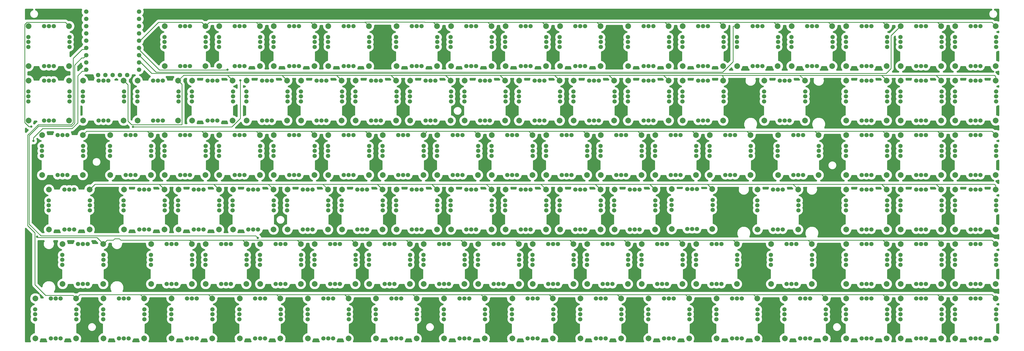
<source format=gbl>
%TF.GenerationSoftware,KiCad,Pcbnew,7.0.2*%
%TF.CreationDate,2023-05-08T20:33:33+02:00*%
%TF.ProjectId,verasity_PCB,76657261-7369-4747-995f-5043422e6b69,rev?*%
%TF.SameCoordinates,Original*%
%TF.FileFunction,Copper,L2,Bot*%
%TF.FilePolarity,Positive*%
%FSLAX46Y46*%
G04 Gerber Fmt 4.6, Leading zero omitted, Abs format (unit mm)*
G04 Created by KiCad (PCBNEW 7.0.2) date 2023-05-08 20:33:33*
%MOMM*%
%LPD*%
G01*
G04 APERTURE LIST*
%TA.AperFunction,ComponentPad*%
%ADD10C,1.550000*%
%TD*%
%TA.AperFunction,ComponentPad*%
%ADD11C,1.500000*%
%TD*%
%TA.AperFunction,ComponentPad*%
%ADD12C,2.000000*%
%TD*%
%TA.AperFunction,ViaPad*%
%ADD13C,0.800000*%
%TD*%
%TA.AperFunction,Conductor*%
%ADD14C,0.250000*%
%TD*%
G04 APERTURE END LIST*
D10*
%TO.P,U99,2,GPIO0*%
%TO.N,unconnected-(U99-GPIO0-Pad2)*%
X29182000Y107303500D03*
%TO.P,U99,3,GPIO1*%
%TO.N,COL6*%
X29182000Y104763500D03*
%TO.P,U99,3V3*%
%TO.N,N/C*%
X10696000Y102223500D03*
%TO.P,U99,4,GPIO2*%
%TO.N,COL5*%
X29182000Y102223500D03*
%TO.P,U99,5,GPIO3*%
%TO.N,COL4*%
X29182000Y99683500D03*
%TO.P,U99,5V*%
%TO.N,N/C*%
X10696000Y107303500D03*
%TO.P,U99,6,GPIO4*%
%TO.N,ROW1*%
X29182000Y97143500D03*
%TO.P,U99,7,GPIO5*%
%TO.N,ROW4*%
X29182000Y94603500D03*
%TO.P,U99,8,GPIO6*%
%TO.N,COL7*%
X29182000Y92063500D03*
%TO.P,U99,9,GPIO7*%
%TO.N,COL8*%
X29182000Y89523500D03*
%TO.P,U99,11,GPIO8*%
%TO.N,COL2*%
X29182000Y86983500D03*
%TO.P,U99,12,GPIO9*%
%TO.N,ROW3*%
X25019000Y85150500D03*
%TO.P,U99,13,GPIO10*%
%TO.N,ROW2*%
X22479000Y85150500D03*
%TO.P,U99,14,GPIO11*%
%TO.N,unconnected-(U99-GPIO11-Pad14)*%
X19939000Y85150500D03*
%TO.P,U99,15,GPIO12*%
%TO.N,unconnected-(U99-GPIO12-Pad15)*%
X17399000Y85150500D03*
%TO.P,U99,16,GPIO13*%
%TO.N,COL1*%
X14859000Y85150500D03*
%TO.P,U99,17,GPIO14*%
%TO.N,ROW5*%
X10696000Y86983500D03*
%TO.P,U99,18,GPIO15*%
%TO.N,unconnected-(U99-GPIO15-Pad18)*%
X10696000Y89523500D03*
%TO.P,U99,38,GPIO26_ADC0*%
%TO.N,COL3*%
X10696000Y92063500D03*
%TO.P,U99,39,GPIO27_ADC1*%
%TO.N,ROW6*%
X10696000Y94603500D03*
%TO.P,U99,40,GPIO28_ADC2*%
%TO.N,unconnected-(U99-GPIO28_ADC2-Pad40)*%
X10696000Y97143500D03*
%TO.P,U99,41,GPIO29_ADC3*%
%TO.N,unconnected-(U99-GPIO29_ADC3-Pad41)*%
X10696000Y99683500D03*
%TO.P,U99,GND*%
%TO.N,N/C*%
X10696000Y104763500D03*
%TD*%
D11*
%TO.P,U19,*%
%TO.N,*%
X-9581250Y75950000D03*
D12*
X-9481250Y69200000D03*
D11*
X-4081250Y83200000D03*
X-4081250Y69200000D03*
X-2381250Y83200000D03*
X-2381250Y69200000D03*
X-681250Y83200000D03*
X-681250Y69200000D03*
D12*
X4718750Y69200000D03*
D11*
X4818750Y75950000D03*
D12*
%TO.P,U19,1,COL*%
%TO.N,COL1*%
X-9481250Y83200000D03*
%TO.P,U19,2,ROW*%
%TO.N,ROW2*%
X4718750Y83200000D03*
D11*
%TO.P,U19,3,COL*%
%TO.N,unconnected-(U19-COL-Pad3)*%
X4818750Y79350000D03*
%TO.P,U19,4,COL*%
%TO.N,unconnected-(U19-COL-Pad4)*%
X-9581250Y79350000D03*
%TO.P,U19,5,COL*%
%TO.N,unconnected-(U19-COL-Pad5)*%
X-9581250Y77650000D03*
%TO.P,U19,6,COL*%
%TO.N,unconnected-(U19-COL-Pad6)*%
X4818750Y77650000D03*
%TD*%
%TO.P,U9,*%
%TO.N,*%
X138056250Y95000000D03*
D12*
X138156250Y88250000D03*
D11*
X143556250Y102250000D03*
X143556250Y88250000D03*
X145256250Y102250000D03*
X145256250Y88250000D03*
X146956250Y102250000D03*
X146956250Y88250000D03*
D12*
X152356250Y88250000D03*
D11*
X152456250Y95000000D03*
D12*
%TO.P,U9,1,COL*%
%TO.N,COL4*%
X138156250Y102250000D03*
%TO.P,U9,2,ROW*%
%TO.N,ROW1*%
X152356250Y102250000D03*
D11*
%TO.P,U9,3,COL*%
%TO.N,unconnected-(U9-COL-Pad3)*%
X152456250Y98400000D03*
%TO.P,U9,4,COL*%
%TO.N,unconnected-(U9-COL-Pad4)*%
X138056250Y98400000D03*
%TO.P,U9,5,COL*%
%TO.N,unconnected-(U9-COL-Pad5)*%
X138056250Y96700000D03*
%TO.P,U9,6,COL*%
%TO.N,unconnected-(U9-COL-Pad6)*%
X152456250Y96700000D03*
%TD*%
%TO.P,U98,*%
%TO.N,*%
X314268750Y18800000D03*
D12*
X314368750Y12050000D03*
D11*
X319768750Y26050000D03*
X319768750Y12050000D03*
X321468750Y26050000D03*
X321468750Y12050000D03*
X323168750Y26050000D03*
X323168750Y12050000D03*
D12*
X328568750Y12050000D03*
D11*
X328668750Y18800000D03*
D12*
%TO.P,U98,1,COL*%
%TO.N,COL8*%
X314368750Y26050000D03*
%TO.P,U98,2,ROW*%
%TO.N,ROW5*%
X328568750Y26050000D03*
D11*
%TO.P,U98,3,COL*%
%TO.N,unconnected-(U98-COL-Pad3)*%
X328668750Y22200000D03*
%TO.P,U98,4,COL*%
%TO.N,unconnected-(U98-COL-Pad4)*%
X314268750Y22200000D03*
%TO.P,U98,5,COL*%
%TO.N,unconnected-(U98-COL-Pad5)*%
X314268750Y20500000D03*
%TO.P,U98,6,COL*%
%TO.N,unconnected-(U98-COL-Pad6)*%
X328668750Y20500000D03*
%TD*%
%TO.P,U97,*%
%TO.N,*%
X276168750Y18800000D03*
D12*
X276268750Y12050000D03*
D11*
X281668750Y26050000D03*
X281668750Y12050000D03*
X283368750Y26050000D03*
X283368750Y12050000D03*
X285068750Y26050000D03*
X285068750Y12050000D03*
D12*
X290468750Y12050000D03*
D11*
X290568750Y18800000D03*
D12*
%TO.P,U97,1,COL*%
%TO.N,COL7*%
X276268750Y26050000D03*
%TO.P,U97,2,ROW*%
%TO.N,ROW5*%
X290468750Y26050000D03*
D11*
%TO.P,U97,3,COL*%
%TO.N,unconnected-(U97-COL-Pad3)*%
X290568750Y22200000D03*
%TO.P,U97,4,COL*%
%TO.N,unconnected-(U97-COL-Pad4)*%
X276168750Y22200000D03*
%TO.P,U97,5,COL*%
%TO.N,unconnected-(U97-COL-Pad5)*%
X276168750Y20500000D03*
%TO.P,U97,6,COL*%
%TO.N,unconnected-(U97-COL-Pad6)*%
X290568750Y20500000D03*
%TD*%
%TO.P,U96,*%
%TO.N,*%
X314268750Y37850000D03*
D12*
X314368750Y31100000D03*
D11*
X319768750Y45100000D03*
X319768750Y31100000D03*
X321468750Y45100000D03*
X321468750Y31100000D03*
X323168750Y45100000D03*
X323168750Y31100000D03*
D12*
X328568750Y31100000D03*
D11*
X328668750Y37850000D03*
D12*
%TO.P,U96,1,COL*%
%TO.N,COL8*%
X314368750Y45100000D03*
%TO.P,U96,2,ROW*%
%TO.N,ROW4*%
X328568750Y45100000D03*
D11*
%TO.P,U96,3,COL*%
%TO.N,unconnected-(U96-COL-Pad3)*%
X328668750Y41250000D03*
%TO.P,U96,4,COL*%
%TO.N,unconnected-(U96-COL-Pad4)*%
X314268750Y41250000D03*
%TO.P,U96,5,COL*%
%TO.N,unconnected-(U96-COL-Pad5)*%
X314268750Y39550000D03*
%TO.P,U96,6,COL*%
%TO.N,unconnected-(U96-COL-Pad6)*%
X328668750Y39550000D03*
%TD*%
%TO.P,U95,*%
%TO.N,*%
X314268750Y-250000D03*
D12*
X314368750Y-7000000D03*
D11*
X319768750Y7000000D03*
X319768750Y-7000000D03*
X321468750Y7000000D03*
X321468750Y-7000000D03*
X323168750Y7000000D03*
X323168750Y-7000000D03*
D12*
X328568750Y-7000000D03*
D11*
X328668750Y-250000D03*
D12*
%TO.P,U95,1,COL*%
%TO.N,COL8*%
X314368750Y7000000D03*
%TO.P,U95,2,ROW*%
%TO.N,ROW6*%
X328568750Y7000000D03*
D11*
%TO.P,U95,3,COL*%
%TO.N,unconnected-(U95-COL-Pad3)*%
X328668750Y3150000D03*
%TO.P,U95,4,COL*%
%TO.N,unconnected-(U95-COL-Pad4)*%
X314268750Y3150000D03*
%TO.P,U95,5,COL*%
%TO.N,unconnected-(U95-COL-Pad5)*%
X314268750Y1450000D03*
%TO.P,U95,6,COL*%
%TO.N,unconnected-(U95-COL-Pad6)*%
X328668750Y1450000D03*
%TD*%
%TO.P,U94,*%
%TO.N,*%
X295218750Y-250000D03*
D12*
X295318750Y-7000000D03*
D11*
X300718750Y7000000D03*
X300718750Y-7000000D03*
X302418750Y7000000D03*
X302418750Y-7000000D03*
X304118750Y7000000D03*
X304118750Y-7000000D03*
D12*
X309518750Y-7000000D03*
D11*
X309618750Y-250000D03*
D12*
%TO.P,U94,1,COL*%
%TO.N,COL8*%
X295318750Y7000000D03*
%TO.P,U94,2,ROW*%
%TO.N,ROW6*%
X309518750Y7000000D03*
D11*
%TO.P,U94,3,COL*%
%TO.N,unconnected-(U94-COL-Pad3)*%
X309618750Y3150000D03*
%TO.P,U94,4,COL*%
%TO.N,unconnected-(U94-COL-Pad4)*%
X295218750Y3150000D03*
%TO.P,U94,5,COL*%
%TO.N,unconnected-(U94-COL-Pad5)*%
X295218750Y1450000D03*
%TO.P,U94,6,COL*%
%TO.N,unconnected-(U94-COL-Pad6)*%
X309618750Y1450000D03*
%TD*%
%TO.P,U93,*%
%TO.N,*%
X276168750Y-250000D03*
D12*
X276268750Y-7000000D03*
D11*
X281668750Y7000000D03*
X281668750Y-7000000D03*
X283368750Y7000000D03*
X283368750Y-7000000D03*
X285068750Y7000000D03*
X285068750Y-7000000D03*
D12*
X290468750Y-7000000D03*
D11*
X290568750Y-250000D03*
D12*
%TO.P,U93,1,COL*%
%TO.N,COL7*%
X276268750Y7000000D03*
%TO.P,U93,2,ROW*%
%TO.N,ROW6*%
X290468750Y7000000D03*
D11*
%TO.P,U93,3,COL*%
%TO.N,unconnected-(U93-COL-Pad3)*%
X290568750Y3150000D03*
%TO.P,U93,4,COL*%
%TO.N,unconnected-(U93-COL-Pad4)*%
X276168750Y3150000D03*
%TO.P,U93,5,COL*%
%TO.N,unconnected-(U93-COL-Pad5)*%
X276168750Y1450000D03*
%TO.P,U93,6,COL*%
%TO.N,unconnected-(U93-COL-Pad6)*%
X290568750Y1450000D03*
%TD*%
%TO.P,U92,*%
%TO.N,*%
X254737500Y-250000D03*
D12*
X254837500Y-7000000D03*
D11*
X260237500Y7000000D03*
X260237500Y-7000000D03*
X261937500Y7000000D03*
X261937500Y-7000000D03*
X263637500Y7000000D03*
X263637500Y-7000000D03*
D12*
X269037500Y-7000000D03*
D11*
X269137500Y-250000D03*
D12*
%TO.P,U92,1,COL*%
%TO.N,COL6*%
X254837500Y7000000D03*
%TO.P,U92,2,ROW*%
%TO.N,ROW6*%
X269037500Y7000000D03*
D11*
%TO.P,U92,3,COL*%
%TO.N,unconnected-(U92-COL-Pad3)*%
X269137500Y3150000D03*
%TO.P,U92,4,COL*%
%TO.N,unconnected-(U92-COL-Pad4)*%
X254737500Y3150000D03*
%TO.P,U92,5,COL*%
%TO.N,unconnected-(U92-COL-Pad5)*%
X254737500Y1450000D03*
%TO.P,U92,6,COL*%
%TO.N,unconnected-(U92-COL-Pad6)*%
X269137500Y1450000D03*
%TD*%
%TO.P,U91,*%
%TO.N,*%
X230925000Y-250000D03*
D12*
X231025000Y-7000000D03*
D11*
X236425000Y7000000D03*
X236425000Y-7000000D03*
X238125000Y7000000D03*
X238125000Y-7000000D03*
X239825000Y7000000D03*
X239825000Y-7000000D03*
D12*
X245225000Y-7000000D03*
D11*
X245325000Y-250000D03*
D12*
%TO.P,U91,1,COL*%
%TO.N,COL6*%
X231025000Y7000000D03*
%TO.P,U91,2,ROW*%
%TO.N,ROW6*%
X245225000Y7000000D03*
D11*
%TO.P,U91,3,COL*%
%TO.N,unconnected-(U91-COL-Pad3)*%
X245325000Y3150000D03*
%TO.P,U91,4,COL*%
%TO.N,unconnected-(U91-COL-Pad4)*%
X230925000Y3150000D03*
%TO.P,U91,5,COL*%
%TO.N,unconnected-(U91-COL-Pad5)*%
X230925000Y1450000D03*
%TO.P,U91,6,COL*%
%TO.N,unconnected-(U91-COL-Pad6)*%
X245325000Y1450000D03*
%TD*%
%TO.P,U90,*%
%TO.N,*%
X207112500Y-250000D03*
D12*
X207212500Y-7000000D03*
D11*
X212612500Y7000000D03*
X212612500Y-7000000D03*
X214312500Y7000000D03*
X214312500Y-7000000D03*
X216012500Y7000000D03*
X216012500Y-7000000D03*
D12*
X221412500Y-7000000D03*
D11*
X221512500Y-250000D03*
D12*
%TO.P,U90,1,COL*%
%TO.N,COL5*%
X207212500Y7000000D03*
%TO.P,U90,2,ROW*%
%TO.N,ROW6*%
X221412500Y7000000D03*
D11*
%TO.P,U90,3,COL*%
%TO.N,unconnected-(U90-COL-Pad3)*%
X221512500Y3150000D03*
%TO.P,U90,4,COL*%
%TO.N,unconnected-(U90-COL-Pad4)*%
X207112500Y3150000D03*
%TO.P,U90,5,COL*%
%TO.N,unconnected-(U90-COL-Pad5)*%
X207112500Y1450000D03*
%TO.P,U90,6,COL*%
%TO.N,unconnected-(U90-COL-Pad6)*%
X221512500Y1450000D03*
%TD*%
%TO.P,U89,*%
%TO.N,*%
X183300000Y-250000D03*
D12*
X183400000Y-7000000D03*
D11*
X188800000Y7000000D03*
X188800000Y-7000000D03*
X190500000Y7000000D03*
X190500000Y-7000000D03*
X192200000Y7000000D03*
X192200000Y-7000000D03*
D12*
X197600000Y-7000000D03*
D11*
X197700000Y-250000D03*
D12*
%TO.P,U89,1,COL*%
%TO.N,COL5*%
X183400000Y7000000D03*
%TO.P,U89,2,ROW*%
%TO.N,ROW6*%
X197600000Y7000000D03*
D11*
%TO.P,U89,3,COL*%
%TO.N,unconnected-(U89-COL-Pad3)*%
X197700000Y3150000D03*
%TO.P,U89,4,COL*%
%TO.N,unconnected-(U89-COL-Pad4)*%
X183300000Y3150000D03*
%TO.P,U89,5,COL*%
%TO.N,unconnected-(U89-COL-Pad5)*%
X183300000Y1450000D03*
%TO.P,U89,6,COL*%
%TO.N,unconnected-(U89-COL-Pad6)*%
X197700000Y1450000D03*
%TD*%
%TO.P,U88,*%
%TO.N,*%
X295218750Y37850000D03*
D12*
X295318750Y31100000D03*
D11*
X300718750Y45100000D03*
X300718750Y31100000D03*
X302418750Y45100000D03*
X302418750Y31100000D03*
X304118750Y45100000D03*
X304118750Y31100000D03*
D12*
X309518750Y31100000D03*
D11*
X309618750Y37850000D03*
D12*
%TO.P,U88,1,COL*%
%TO.N,COL8*%
X295318750Y45100000D03*
%TO.P,U88,2,ROW*%
%TO.N,ROW4*%
X309518750Y45100000D03*
D11*
%TO.P,U88,3,COL*%
%TO.N,unconnected-(U88-COL-Pad3)*%
X309618750Y41250000D03*
%TO.P,U88,4,COL*%
%TO.N,unconnected-(U88-COL-Pad4)*%
X295218750Y41250000D03*
%TO.P,U88,5,COL*%
%TO.N,unconnected-(U88-COL-Pad5)*%
X295218750Y39550000D03*
%TO.P,U88,6,COL*%
%TO.N,unconnected-(U88-COL-Pad6)*%
X309618750Y39550000D03*
%TD*%
%TO.P,U87,*%
%TO.N,*%
X159487500Y-250000D03*
D12*
X159587500Y-7000000D03*
D11*
X164987500Y7000000D03*
X164987500Y-7000000D03*
X166687500Y7000000D03*
X166687500Y-7000000D03*
X168387500Y7000000D03*
X168387500Y-7000000D03*
D12*
X173787500Y-7000000D03*
D11*
X173887500Y-250000D03*
D12*
%TO.P,U87,1,COL*%
%TO.N,COL4*%
X159587500Y7000000D03*
%TO.P,U87,2,ROW*%
%TO.N,ROW6*%
X173787500Y7000000D03*
D11*
%TO.P,U87,3,COL*%
%TO.N,unconnected-(U87-COL-Pad3)*%
X173887500Y3150000D03*
%TO.P,U87,4,COL*%
%TO.N,unconnected-(U87-COL-Pad4)*%
X159487500Y3150000D03*
%TO.P,U87,5,COL*%
%TO.N,unconnected-(U87-COL-Pad5)*%
X159487500Y1450000D03*
%TO.P,U87,6,COL*%
%TO.N,unconnected-(U87-COL-Pad6)*%
X173887500Y1450000D03*
%TD*%
%TO.P,U86,*%
%TO.N,*%
X135675000Y-250000D03*
D12*
X135775000Y-7000000D03*
D11*
X141175000Y7000000D03*
X141175000Y-7000000D03*
X142875000Y7000000D03*
X142875000Y-7000000D03*
X144575000Y7000000D03*
X144575000Y-7000000D03*
D12*
X149975000Y-7000000D03*
D11*
X150075000Y-250000D03*
D12*
%TO.P,U86,1,COL*%
%TO.N,COL4*%
X135775000Y7000000D03*
%TO.P,U86,2,ROW*%
%TO.N,ROW6*%
X149975000Y7000000D03*
D11*
%TO.P,U86,3,COL*%
%TO.N,unconnected-(U86-COL-Pad3)*%
X150075000Y3150000D03*
%TO.P,U86,4,COL*%
%TO.N,unconnected-(U86-COL-Pad4)*%
X135675000Y3150000D03*
%TO.P,U86,5,COL*%
%TO.N,unconnected-(U86-COL-Pad5)*%
X135675000Y1450000D03*
%TO.P,U86,6,COL*%
%TO.N,unconnected-(U86-COL-Pad6)*%
X150075000Y1450000D03*
%TD*%
%TO.P,U85,*%
%TO.N,*%
X111862500Y-250000D03*
D12*
X111962500Y-7000000D03*
D11*
X117362500Y7000000D03*
X117362500Y-7000000D03*
X119062500Y7000000D03*
X119062500Y-7000000D03*
X120762500Y7000000D03*
X120762500Y-7000000D03*
D12*
X126162500Y-7000000D03*
D11*
X126262500Y-250000D03*
D12*
%TO.P,U85,1,COL*%
%TO.N,COL3*%
X111962500Y7000000D03*
%TO.P,U85,2,ROW*%
%TO.N,ROW6*%
X126162500Y7000000D03*
D11*
%TO.P,U85,3,COL*%
%TO.N,unconnected-(U85-COL-Pad3)*%
X126262500Y3150000D03*
%TO.P,U85,4,COL*%
%TO.N,unconnected-(U85-COL-Pad4)*%
X111862500Y3150000D03*
%TO.P,U85,5,COL*%
%TO.N,unconnected-(U85-COL-Pad5)*%
X111862500Y1450000D03*
%TO.P,U85,6,COL*%
%TO.N,unconnected-(U85-COL-Pad6)*%
X126262500Y1450000D03*
%TD*%
%TO.P,U84,*%
%TO.N,*%
X88050000Y-250000D03*
D12*
X88150000Y-7000000D03*
D11*
X93550000Y7000000D03*
X93550000Y-7000000D03*
X95250000Y7000000D03*
X95250000Y-7000000D03*
X96950000Y7000000D03*
X96950000Y-7000000D03*
D12*
X102350000Y-7000000D03*
D11*
X102450000Y-250000D03*
D12*
%TO.P,U84,1,COL*%
%TO.N,COL3*%
X88150000Y7000000D03*
%TO.P,U84,2,ROW*%
%TO.N,ROW6*%
X102350000Y7000000D03*
D11*
%TO.P,U84,3,COL*%
%TO.N,unconnected-(U84-COL-Pad3)*%
X102450000Y3150000D03*
%TO.P,U84,4,COL*%
%TO.N,unconnected-(U84-COL-Pad4)*%
X88050000Y3150000D03*
%TO.P,U84,5,COL*%
%TO.N,unconnected-(U84-COL-Pad5)*%
X88050000Y1450000D03*
%TO.P,U84,6,COL*%
%TO.N,unconnected-(U84-COL-Pad6)*%
X102450000Y1450000D03*
%TD*%
%TO.P,U83,*%
%TO.N,*%
X64237500Y-250000D03*
D12*
X64337500Y-7000000D03*
D11*
X69737500Y7000000D03*
X69737500Y-7000000D03*
X71437500Y7000000D03*
X71437500Y-7000000D03*
X73137500Y7000000D03*
X73137500Y-7000000D03*
D12*
X78537500Y-7000000D03*
D11*
X78637500Y-250000D03*
D12*
%TO.P,U83,1,COL*%
%TO.N,COL2*%
X64337500Y7000000D03*
%TO.P,U83,2,ROW*%
%TO.N,ROW6*%
X78537500Y7000000D03*
D11*
%TO.P,U83,3,COL*%
%TO.N,unconnected-(U83-COL-Pad3)*%
X78637500Y3150000D03*
%TO.P,U83,4,COL*%
%TO.N,unconnected-(U83-COL-Pad4)*%
X64237500Y3150000D03*
%TO.P,U83,5,COL*%
%TO.N,unconnected-(U83-COL-Pad5)*%
X64237500Y1450000D03*
%TO.P,U83,6,COL*%
%TO.N,unconnected-(U83-COL-Pad6)*%
X78637500Y1450000D03*
%TD*%
%TO.P,U82,*%
%TO.N,*%
X40425000Y-250000D03*
D12*
X40525000Y-7000000D03*
D11*
X45925000Y7000000D03*
X45925000Y-7000000D03*
X47625000Y7000000D03*
X47625000Y-7000000D03*
X49325000Y7000000D03*
X49325000Y-7000000D03*
D12*
X54725000Y-7000000D03*
D11*
X54825000Y-250000D03*
D12*
%TO.P,U82,1,COL*%
%TO.N,COL2*%
X40525000Y7000000D03*
%TO.P,U82,2,ROW*%
%TO.N,ROW6*%
X54725000Y7000000D03*
D11*
%TO.P,U82,3,COL*%
%TO.N,unconnected-(U82-COL-Pad3)*%
X54825000Y3150000D03*
%TO.P,U82,4,COL*%
%TO.N,unconnected-(U82-COL-Pad4)*%
X40425000Y3150000D03*
%TO.P,U82,5,COL*%
%TO.N,unconnected-(U82-COL-Pad5)*%
X40425000Y1450000D03*
%TO.P,U82,6,COL*%
%TO.N,unconnected-(U82-COL-Pad6)*%
X54825000Y1450000D03*
%TD*%
%TO.P,U81,*%
%TO.N,*%
X16612500Y-250000D03*
D12*
X16712500Y-7000000D03*
D11*
X22112500Y7000000D03*
X22112500Y-7000000D03*
X23812500Y7000000D03*
X23812500Y-7000000D03*
X25512500Y7000000D03*
X25512500Y-7000000D03*
D12*
X30912500Y-7000000D03*
D11*
X31012500Y-250000D03*
D12*
%TO.P,U81,1,COL*%
%TO.N,COL1*%
X16712500Y7000000D03*
%TO.P,U81,2,ROW*%
%TO.N,ROW6*%
X30912500Y7000000D03*
D11*
%TO.P,U81,3,COL*%
%TO.N,unconnected-(U81-COL-Pad3)*%
X31012500Y3150000D03*
%TO.P,U81,4,COL*%
%TO.N,unconnected-(U81-COL-Pad4)*%
X16612500Y3150000D03*
%TO.P,U81,5,COL*%
%TO.N,unconnected-(U81-COL-Pad5)*%
X16612500Y1450000D03*
%TO.P,U81,6,COL*%
%TO.N,unconnected-(U81-COL-Pad6)*%
X31012500Y1450000D03*
%TD*%
%TO.P,U80,*%
%TO.N,*%
X-7200000Y-250000D03*
D12*
X-7100000Y-7000000D03*
D11*
X-1700000Y7000000D03*
X-1700000Y-7000000D03*
X0Y7000000D03*
X0Y-7000000D03*
X1700000Y7000000D03*
X1700000Y-7000000D03*
D12*
X7100000Y-7000000D03*
D11*
X7200000Y-250000D03*
D12*
%TO.P,U80,1,COL*%
%TO.N,COL1*%
X-7100000Y7000000D03*
%TO.P,U80,2,ROW*%
%TO.N,ROW6*%
X7100000Y7000000D03*
D11*
%TO.P,U80,3,COL*%
%TO.N,unconnected-(U80-COL-Pad3)*%
X7200000Y3150000D03*
%TO.P,U80,4,COL*%
%TO.N,unconnected-(U80-COL-Pad4)*%
X-7200000Y3150000D03*
%TO.P,U80,5,COL*%
%TO.N,unconnected-(U80-COL-Pad5)*%
X-7200000Y1450000D03*
%TO.P,U80,6,COL*%
%TO.N,unconnected-(U80-COL-Pad6)*%
X7200000Y1450000D03*
%TD*%
%TO.P,U79,*%
%TO.N,*%
X295218750Y18800000D03*
D12*
X295318750Y12050000D03*
D11*
X300718750Y26050000D03*
X300718750Y12050000D03*
X302418750Y26050000D03*
X302418750Y12050000D03*
X304118750Y26050000D03*
X304118750Y12050000D03*
D12*
X309518750Y12050000D03*
D11*
X309618750Y18800000D03*
D12*
%TO.P,U79,1,COL*%
%TO.N,COL8*%
X295318750Y26050000D03*
%TO.P,U79,2,ROW*%
%TO.N,ROW5*%
X309518750Y26050000D03*
D11*
%TO.P,U79,3,COL*%
%TO.N,unconnected-(U79-COL-Pad3)*%
X309618750Y22200000D03*
%TO.P,U79,4,COL*%
%TO.N,unconnected-(U79-COL-Pad4)*%
X295218750Y22200000D03*
%TO.P,U79,5,COL*%
%TO.N,unconnected-(U79-COL-Pad5)*%
X295218750Y20500000D03*
%TO.P,U79,6,COL*%
%TO.N,unconnected-(U79-COL-Pad6)*%
X309618750Y20500000D03*
%TD*%
%TO.P,U78,*%
%TO.N,*%
X249975000Y18800000D03*
D12*
X250075000Y12050000D03*
D11*
X255475000Y26050000D03*
X255475000Y12050000D03*
X257175000Y26050000D03*
X257175000Y12050000D03*
X258875000Y26050000D03*
X258875000Y12050000D03*
D12*
X264275000Y12050000D03*
D11*
X264375000Y18800000D03*
D12*
%TO.P,U78,1,COL*%
%TO.N,COL7*%
X250075000Y26050000D03*
%TO.P,U78,2,ROW*%
%TO.N,ROW5*%
X264275000Y26050000D03*
D11*
%TO.P,U78,3,COL*%
%TO.N,unconnected-(U78-COL-Pad3)*%
X264375000Y22200000D03*
%TO.P,U78,4,COL*%
%TO.N,unconnected-(U78-COL-Pad4)*%
X249975000Y22200000D03*
%TO.P,U78,5,COL*%
%TO.N,unconnected-(U78-COL-Pad5)*%
X249975000Y20500000D03*
%TO.P,U78,6,COL*%
%TO.N,unconnected-(U78-COL-Pad6)*%
X264375000Y20500000D03*
%TD*%
%TO.P,U77,*%
%TO.N,*%
X223781250Y18800000D03*
D12*
X223881250Y12050000D03*
D11*
X229281250Y26050000D03*
X229281250Y12050000D03*
X230981250Y26050000D03*
X230981250Y12050000D03*
X232681250Y26050000D03*
X232681250Y12050000D03*
D12*
X238081250Y12050000D03*
D11*
X238181250Y18800000D03*
D12*
%TO.P,U77,1,COL*%
%TO.N,COL6*%
X223881250Y26050000D03*
%TO.P,U77,2,ROW*%
%TO.N,ROW5*%
X238081250Y26050000D03*
D11*
%TO.P,U77,3,COL*%
%TO.N,unconnected-(U77-COL-Pad3)*%
X238181250Y22200000D03*
%TO.P,U77,4,COL*%
%TO.N,unconnected-(U77-COL-Pad4)*%
X223781250Y22200000D03*
%TO.P,U77,5,COL*%
%TO.N,unconnected-(U77-COL-Pad5)*%
X223781250Y20500000D03*
%TO.P,U77,6,COL*%
%TO.N,unconnected-(U77-COL-Pad6)*%
X238181250Y20500000D03*
%TD*%
%TO.P,U76,*%
%TO.N,*%
X204731250Y18800000D03*
D12*
X204831250Y12050000D03*
D11*
X210231250Y26050000D03*
X210231250Y12050000D03*
X211931250Y26050000D03*
X211931250Y12050000D03*
X213631250Y26050000D03*
X213631250Y12050000D03*
D12*
X219031250Y12050000D03*
D11*
X219131250Y18800000D03*
D12*
%TO.P,U76,1,COL*%
%TO.N,COL6*%
X204831250Y26050000D03*
%TO.P,U76,2,ROW*%
%TO.N,ROW5*%
X219031250Y26050000D03*
D11*
%TO.P,U76,3,COL*%
%TO.N,unconnected-(U76-COL-Pad3)*%
X219131250Y22200000D03*
%TO.P,U76,4,COL*%
%TO.N,unconnected-(U76-COL-Pad4)*%
X204731250Y22200000D03*
%TO.P,U76,5,COL*%
%TO.N,unconnected-(U76-COL-Pad5)*%
X204731250Y20500000D03*
%TO.P,U76,6,COL*%
%TO.N,unconnected-(U76-COL-Pad6)*%
X219131250Y20500000D03*
%TD*%
%TO.P,U75,*%
%TO.N,*%
X185681250Y18800000D03*
D12*
X185781250Y12050000D03*
D11*
X191181250Y26050000D03*
X191181250Y12050000D03*
X192881250Y26050000D03*
X192881250Y12050000D03*
X194581250Y26050000D03*
X194581250Y12050000D03*
D12*
X199981250Y12050000D03*
D11*
X200081250Y18800000D03*
D12*
%TO.P,U75,1,COL*%
%TO.N,COL5*%
X185781250Y26050000D03*
%TO.P,U75,2,ROW*%
%TO.N,ROW5*%
X199981250Y26050000D03*
D11*
%TO.P,U75,3,COL*%
%TO.N,unconnected-(U75-COL-Pad3)*%
X200081250Y22200000D03*
%TO.P,U75,4,COL*%
%TO.N,unconnected-(U75-COL-Pad4)*%
X185681250Y22200000D03*
%TO.P,U75,5,COL*%
%TO.N,unconnected-(U75-COL-Pad5)*%
X185681250Y20500000D03*
%TO.P,U75,6,COL*%
%TO.N,unconnected-(U75-COL-Pad6)*%
X200081250Y20500000D03*
%TD*%
%TO.P,U74,*%
%TO.N,*%
X166631250Y18800000D03*
D12*
X166731250Y12050000D03*
D11*
X172131250Y26050000D03*
X172131250Y12050000D03*
X173831250Y26050000D03*
X173831250Y12050000D03*
X175531250Y26050000D03*
X175531250Y12050000D03*
D12*
X180931250Y12050000D03*
D11*
X181031250Y18800000D03*
D12*
%TO.P,U74,1,COL*%
%TO.N,COL5*%
X166731250Y26050000D03*
%TO.P,U74,2,ROW*%
%TO.N,ROW5*%
X180931250Y26050000D03*
D11*
%TO.P,U74,3,COL*%
%TO.N,unconnected-(U74-COL-Pad3)*%
X181031250Y22200000D03*
%TO.P,U74,4,COL*%
%TO.N,unconnected-(U74-COL-Pad4)*%
X166631250Y22200000D03*
%TO.P,U74,5,COL*%
%TO.N,unconnected-(U74-COL-Pad5)*%
X166631250Y20500000D03*
%TO.P,U74,6,COL*%
%TO.N,unconnected-(U74-COL-Pad6)*%
X181031250Y20500000D03*
%TD*%
%TO.P,U73,*%
%TO.N,*%
X147581250Y18800000D03*
D12*
X147681250Y12050000D03*
D11*
X153081250Y26050000D03*
X153081250Y12050000D03*
X154781250Y26050000D03*
X154781250Y12050000D03*
X156481250Y26050000D03*
X156481250Y12050000D03*
D12*
X161881250Y12050000D03*
D11*
X161981250Y18800000D03*
D12*
%TO.P,U73,1,COL*%
%TO.N,COL4*%
X147681250Y26050000D03*
%TO.P,U73,2,ROW*%
%TO.N,ROW5*%
X161881250Y26050000D03*
D11*
%TO.P,U73,3,COL*%
%TO.N,unconnected-(U73-COL-Pad3)*%
X161981250Y22200000D03*
%TO.P,U73,4,COL*%
%TO.N,unconnected-(U73-COL-Pad4)*%
X147581250Y22200000D03*
%TO.P,U73,5,COL*%
%TO.N,unconnected-(U73-COL-Pad5)*%
X147581250Y20500000D03*
%TO.P,U73,6,COL*%
%TO.N,unconnected-(U73-COL-Pad6)*%
X161981250Y20500000D03*
%TD*%
%TO.P,U72,*%
%TO.N,*%
X128531250Y18800000D03*
D12*
X128631250Y12050000D03*
D11*
X134031250Y26050000D03*
X134031250Y12050000D03*
X135731250Y26050000D03*
X135731250Y12050000D03*
X137431250Y26050000D03*
X137431250Y12050000D03*
D12*
X142831250Y12050000D03*
D11*
X142931250Y18800000D03*
D12*
%TO.P,U72,1,COL*%
%TO.N,COL4*%
X128631250Y26050000D03*
%TO.P,U72,2,ROW*%
%TO.N,ROW5*%
X142831250Y26050000D03*
D11*
%TO.P,U72,3,COL*%
%TO.N,unconnected-(U72-COL-Pad3)*%
X142931250Y22200000D03*
%TO.P,U72,4,COL*%
%TO.N,unconnected-(U72-COL-Pad4)*%
X128531250Y22200000D03*
%TO.P,U72,5,COL*%
%TO.N,unconnected-(U72-COL-Pad5)*%
X128531250Y20500000D03*
%TO.P,U72,6,COL*%
%TO.N,unconnected-(U72-COL-Pad6)*%
X142931250Y20500000D03*
%TD*%
%TO.P,U71,*%
%TO.N,*%
X109481250Y18800000D03*
D12*
X109581250Y12050000D03*
D11*
X114981250Y26050000D03*
X114981250Y12050000D03*
X116681250Y26050000D03*
X116681250Y12050000D03*
X118381250Y26050000D03*
X118381250Y12050000D03*
D12*
X123781250Y12050000D03*
D11*
X123881250Y18800000D03*
D12*
%TO.P,U71,1,COL*%
%TO.N,COL3*%
X109581250Y26050000D03*
%TO.P,U71,2,ROW*%
%TO.N,ROW5*%
X123781250Y26050000D03*
D11*
%TO.P,U71,3,COL*%
%TO.N,unconnected-(U71-COL-Pad3)*%
X123881250Y22200000D03*
%TO.P,U71,4,COL*%
%TO.N,unconnected-(U71-COL-Pad4)*%
X109481250Y22200000D03*
%TO.P,U71,5,COL*%
%TO.N,unconnected-(U71-COL-Pad5)*%
X109481250Y20500000D03*
%TO.P,U71,6,COL*%
%TO.N,unconnected-(U71-COL-Pad6)*%
X123881250Y20500000D03*
%TD*%
%TO.P,U70,*%
%TO.N,*%
X90431250Y18800000D03*
D12*
X90531250Y12050000D03*
D11*
X95931250Y26050000D03*
X95931250Y12050000D03*
X97631250Y26050000D03*
X97631250Y12050000D03*
X99331250Y26050000D03*
X99331250Y12050000D03*
D12*
X104731250Y12050000D03*
D11*
X104831250Y18800000D03*
D12*
%TO.P,U70,1,COL*%
%TO.N,COL3*%
X90531250Y26050000D03*
%TO.P,U70,2,ROW*%
%TO.N,ROW5*%
X104731250Y26050000D03*
D11*
%TO.P,U70,3,COL*%
%TO.N,unconnected-(U70-COL-Pad3)*%
X104831250Y22200000D03*
%TO.P,U70,4,COL*%
%TO.N,unconnected-(U70-COL-Pad4)*%
X90431250Y22200000D03*
%TO.P,U70,5,COL*%
%TO.N,unconnected-(U70-COL-Pad5)*%
X90431250Y20500000D03*
%TO.P,U70,6,COL*%
%TO.N,unconnected-(U70-COL-Pad6)*%
X104831250Y20500000D03*
%TD*%
%TO.P,U69,*%
%TO.N,*%
X71381250Y18800000D03*
D12*
X71481250Y12050000D03*
D11*
X76881250Y26050000D03*
X76881250Y12050000D03*
X78581250Y26050000D03*
X78581250Y12050000D03*
X80281250Y26050000D03*
X80281250Y12050000D03*
D12*
X85681250Y12050000D03*
D11*
X85781250Y18800000D03*
D12*
%TO.P,U69,1,COL*%
%TO.N,COL2*%
X71481250Y26050000D03*
%TO.P,U69,2,ROW*%
%TO.N,ROW5*%
X85681250Y26050000D03*
D11*
%TO.P,U69,3,COL*%
%TO.N,unconnected-(U69-COL-Pad3)*%
X85781250Y22200000D03*
%TO.P,U69,4,COL*%
%TO.N,unconnected-(U69-COL-Pad4)*%
X71381250Y22200000D03*
%TO.P,U69,5,COL*%
%TO.N,unconnected-(U69-COL-Pad5)*%
X71381250Y20500000D03*
%TO.P,U69,6,COL*%
%TO.N,unconnected-(U69-COL-Pad6)*%
X85781250Y20500000D03*
%TD*%
%TO.P,U68,*%
%TO.N,*%
X52331250Y18800000D03*
D12*
X52431250Y12050000D03*
D11*
X57831250Y26050000D03*
X57831250Y12050000D03*
X59531250Y26050000D03*
X59531250Y12050000D03*
X61231250Y26050000D03*
X61231250Y12050000D03*
D12*
X66631250Y12050000D03*
D11*
X66731250Y18800000D03*
D12*
%TO.P,U68,1,COL*%
%TO.N,COL2*%
X52431250Y26050000D03*
%TO.P,U68,2,ROW*%
%TO.N,ROW5*%
X66631250Y26050000D03*
D11*
%TO.P,U68,3,COL*%
%TO.N,unconnected-(U68-COL-Pad3)*%
X66731250Y22200000D03*
%TO.P,U68,4,COL*%
%TO.N,unconnected-(U68-COL-Pad4)*%
X52331250Y22200000D03*
%TO.P,U68,5,COL*%
%TO.N,unconnected-(U68-COL-Pad5)*%
X52331250Y20500000D03*
%TO.P,U68,6,COL*%
%TO.N,unconnected-(U68-COL-Pad6)*%
X66731250Y20500000D03*
%TD*%
%TO.P,U67,*%
%TO.N,*%
X33281250Y18800000D03*
D12*
X33381250Y12050000D03*
D11*
X38781250Y26050000D03*
X38781250Y12050000D03*
X40481250Y26050000D03*
X40481250Y12050000D03*
X42181250Y26050000D03*
X42181250Y12050000D03*
D12*
X47581250Y12050000D03*
D11*
X47681250Y18800000D03*
D12*
%TO.P,U67,1,COL*%
%TO.N,COL1*%
X33381250Y26050000D03*
%TO.P,U67,2,ROW*%
%TO.N,ROW5*%
X47581250Y26050000D03*
D11*
%TO.P,U67,3,COL*%
%TO.N,unconnected-(U67-COL-Pad3)*%
X47681250Y22200000D03*
%TO.P,U67,4,COL*%
%TO.N,unconnected-(U67-COL-Pad4)*%
X33281250Y22200000D03*
%TO.P,U67,5,COL*%
%TO.N,unconnected-(U67-COL-Pad5)*%
X33281250Y20500000D03*
%TO.P,U67,6,COL*%
%TO.N,unconnected-(U67-COL-Pad6)*%
X47681250Y20500000D03*
%TD*%
%TO.P,U66,*%
%TO.N,*%
X2325000Y18800000D03*
D12*
X2425000Y12050000D03*
D11*
X7825000Y26050000D03*
X7825000Y12050000D03*
X9525000Y26050000D03*
X9525000Y12050000D03*
X11225000Y26050000D03*
X11225000Y12050000D03*
D12*
X16625000Y12050000D03*
D11*
X16725000Y18800000D03*
D12*
%TO.P,U66,1,COL*%
%TO.N,COL1*%
X2425000Y26050000D03*
%TO.P,U66,2,ROW*%
%TO.N,ROW5*%
X16625000Y26050000D03*
D11*
%TO.P,U66,3,COL*%
%TO.N,unconnected-(U66-COL-Pad3)*%
X16725000Y22200000D03*
%TO.P,U66,4,COL*%
%TO.N,unconnected-(U66-COL-Pad4)*%
X2325000Y22200000D03*
%TO.P,U66,5,COL*%
%TO.N,unconnected-(U66-COL-Pad5)*%
X2325000Y20500000D03*
%TO.P,U66,6,COL*%
%TO.N,unconnected-(U66-COL-Pad6)*%
X16725000Y20500000D03*
%TD*%
%TO.P,U65,*%
%TO.N,*%
X245212500Y37850000D03*
D12*
X245312500Y31100000D03*
D11*
X250712500Y45100000D03*
X250712500Y31100000D03*
X252412500Y45100000D03*
X252412500Y31100000D03*
X254112500Y45100000D03*
X254112500Y31100000D03*
D12*
X259512500Y31100000D03*
D11*
X259612500Y37850000D03*
D12*
%TO.P,U65,1,COL*%
%TO.N,COL7*%
X245312500Y45100000D03*
%TO.P,U65,2,ROW*%
%TO.N,ROW4*%
X259512500Y45100000D03*
D11*
%TO.P,U65,3,COL*%
%TO.N,unconnected-(U65-COL-Pad3)*%
X259612500Y41250000D03*
%TO.P,U65,4,COL*%
%TO.N,unconnected-(U65-COL-Pad4)*%
X245212500Y41250000D03*
%TO.P,U65,5,COL*%
%TO.N,unconnected-(U65-COL-Pad5)*%
X245212500Y39550000D03*
%TO.P,U65,6,COL*%
%TO.N,unconnected-(U65-COL-Pad6)*%
X259612500Y39550000D03*
%TD*%
%TO.P,U64,*%
%TO.N,*%
X215208750Y38008750D03*
D12*
X215308750Y31258750D03*
D11*
X220708750Y45258750D03*
X220708750Y31258750D03*
X222408750Y45258750D03*
X222408750Y31258750D03*
X224108750Y45258750D03*
X224108750Y31258750D03*
D12*
X229508750Y31258750D03*
D11*
X229608750Y38008750D03*
D12*
%TO.P,U64,1,COL*%
%TO.N,COL6*%
X215308750Y45258750D03*
%TO.P,U64,2,ROW*%
%TO.N,ROW4*%
X229508750Y45258750D03*
D11*
%TO.P,U64,3,COL*%
%TO.N,unconnected-(U64-COL-Pad3)*%
X229608750Y41408750D03*
%TO.P,U64,4,COL*%
%TO.N,unconnected-(U64-COL-Pad4)*%
X215208750Y41408750D03*
%TO.P,U64,5,COL*%
%TO.N,unconnected-(U64-COL-Pad5)*%
X215208750Y39708750D03*
%TO.P,U64,6,COL*%
%TO.N,unconnected-(U64-COL-Pad6)*%
X229608750Y39708750D03*
%TD*%
%TO.P,U63,*%
%TO.N,*%
X195206250Y37850000D03*
D12*
X195306250Y31100000D03*
D11*
X200706250Y45100000D03*
X200706250Y31100000D03*
X202406250Y45100000D03*
X202406250Y31100000D03*
X204106250Y45100000D03*
X204106250Y31100000D03*
D12*
X209506250Y31100000D03*
D11*
X209606250Y37850000D03*
D12*
%TO.P,U63,1,COL*%
%TO.N,COL6*%
X195306250Y45100000D03*
%TO.P,U63,2,ROW*%
%TO.N,ROW4*%
X209506250Y45100000D03*
D11*
%TO.P,U63,3,COL*%
%TO.N,unconnected-(U63-COL-Pad3)*%
X209606250Y41250000D03*
%TO.P,U63,4,COL*%
%TO.N,unconnected-(U63-COL-Pad4)*%
X195206250Y41250000D03*
%TO.P,U63,5,COL*%
%TO.N,unconnected-(U63-COL-Pad5)*%
X195206250Y39550000D03*
%TO.P,U63,6,COL*%
%TO.N,unconnected-(U63-COL-Pad6)*%
X209606250Y39550000D03*
%TD*%
%TO.P,U62,*%
%TO.N,*%
X176156250Y37850000D03*
D12*
X176256250Y31100000D03*
D11*
X181656250Y45100000D03*
X181656250Y31100000D03*
X183356250Y45100000D03*
X183356250Y31100000D03*
X185056250Y45100000D03*
X185056250Y31100000D03*
D12*
X190456250Y31100000D03*
D11*
X190556250Y37850000D03*
D12*
%TO.P,U62,1,COL*%
%TO.N,COL5*%
X176256250Y45100000D03*
%TO.P,U62,2,ROW*%
%TO.N,ROW4*%
X190456250Y45100000D03*
D11*
%TO.P,U62,3,COL*%
%TO.N,unconnected-(U62-COL-Pad3)*%
X190556250Y41250000D03*
%TO.P,U62,4,COL*%
%TO.N,unconnected-(U62-COL-Pad4)*%
X176156250Y41250000D03*
%TO.P,U62,5,COL*%
%TO.N,unconnected-(U62-COL-Pad5)*%
X176156250Y39550000D03*
%TO.P,U62,6,COL*%
%TO.N,unconnected-(U62-COL-Pad6)*%
X190556250Y39550000D03*
%TD*%
%TO.P,U61,*%
%TO.N,*%
X157106250Y37850000D03*
D12*
X157206250Y31100000D03*
D11*
X162606250Y45100000D03*
X162606250Y31100000D03*
X164306250Y45100000D03*
X164306250Y31100000D03*
X166006250Y45100000D03*
X166006250Y31100000D03*
D12*
X171406250Y31100000D03*
D11*
X171506250Y37850000D03*
D12*
%TO.P,U61,1,COL*%
%TO.N,COL5*%
X157206250Y45100000D03*
%TO.P,U61,2,ROW*%
%TO.N,ROW4*%
X171406250Y45100000D03*
D11*
%TO.P,U61,3,COL*%
%TO.N,unconnected-(U61-COL-Pad3)*%
X171506250Y41250000D03*
%TO.P,U61,4,COL*%
%TO.N,unconnected-(U61-COL-Pad4)*%
X157106250Y41250000D03*
%TO.P,U61,5,COL*%
%TO.N,unconnected-(U61-COL-Pad5)*%
X157106250Y39550000D03*
%TO.P,U61,6,COL*%
%TO.N,unconnected-(U61-COL-Pad6)*%
X171506250Y39550000D03*
%TD*%
%TO.P,U60,*%
%TO.N,*%
X138056250Y37850000D03*
D12*
X138156250Y31100000D03*
D11*
X143556250Y45100000D03*
X143556250Y31100000D03*
X145256250Y45100000D03*
X145256250Y31100000D03*
X146956250Y45100000D03*
X146956250Y31100000D03*
D12*
X152356250Y31100000D03*
D11*
X152456250Y37850000D03*
D12*
%TO.P,U60,1,COL*%
%TO.N,COL4*%
X138156250Y45100000D03*
%TO.P,U60,2,ROW*%
%TO.N,ROW4*%
X152356250Y45100000D03*
D11*
%TO.P,U60,3,COL*%
%TO.N,unconnected-(U60-COL-Pad3)*%
X152456250Y41250000D03*
%TO.P,U60,4,COL*%
%TO.N,unconnected-(U60-COL-Pad4)*%
X138056250Y41250000D03*
%TO.P,U60,5,COL*%
%TO.N,unconnected-(U60-COL-Pad5)*%
X138056250Y39550000D03*
%TO.P,U60,6,COL*%
%TO.N,unconnected-(U60-COL-Pad6)*%
X152456250Y39550000D03*
%TD*%
%TO.P,U59,*%
%TO.N,*%
X119006250Y37850000D03*
D12*
X119106250Y31100000D03*
D11*
X124506250Y45100000D03*
X124506250Y31100000D03*
X126206250Y45100000D03*
X126206250Y31100000D03*
X127906250Y45100000D03*
X127906250Y31100000D03*
D12*
X133306250Y31100000D03*
D11*
X133406250Y37850000D03*
D12*
%TO.P,U59,1,COL*%
%TO.N,COL4*%
X119106250Y45100000D03*
%TO.P,U59,2,ROW*%
%TO.N,ROW4*%
X133306250Y45100000D03*
D11*
%TO.P,U59,3,COL*%
%TO.N,unconnected-(U59-COL-Pad3)*%
X133406250Y41250000D03*
%TO.P,U59,4,COL*%
%TO.N,unconnected-(U59-COL-Pad4)*%
X119006250Y41250000D03*
%TO.P,U59,5,COL*%
%TO.N,unconnected-(U59-COL-Pad5)*%
X119006250Y39550000D03*
%TO.P,U59,6,COL*%
%TO.N,unconnected-(U59-COL-Pad6)*%
X133406250Y39550000D03*
%TD*%
%TO.P,U58,*%
%TO.N,*%
X99956250Y37850000D03*
D12*
X100056250Y31100000D03*
D11*
X105456250Y45100000D03*
X105456250Y31100000D03*
X107156250Y45100000D03*
X107156250Y31100000D03*
X108856250Y45100000D03*
X108856250Y31100000D03*
D12*
X114256250Y31100000D03*
D11*
X114356250Y37850000D03*
D12*
%TO.P,U58,1,COL*%
%TO.N,COL3*%
X100056250Y45100000D03*
%TO.P,U58,2,ROW*%
%TO.N,ROW4*%
X114256250Y45100000D03*
D11*
%TO.P,U58,3,COL*%
%TO.N,unconnected-(U58-COL-Pad3)*%
X114356250Y41250000D03*
%TO.P,U58,4,COL*%
%TO.N,unconnected-(U58-COL-Pad4)*%
X99956250Y41250000D03*
%TO.P,U58,5,COL*%
%TO.N,unconnected-(U58-COL-Pad5)*%
X99956250Y39550000D03*
%TO.P,U58,6,COL*%
%TO.N,unconnected-(U58-COL-Pad6)*%
X114356250Y39550000D03*
%TD*%
%TO.P,U57,*%
%TO.N,*%
X80906250Y37850000D03*
D12*
X81006250Y31100000D03*
D11*
X86406250Y45100000D03*
X86406250Y31100000D03*
X88106250Y45100000D03*
X88106250Y31100000D03*
X89806250Y45100000D03*
X89806250Y31100000D03*
D12*
X95206250Y31100000D03*
D11*
X95306250Y37850000D03*
D12*
%TO.P,U57,1,COL*%
%TO.N,COL3*%
X81006250Y45100000D03*
%TO.P,U57,2,ROW*%
%TO.N,ROW4*%
X95206250Y45100000D03*
D11*
%TO.P,U57,3,COL*%
%TO.N,unconnected-(U57-COL-Pad3)*%
X95306250Y41250000D03*
%TO.P,U57,4,COL*%
%TO.N,unconnected-(U57-COL-Pad4)*%
X80906250Y41250000D03*
%TO.P,U57,5,COL*%
%TO.N,unconnected-(U57-COL-Pad5)*%
X80906250Y39550000D03*
%TO.P,U57,6,COL*%
%TO.N,unconnected-(U57-COL-Pad6)*%
X95306250Y39550000D03*
%TD*%
%TO.P,U56,*%
%TO.N,*%
X61856250Y37850000D03*
D12*
X61956250Y31100000D03*
D11*
X67356250Y45100000D03*
X67356250Y31100000D03*
X69056250Y45100000D03*
X69056250Y31100000D03*
X70756250Y45100000D03*
X70756250Y31100000D03*
D12*
X76156250Y31100000D03*
D11*
X76256250Y37850000D03*
D12*
%TO.P,U56,1,COL*%
%TO.N,COL2*%
X61956250Y45100000D03*
%TO.P,U56,2,ROW*%
%TO.N,ROW4*%
X76156250Y45100000D03*
D11*
%TO.P,U56,3,COL*%
%TO.N,unconnected-(U56-COL-Pad3)*%
X76256250Y41250000D03*
%TO.P,U56,4,COL*%
%TO.N,unconnected-(U56-COL-Pad4)*%
X61856250Y41250000D03*
%TO.P,U56,5,COL*%
%TO.N,unconnected-(U56-COL-Pad5)*%
X61856250Y39550000D03*
%TO.P,U56,6,COL*%
%TO.N,unconnected-(U56-COL-Pad6)*%
X76256250Y39550000D03*
%TD*%
%TO.P,U55,*%
%TO.N,*%
X42806250Y37850000D03*
D12*
X42906250Y31100000D03*
D11*
X48306250Y45100000D03*
X48306250Y31100000D03*
X50006250Y45100000D03*
X50006250Y31100000D03*
X51706250Y45100000D03*
X51706250Y31100000D03*
D12*
X57106250Y31100000D03*
D11*
X57206250Y37850000D03*
D12*
%TO.P,U55,1,COL*%
%TO.N,COL2*%
X42906250Y45100000D03*
%TO.P,U55,2,ROW*%
%TO.N,ROW4*%
X57106250Y45100000D03*
D11*
%TO.P,U55,3,COL*%
%TO.N,unconnected-(U55-COL-Pad3)*%
X57206250Y41250000D03*
%TO.P,U55,4,COL*%
%TO.N,unconnected-(U55-COL-Pad4)*%
X42806250Y41250000D03*
%TO.P,U55,5,COL*%
%TO.N,unconnected-(U55-COL-Pad5)*%
X42806250Y39550000D03*
%TO.P,U55,6,COL*%
%TO.N,unconnected-(U55-COL-Pad6)*%
X57206250Y39550000D03*
%TD*%
%TO.P,U54,*%
%TO.N,*%
X23756250Y37850000D03*
D12*
X23856250Y31100000D03*
D11*
X29256250Y45100000D03*
X29256250Y31100000D03*
X30956250Y45100000D03*
X30956250Y31100000D03*
X32656250Y45100000D03*
X32656250Y31100000D03*
D12*
X38056250Y31100000D03*
D11*
X38156250Y37850000D03*
D12*
%TO.P,U54,1,COL*%
%TO.N,COL1*%
X23856250Y45100000D03*
%TO.P,U54,2,ROW*%
%TO.N,ROW4*%
X38056250Y45100000D03*
D11*
%TO.P,U54,3,COL*%
%TO.N,unconnected-(U54-COL-Pad3)*%
X38156250Y41250000D03*
%TO.P,U54,4,COL*%
%TO.N,unconnected-(U54-COL-Pad4)*%
X23756250Y41250000D03*
%TO.P,U54,5,COL*%
%TO.N,unconnected-(U54-COL-Pad5)*%
X23756250Y39550000D03*
%TO.P,U54,6,COL*%
%TO.N,unconnected-(U54-COL-Pad6)*%
X38156250Y39550000D03*
%TD*%
%TO.P,U53,*%
%TO.N,*%
X-2437500Y37850000D03*
D12*
X-2337500Y31100000D03*
D11*
X3062500Y45100000D03*
X3062500Y31100000D03*
X4762500Y45100000D03*
X4762500Y31100000D03*
X6462500Y45100000D03*
X6462500Y31100000D03*
D12*
X11862500Y31100000D03*
D11*
X11962500Y37850000D03*
D12*
%TO.P,U53,1,COL*%
%TO.N,COL1*%
X-2337500Y45100000D03*
%TO.P,U53,2,ROW*%
%TO.N,ROW4*%
X11862500Y45100000D03*
D11*
%TO.P,U53,3,COL*%
%TO.N,unconnected-(U53-COL-Pad3)*%
X11962500Y41250000D03*
%TO.P,U53,4,COL*%
%TO.N,unconnected-(U53-COL-Pad4)*%
X-2437500Y41250000D03*
%TO.P,U53,5,COL*%
%TO.N,unconnected-(U53-COL-Pad5)*%
X-2437500Y39550000D03*
%TO.P,U53,6,COL*%
%TO.N,unconnected-(U53-COL-Pad6)*%
X11962500Y39550000D03*
%TD*%
%TO.P,U52,*%
%TO.N,*%
X314268750Y56900000D03*
D12*
X314368750Y50150000D03*
D11*
X319768750Y64150000D03*
X319768750Y50150000D03*
X321468750Y64150000D03*
X321468750Y50150000D03*
X323168750Y64150000D03*
X323168750Y50150000D03*
D12*
X328568750Y50150000D03*
D11*
X328668750Y56900000D03*
D12*
%TO.P,U52,1,COL*%
%TO.N,COL8*%
X314368750Y64150000D03*
%TO.P,U52,2,ROW*%
%TO.N,ROW3*%
X328568750Y64150000D03*
D11*
%TO.P,U52,3,COL*%
%TO.N,unconnected-(U52-COL-Pad3)*%
X328668750Y60300000D03*
%TO.P,U52,4,COL*%
%TO.N,unconnected-(U52-COL-Pad4)*%
X314268750Y60300000D03*
%TO.P,U52,5,COL*%
%TO.N,unconnected-(U52-COL-Pad5)*%
X314268750Y58600000D03*
%TO.P,U52,6,COL*%
%TO.N,unconnected-(U52-COL-Pad6)*%
X328668750Y58600000D03*
%TD*%
%TO.P,U51,*%
%TO.N,*%
X295218750Y56900000D03*
D12*
X295318750Y50150000D03*
D11*
X300718750Y64150000D03*
X300718750Y50150000D03*
X302418750Y64150000D03*
X302418750Y50150000D03*
X304118750Y64150000D03*
X304118750Y50150000D03*
D12*
X309518750Y50150000D03*
D11*
X309618750Y56900000D03*
D12*
%TO.P,U51,1,COL*%
%TO.N,COL8*%
X295318750Y64150000D03*
%TO.P,U51,2,ROW*%
%TO.N,ROW3*%
X309518750Y64150000D03*
D11*
%TO.P,U51,3,COL*%
%TO.N,unconnected-(U51-COL-Pad3)*%
X309618750Y60300000D03*
%TO.P,U51,4,COL*%
%TO.N,unconnected-(U51-COL-Pad4)*%
X295218750Y60300000D03*
%TO.P,U51,5,COL*%
%TO.N,unconnected-(U51-COL-Pad5)*%
X295218750Y58600000D03*
%TO.P,U51,6,COL*%
%TO.N,unconnected-(U51-COL-Pad6)*%
X309618750Y58600000D03*
%TD*%
%TO.P,U50,*%
%TO.N,*%
X276168750Y56900000D03*
D12*
X276268750Y50150000D03*
D11*
X281668750Y64150000D03*
X281668750Y50150000D03*
X283368750Y64150000D03*
X283368750Y50150000D03*
X285068750Y64150000D03*
X285068750Y50150000D03*
D12*
X290468750Y50150000D03*
D11*
X290568750Y56900000D03*
D12*
%TO.P,U50,1,COL*%
%TO.N,COL7*%
X276268750Y64150000D03*
%TO.P,U50,2,ROW*%
%TO.N,ROW3*%
X290468750Y64150000D03*
D11*
%TO.P,U50,3,COL*%
%TO.N,unconnected-(U50-COL-Pad3)*%
X290568750Y60300000D03*
%TO.P,U50,4,COL*%
%TO.N,unconnected-(U50-COL-Pad4)*%
X276168750Y60300000D03*
%TO.P,U50,5,COL*%
%TO.N,unconnected-(U50-COL-Pad5)*%
X276168750Y58600000D03*
%TO.P,U50,6,COL*%
%TO.N,unconnected-(U50-COL-Pad6)*%
X290568750Y58600000D03*
%TD*%
%TO.P,U49,*%
%TO.N,*%
X252356250Y56900000D03*
D12*
X252456250Y50150000D03*
D11*
X257856250Y64150000D03*
X257856250Y50150000D03*
X259556250Y64150000D03*
X259556250Y50150000D03*
X261256250Y64150000D03*
X261256250Y50150000D03*
D12*
X266656250Y50150000D03*
D11*
X266756250Y56900000D03*
D12*
%TO.P,U49,1,COL*%
%TO.N,COL7*%
X252456250Y64150000D03*
%TO.P,U49,2,ROW*%
%TO.N,ROW3*%
X266656250Y64150000D03*
D11*
%TO.P,U49,3,COL*%
%TO.N,unconnected-(U49-COL-Pad3)*%
X266756250Y60300000D03*
%TO.P,U49,4,COL*%
%TO.N,unconnected-(U49-COL-Pad4)*%
X252356250Y60300000D03*
%TO.P,U49,5,COL*%
%TO.N,unconnected-(U49-COL-Pad5)*%
X252356250Y58600000D03*
%TO.P,U49,6,COL*%
%TO.N,unconnected-(U49-COL-Pad6)*%
X266756250Y58600000D03*
%TD*%
%TO.P,U48,*%
%TO.N,*%
X228543750Y56900000D03*
D12*
X228643750Y50150000D03*
D11*
X234043750Y64150000D03*
X234043750Y50150000D03*
X235743750Y64150000D03*
X235743750Y50150000D03*
X237443750Y64150000D03*
X237443750Y50150000D03*
D12*
X242843750Y50150000D03*
D11*
X242943750Y56900000D03*
D12*
%TO.P,U48,1,COL*%
%TO.N,COL7*%
X228643750Y64150000D03*
%TO.P,U48,2,ROW*%
%TO.N,ROW3*%
X242843750Y64150000D03*
D11*
%TO.P,U48,3,COL*%
%TO.N,unconnected-(U48-COL-Pad3)*%
X242943750Y60300000D03*
%TO.P,U48,4,COL*%
%TO.N,unconnected-(U48-COL-Pad4)*%
X228543750Y60300000D03*
%TO.P,U48,5,COL*%
%TO.N,unconnected-(U48-COL-Pad5)*%
X228543750Y58600000D03*
%TO.P,U48,6,COL*%
%TO.N,unconnected-(U48-COL-Pad6)*%
X242943750Y58600000D03*
%TD*%
%TO.P,U47,*%
%TO.N,*%
X209493750Y56900000D03*
D12*
X209593750Y50150000D03*
D11*
X214993750Y64150000D03*
X214993750Y50150000D03*
X216693750Y64150000D03*
X216693750Y50150000D03*
X218393750Y64150000D03*
X218393750Y50150000D03*
D12*
X223793750Y50150000D03*
D11*
X223893750Y56900000D03*
D12*
%TO.P,U47,1,COL*%
%TO.N,COL6*%
X209593750Y64150000D03*
%TO.P,U47,2,ROW*%
%TO.N,ROW3*%
X223793750Y64150000D03*
D11*
%TO.P,U47,3,COL*%
%TO.N,unconnected-(U47-COL-Pad3)*%
X223893750Y60300000D03*
%TO.P,U47,4,COL*%
%TO.N,unconnected-(U47-COL-Pad4)*%
X209493750Y60300000D03*
%TO.P,U47,5,COL*%
%TO.N,unconnected-(U47-COL-Pad5)*%
X209493750Y58600000D03*
%TO.P,U47,6,COL*%
%TO.N,unconnected-(U47-COL-Pad6)*%
X223893750Y58600000D03*
%TD*%
%TO.P,U46,*%
%TO.N,*%
X190443750Y56900000D03*
D12*
X190543750Y50150000D03*
D11*
X195943750Y64150000D03*
X195943750Y50150000D03*
X197643750Y64150000D03*
X197643750Y50150000D03*
X199343750Y64150000D03*
X199343750Y50150000D03*
D12*
X204743750Y50150000D03*
D11*
X204843750Y56900000D03*
D12*
%TO.P,U46,1,COL*%
%TO.N,COL6*%
X190543750Y64150000D03*
%TO.P,U46,2,ROW*%
%TO.N,ROW3*%
X204743750Y64150000D03*
D11*
%TO.P,U46,3,COL*%
%TO.N,unconnected-(U46-COL-Pad3)*%
X204843750Y60300000D03*
%TO.P,U46,4,COL*%
%TO.N,unconnected-(U46-COL-Pad4)*%
X190443750Y60300000D03*
%TO.P,U46,5,COL*%
%TO.N,unconnected-(U46-COL-Pad5)*%
X190443750Y58600000D03*
%TO.P,U46,6,COL*%
%TO.N,unconnected-(U46-COL-Pad6)*%
X204843750Y58600000D03*
%TD*%
%TO.P,U45,*%
%TO.N,*%
X171393750Y56900000D03*
D12*
X171493750Y50150000D03*
D11*
X176893750Y64150000D03*
X176893750Y50150000D03*
X178593750Y64150000D03*
X178593750Y50150000D03*
X180293750Y64150000D03*
X180293750Y50150000D03*
D12*
X185693750Y50150000D03*
D11*
X185793750Y56900000D03*
D12*
%TO.P,U45,1,COL*%
%TO.N,COL5*%
X171493750Y64150000D03*
%TO.P,U45,2,ROW*%
%TO.N,ROW3*%
X185693750Y64150000D03*
D11*
%TO.P,U45,3,COL*%
%TO.N,unconnected-(U45-COL-Pad3)*%
X185793750Y60300000D03*
%TO.P,U45,4,COL*%
%TO.N,unconnected-(U45-COL-Pad4)*%
X171393750Y60300000D03*
%TO.P,U45,5,COL*%
%TO.N,unconnected-(U45-COL-Pad5)*%
X171393750Y58600000D03*
%TO.P,U45,6,COL*%
%TO.N,unconnected-(U45-COL-Pad6)*%
X185793750Y58600000D03*
%TD*%
%TO.P,U44,*%
%TO.N,*%
X152343750Y56900000D03*
D12*
X152443750Y50150000D03*
D11*
X157843750Y64150000D03*
X157843750Y50150000D03*
X159543750Y64150000D03*
X159543750Y50150000D03*
X161243750Y64150000D03*
X161243750Y50150000D03*
D12*
X166643750Y50150000D03*
D11*
X166743750Y56900000D03*
D12*
%TO.P,U44,1,COL*%
%TO.N,COL5*%
X152443750Y64150000D03*
%TO.P,U44,2,ROW*%
%TO.N,ROW3*%
X166643750Y64150000D03*
D11*
%TO.P,U44,3,COL*%
%TO.N,unconnected-(U44-COL-Pad3)*%
X166743750Y60300000D03*
%TO.P,U44,4,COL*%
%TO.N,unconnected-(U44-COL-Pad4)*%
X152343750Y60300000D03*
%TO.P,U44,5,COL*%
%TO.N,unconnected-(U44-COL-Pad5)*%
X152343750Y58600000D03*
%TO.P,U44,6,COL*%
%TO.N,unconnected-(U44-COL-Pad6)*%
X166743750Y58600000D03*
%TD*%
%TO.P,U43,*%
%TO.N,*%
X133293750Y56900000D03*
D12*
X133393750Y50150000D03*
D11*
X138793750Y64150000D03*
X138793750Y50150000D03*
X140493750Y64150000D03*
X140493750Y50150000D03*
X142193750Y64150000D03*
X142193750Y50150000D03*
D12*
X147593750Y50150000D03*
D11*
X147693750Y56900000D03*
D12*
%TO.P,U43,1,COL*%
%TO.N,COL4*%
X133393750Y64150000D03*
%TO.P,U43,2,ROW*%
%TO.N,ROW3*%
X147593750Y64150000D03*
D11*
%TO.P,U43,3,COL*%
%TO.N,unconnected-(U43-COL-Pad3)*%
X147693750Y60300000D03*
%TO.P,U43,4,COL*%
%TO.N,unconnected-(U43-COL-Pad4)*%
X133293750Y60300000D03*
%TO.P,U43,5,COL*%
%TO.N,unconnected-(U43-COL-Pad5)*%
X133293750Y58600000D03*
%TO.P,U43,6,COL*%
%TO.N,unconnected-(U43-COL-Pad6)*%
X147693750Y58600000D03*
%TD*%
%TO.P,U42,*%
%TO.N,*%
X114243750Y56900000D03*
D12*
X114343750Y50150000D03*
D11*
X119743750Y64150000D03*
X119743750Y50150000D03*
X121443750Y64150000D03*
X121443750Y50150000D03*
X123143750Y64150000D03*
X123143750Y50150000D03*
D12*
X128543750Y50150000D03*
D11*
X128643750Y56900000D03*
D12*
%TO.P,U42,1,COL*%
%TO.N,COL4*%
X114343750Y64150000D03*
%TO.P,U42,2,ROW*%
%TO.N,ROW3*%
X128543750Y64150000D03*
D11*
%TO.P,U42,3,COL*%
%TO.N,unconnected-(U42-COL-Pad3)*%
X128643750Y60300000D03*
%TO.P,U42,4,COL*%
%TO.N,unconnected-(U42-COL-Pad4)*%
X114243750Y60300000D03*
%TO.P,U42,5,COL*%
%TO.N,unconnected-(U42-COL-Pad5)*%
X114243750Y58600000D03*
%TO.P,U42,6,COL*%
%TO.N,unconnected-(U42-COL-Pad6)*%
X128643750Y58600000D03*
%TD*%
%TO.P,U41,*%
%TO.N,*%
X95193750Y56900000D03*
D12*
X95293750Y50150000D03*
D11*
X100693750Y64150000D03*
X100693750Y50150000D03*
X102393750Y64150000D03*
X102393750Y50150000D03*
X104093750Y64150000D03*
X104093750Y50150000D03*
D12*
X109493750Y50150000D03*
D11*
X109593750Y56900000D03*
D12*
%TO.P,U41,1,COL*%
%TO.N,COL3*%
X95293750Y64150000D03*
%TO.P,U41,2,ROW*%
%TO.N,ROW3*%
X109493750Y64150000D03*
D11*
%TO.P,U41,3,COL*%
%TO.N,unconnected-(U41-COL-Pad3)*%
X109593750Y60300000D03*
%TO.P,U41,4,COL*%
%TO.N,unconnected-(U41-COL-Pad4)*%
X95193750Y60300000D03*
%TO.P,U41,5,COL*%
%TO.N,unconnected-(U41-COL-Pad5)*%
X95193750Y58600000D03*
%TO.P,U41,6,COL*%
%TO.N,unconnected-(U41-COL-Pad6)*%
X109593750Y58600000D03*
%TD*%
%TO.P,U40,*%
%TO.N,*%
X76143750Y56900000D03*
D12*
X76243750Y50150000D03*
D11*
X81643750Y64150000D03*
X81643750Y50150000D03*
X83343750Y64150000D03*
X83343750Y50150000D03*
X85043750Y64150000D03*
X85043750Y50150000D03*
D12*
X90443750Y50150000D03*
D11*
X90543750Y56900000D03*
D12*
%TO.P,U40,1,COL*%
%TO.N,COL3*%
X76243750Y64150000D03*
%TO.P,U40,2,ROW*%
%TO.N,ROW3*%
X90443750Y64150000D03*
D11*
%TO.P,U40,3,COL*%
%TO.N,unconnected-(U40-COL-Pad3)*%
X90543750Y60300000D03*
%TO.P,U40,4,COL*%
%TO.N,unconnected-(U40-COL-Pad4)*%
X76143750Y60300000D03*
%TO.P,U40,5,COL*%
%TO.N,unconnected-(U40-COL-Pad5)*%
X76143750Y58600000D03*
%TO.P,U40,6,COL*%
%TO.N,unconnected-(U40-COL-Pad6)*%
X90543750Y58600000D03*
%TD*%
%TO.P,U39,*%
%TO.N,*%
X57093750Y56900000D03*
D12*
X57193750Y50150000D03*
D11*
X62593750Y64150000D03*
X62593750Y50150000D03*
X64293750Y64150000D03*
X64293750Y50150000D03*
X65993750Y64150000D03*
X65993750Y50150000D03*
D12*
X71393750Y50150000D03*
D11*
X71493750Y56900000D03*
D12*
%TO.P,U39,1,COL*%
%TO.N,COL2*%
X57193750Y64150000D03*
%TO.P,U39,2,ROW*%
%TO.N,ROW3*%
X71393750Y64150000D03*
D11*
%TO.P,U39,3,COL*%
%TO.N,unconnected-(U39-COL-Pad3)*%
X71493750Y60300000D03*
%TO.P,U39,4,COL*%
%TO.N,unconnected-(U39-COL-Pad4)*%
X57093750Y60300000D03*
%TO.P,U39,5,COL*%
%TO.N,unconnected-(U39-COL-Pad5)*%
X57093750Y58600000D03*
%TO.P,U39,6,COL*%
%TO.N,unconnected-(U39-COL-Pad6)*%
X71493750Y58600000D03*
%TD*%
%TO.P,U38,*%
%TO.N,*%
X38043750Y56900000D03*
D12*
X38143750Y50150000D03*
D11*
X43543750Y64150000D03*
X43543750Y50150000D03*
X45243750Y64150000D03*
X45243750Y50150000D03*
X46943750Y64150000D03*
X46943750Y50150000D03*
D12*
X52343750Y50150000D03*
D11*
X52443750Y56900000D03*
D12*
%TO.P,U38,1,COL*%
%TO.N,COL2*%
X38143750Y64150000D03*
%TO.P,U38,2,ROW*%
%TO.N,ROW3*%
X52343750Y64150000D03*
D11*
%TO.P,U38,3,COL*%
%TO.N,unconnected-(U38-COL-Pad3)*%
X52443750Y60300000D03*
%TO.P,U38,4,COL*%
%TO.N,unconnected-(U38-COL-Pad4)*%
X38043750Y60300000D03*
%TO.P,U38,5,COL*%
%TO.N,unconnected-(U38-COL-Pad5)*%
X38043750Y58600000D03*
%TO.P,U38,6,COL*%
%TO.N,unconnected-(U38-COL-Pad6)*%
X52443750Y58600000D03*
%TD*%
%TO.P,U37,*%
%TO.N,*%
X18993750Y56900000D03*
D12*
X19093750Y50150000D03*
D11*
X24493750Y64150000D03*
X24493750Y50150000D03*
X26193750Y64150000D03*
X26193750Y50150000D03*
X27893750Y64150000D03*
X27893750Y50150000D03*
D12*
X33293750Y50150000D03*
D11*
X33393750Y56900000D03*
D12*
%TO.P,U37,1,COL*%
%TO.N,COL1*%
X19093750Y64150000D03*
%TO.P,U37,2,ROW*%
%TO.N,ROW3*%
X33293750Y64150000D03*
D11*
%TO.P,U37,3,COL*%
%TO.N,unconnected-(U37-COL-Pad3)*%
X33393750Y60300000D03*
%TO.P,U37,4,COL*%
%TO.N,unconnected-(U37-COL-Pad4)*%
X18993750Y60300000D03*
%TO.P,U37,5,COL*%
%TO.N,unconnected-(U37-COL-Pad5)*%
X18993750Y58600000D03*
%TO.P,U37,6,COL*%
%TO.N,unconnected-(U37-COL-Pad6)*%
X33393750Y58600000D03*
%TD*%
%TO.P,U36,*%
%TO.N,*%
X-4818750Y56900000D03*
D12*
X-4718750Y50150000D03*
D11*
X681250Y64150000D03*
X681250Y50150000D03*
X2381250Y64150000D03*
X2381250Y50150000D03*
X4081250Y64150000D03*
X4081250Y50150000D03*
D12*
X9481250Y50150000D03*
D11*
X9581250Y56900000D03*
D12*
%TO.P,U36,1,COL*%
%TO.N,COL1*%
X-4718750Y64150000D03*
%TO.P,U36,2,ROW*%
%TO.N,ROW3*%
X9481250Y64150000D03*
D11*
%TO.P,U36,3,COL*%
%TO.N,unconnected-(U36-COL-Pad3)*%
X9581250Y60300000D03*
%TO.P,U36,4,COL*%
%TO.N,unconnected-(U36-COL-Pad4)*%
X-4818750Y60300000D03*
%TO.P,U36,5,COL*%
%TO.N,unconnected-(U36-COL-Pad5)*%
X-4818750Y58600000D03*
%TO.P,U36,6,COL*%
%TO.N,unconnected-(U36-COL-Pad6)*%
X9581250Y58600000D03*
%TD*%
%TO.P,U35,*%
%TO.N,*%
X314268750Y75950000D03*
D12*
X314368750Y69200000D03*
D11*
X319768750Y83200000D03*
X319768750Y69200000D03*
X321468750Y83200000D03*
X321468750Y69200000D03*
X323168750Y83200000D03*
X323168750Y69200000D03*
D12*
X328568750Y69200000D03*
D11*
X328668750Y75950000D03*
D12*
%TO.P,U35,1,COL*%
%TO.N,COL8*%
X314368750Y83200000D03*
%TO.P,U35,2,ROW*%
%TO.N,ROW2*%
X328568750Y83200000D03*
D11*
%TO.P,U35,3,COL*%
%TO.N,unconnected-(U35-COL-Pad3)*%
X328668750Y79350000D03*
%TO.P,U35,4,COL*%
%TO.N,unconnected-(U35-COL-Pad4)*%
X314268750Y79350000D03*
%TO.P,U35,5,COL*%
%TO.N,unconnected-(U35-COL-Pad5)*%
X314268750Y77650000D03*
%TO.P,U35,6,COL*%
%TO.N,unconnected-(U35-COL-Pad6)*%
X328668750Y77650000D03*
%TD*%
%TO.P,U34,*%
%TO.N,*%
X295218750Y75950000D03*
D12*
X295318750Y69200000D03*
D11*
X300718750Y83200000D03*
X300718750Y69200000D03*
X302418750Y83200000D03*
X302418750Y69200000D03*
X304118750Y83200000D03*
X304118750Y69200000D03*
D12*
X309518750Y69200000D03*
D11*
X309618750Y75950000D03*
D12*
%TO.P,U34,1,COL*%
%TO.N,COL8*%
X295318750Y83200000D03*
%TO.P,U34,2,ROW*%
%TO.N,ROW2*%
X309518750Y83200000D03*
D11*
%TO.P,U34,3,COL*%
%TO.N,unconnected-(U34-COL-Pad3)*%
X309618750Y79350000D03*
%TO.P,U34,4,COL*%
%TO.N,unconnected-(U34-COL-Pad4)*%
X295218750Y79350000D03*
%TO.P,U34,5,COL*%
%TO.N,unconnected-(U34-COL-Pad5)*%
X295218750Y77650000D03*
%TO.P,U34,6,COL*%
%TO.N,unconnected-(U34-COL-Pad6)*%
X309618750Y77650000D03*
%TD*%
%TO.P,U33,*%
%TO.N,*%
X276168750Y75950000D03*
D12*
X276268750Y69200000D03*
D11*
X281668750Y83200000D03*
X281668750Y69200000D03*
X283368750Y83200000D03*
X283368750Y69200000D03*
X285068750Y83200000D03*
X285068750Y69200000D03*
D12*
X290468750Y69200000D03*
D11*
X290568750Y75950000D03*
D12*
%TO.P,U33,1,COL*%
%TO.N,COL7*%
X276268750Y83200000D03*
%TO.P,U33,2,ROW*%
%TO.N,ROW2*%
X290468750Y83200000D03*
D11*
%TO.P,U33,3,COL*%
%TO.N,unconnected-(U33-COL-Pad3)*%
X290568750Y79350000D03*
%TO.P,U33,4,COL*%
%TO.N,unconnected-(U33-COL-Pad4)*%
X276168750Y79350000D03*
%TO.P,U33,5,COL*%
%TO.N,unconnected-(U33-COL-Pad5)*%
X276168750Y77650000D03*
%TO.P,U33,6,COL*%
%TO.N,unconnected-(U33-COL-Pad6)*%
X290568750Y77650000D03*
%TD*%
%TO.P,U32,*%
%TO.N,*%
X247593750Y75950000D03*
D12*
X247693750Y69200000D03*
D11*
X253093750Y83200000D03*
X253093750Y69200000D03*
X254793750Y83200000D03*
X254793750Y69200000D03*
X256493750Y83200000D03*
X256493750Y69200000D03*
D12*
X261893750Y69200000D03*
D11*
X261993750Y75950000D03*
D12*
%TO.P,U32,1,COL*%
%TO.N,COL7*%
X247693750Y83200000D03*
%TO.P,U32,2,ROW*%
%TO.N,ROW2*%
X261893750Y83200000D03*
D11*
%TO.P,U32,3,COL*%
%TO.N,unconnected-(U32-COL-Pad3)*%
X261993750Y79350000D03*
%TO.P,U32,4,COL*%
%TO.N,unconnected-(U32-COL-Pad4)*%
X247593750Y79350000D03*
%TO.P,U32,5,COL*%
%TO.N,unconnected-(U32-COL-Pad5)*%
X247593750Y77650000D03*
%TO.P,U32,6,COL*%
%TO.N,unconnected-(U32-COL-Pad6)*%
X261993750Y77650000D03*
%TD*%
%TO.P,U31,*%
%TO.N,*%
X219018750Y75950000D03*
D12*
X219118750Y69200000D03*
D11*
X224518750Y83200000D03*
X224518750Y69200000D03*
X226218750Y83200000D03*
X226218750Y69200000D03*
X227918750Y83200000D03*
X227918750Y69200000D03*
D12*
X233318750Y69200000D03*
D11*
X233418750Y75950000D03*
D12*
%TO.P,U31,1,COL*%
%TO.N,COL7*%
X219118750Y83200000D03*
%TO.P,U31,2,ROW*%
%TO.N,ROW2*%
X233318750Y83200000D03*
D11*
%TO.P,U31,3,COL*%
%TO.N,unconnected-(U31-COL-Pad3)*%
X233418750Y79350000D03*
%TO.P,U31,4,COL*%
%TO.N,unconnected-(U31-COL-Pad4)*%
X219018750Y79350000D03*
%TO.P,U31,5,COL*%
%TO.N,unconnected-(U31-COL-Pad5)*%
X219018750Y77650000D03*
%TO.P,U31,6,COL*%
%TO.N,unconnected-(U31-COL-Pad6)*%
X233418750Y77650000D03*
%TD*%
%TO.P,U30,*%
%TO.N,*%
X199968750Y75950000D03*
D12*
X200068750Y69200000D03*
D11*
X205468750Y83200000D03*
X205468750Y69200000D03*
X207168750Y83200000D03*
X207168750Y69200000D03*
X208868750Y83200000D03*
X208868750Y69200000D03*
D12*
X214268750Y69200000D03*
D11*
X214368750Y75950000D03*
D12*
%TO.P,U30,1,COL*%
%TO.N,COL6*%
X200068750Y83200000D03*
%TO.P,U30,2,ROW*%
%TO.N,ROW2*%
X214268750Y83200000D03*
D11*
%TO.P,U30,3,COL*%
%TO.N,unconnected-(U30-COL-Pad3)*%
X214368750Y79350000D03*
%TO.P,U30,4,COL*%
%TO.N,unconnected-(U30-COL-Pad4)*%
X199968750Y79350000D03*
%TO.P,U30,5,COL*%
%TO.N,unconnected-(U30-COL-Pad5)*%
X199968750Y77650000D03*
%TO.P,U30,6,COL*%
%TO.N,unconnected-(U30-COL-Pad6)*%
X214368750Y77650000D03*
%TD*%
%TO.P,U29,*%
%TO.N,*%
X180918750Y75950000D03*
D12*
X181018750Y69200000D03*
D11*
X186418750Y83200000D03*
X186418750Y69200000D03*
X188118750Y83200000D03*
X188118750Y69200000D03*
X189818750Y83200000D03*
X189818750Y69200000D03*
D12*
X195218750Y69200000D03*
D11*
X195318750Y75950000D03*
D12*
%TO.P,U29,1,COL*%
%TO.N,COL6*%
X181018750Y83200000D03*
%TO.P,U29,2,ROW*%
%TO.N,ROW2*%
X195218750Y83200000D03*
D11*
%TO.P,U29,3,COL*%
%TO.N,unconnected-(U29-COL-Pad3)*%
X195318750Y79350000D03*
%TO.P,U29,4,COL*%
%TO.N,unconnected-(U29-COL-Pad4)*%
X180918750Y79350000D03*
%TO.P,U29,5,COL*%
%TO.N,unconnected-(U29-COL-Pad5)*%
X180918750Y77650000D03*
%TO.P,U29,6,COL*%
%TO.N,unconnected-(U29-COL-Pad6)*%
X195318750Y77650000D03*
%TD*%
%TO.P,U28,*%
%TO.N,*%
X161868750Y75950000D03*
D12*
X161968750Y69200000D03*
D11*
X167368750Y83200000D03*
X167368750Y69200000D03*
X169068750Y83200000D03*
X169068750Y69200000D03*
X170768750Y83200000D03*
X170768750Y69200000D03*
D12*
X176168750Y69200000D03*
D11*
X176268750Y75950000D03*
D12*
%TO.P,U28,1,COL*%
%TO.N,COL5*%
X161968750Y83200000D03*
%TO.P,U28,2,ROW*%
%TO.N,ROW2*%
X176168750Y83200000D03*
D11*
%TO.P,U28,3,COL*%
%TO.N,unconnected-(U28-COL-Pad3)*%
X176268750Y79350000D03*
%TO.P,U28,4,COL*%
%TO.N,unconnected-(U28-COL-Pad4)*%
X161868750Y79350000D03*
%TO.P,U28,5,COL*%
%TO.N,unconnected-(U28-COL-Pad5)*%
X161868750Y77650000D03*
%TO.P,U28,6,COL*%
%TO.N,unconnected-(U28-COL-Pad6)*%
X176268750Y77650000D03*
%TD*%
%TO.P,U27,*%
%TO.N,*%
X142818750Y75950000D03*
D12*
X142918750Y69200000D03*
D11*
X148318750Y83200000D03*
X148318750Y69200000D03*
X150018750Y83200000D03*
X150018750Y69200000D03*
X151718750Y83200000D03*
X151718750Y69200000D03*
D12*
X157118750Y69200000D03*
D11*
X157218750Y75950000D03*
D12*
%TO.P,U27,1,COL*%
%TO.N,COL5*%
X142918750Y83200000D03*
%TO.P,U27,2,ROW*%
%TO.N,ROW2*%
X157118750Y83200000D03*
D11*
%TO.P,U27,3,COL*%
%TO.N,unconnected-(U27-COL-Pad3)*%
X157218750Y79350000D03*
%TO.P,U27,4,COL*%
%TO.N,unconnected-(U27-COL-Pad4)*%
X142818750Y79350000D03*
%TO.P,U27,5,COL*%
%TO.N,unconnected-(U27-COL-Pad5)*%
X142818750Y77650000D03*
%TO.P,U27,6,COL*%
%TO.N,unconnected-(U27-COL-Pad6)*%
X157218750Y77650000D03*
%TD*%
%TO.P,U26,*%
%TO.N,*%
X123768750Y75950000D03*
D12*
X123868750Y69200000D03*
D11*
X129268750Y83200000D03*
X129268750Y69200000D03*
X130968750Y83200000D03*
X130968750Y69200000D03*
X132668750Y83200000D03*
X132668750Y69200000D03*
D12*
X138068750Y69200000D03*
D11*
X138168750Y75950000D03*
D12*
%TO.P,U26,1,COL*%
%TO.N,COL4*%
X123868750Y83200000D03*
%TO.P,U26,2,ROW*%
%TO.N,ROW2*%
X138068750Y83200000D03*
D11*
%TO.P,U26,3,COL*%
%TO.N,unconnected-(U26-COL-Pad3)*%
X138168750Y79350000D03*
%TO.P,U26,4,COL*%
%TO.N,unconnected-(U26-COL-Pad4)*%
X123768750Y79350000D03*
%TO.P,U26,5,COL*%
%TO.N,unconnected-(U26-COL-Pad5)*%
X123768750Y77650000D03*
%TO.P,U26,6,COL*%
%TO.N,unconnected-(U26-COL-Pad6)*%
X138168750Y77650000D03*
%TD*%
%TO.P,U25,*%
%TO.N,*%
X104718750Y75950000D03*
D12*
X104818750Y69200000D03*
D11*
X110218750Y83200000D03*
X110218750Y69200000D03*
X111918750Y83200000D03*
X111918750Y69200000D03*
X113618750Y83200000D03*
X113618750Y69200000D03*
D12*
X119018750Y69200000D03*
D11*
X119118750Y75950000D03*
D12*
%TO.P,U25,1,COL*%
%TO.N,COL4*%
X104818750Y83200000D03*
%TO.P,U25,2,ROW*%
%TO.N,ROW2*%
X119018750Y83200000D03*
D11*
%TO.P,U25,3,COL*%
%TO.N,unconnected-(U25-COL-Pad3)*%
X119118750Y79350000D03*
%TO.P,U25,4,COL*%
%TO.N,unconnected-(U25-COL-Pad4)*%
X104718750Y79350000D03*
%TO.P,U25,5,COL*%
%TO.N,unconnected-(U25-COL-Pad5)*%
X104718750Y77650000D03*
%TO.P,U25,6,COL*%
%TO.N,unconnected-(U25-COL-Pad6)*%
X119118750Y77650000D03*
%TD*%
%TO.P,U24,*%
%TO.N,*%
X85668750Y75950000D03*
D12*
X85768750Y69200000D03*
D11*
X91168750Y83200000D03*
X91168750Y69200000D03*
X92868750Y83200000D03*
X92868750Y69200000D03*
X94568750Y83200000D03*
X94568750Y69200000D03*
D12*
X99968750Y69200000D03*
D11*
X100068750Y75950000D03*
D12*
%TO.P,U24,1,COL*%
%TO.N,COL3*%
X85768750Y83200000D03*
%TO.P,U24,2,ROW*%
%TO.N,ROW2*%
X99968750Y83200000D03*
D11*
%TO.P,U24,3,COL*%
%TO.N,unconnected-(U24-COL-Pad3)*%
X100068750Y79350000D03*
%TO.P,U24,4,COL*%
%TO.N,unconnected-(U24-COL-Pad4)*%
X85668750Y79350000D03*
%TO.P,U24,5,COL*%
%TO.N,unconnected-(U24-COL-Pad5)*%
X85668750Y77650000D03*
%TO.P,U24,6,COL*%
%TO.N,unconnected-(U24-COL-Pad6)*%
X100068750Y77650000D03*
%TD*%
%TO.P,U23,*%
%TO.N,*%
X66618750Y75950000D03*
D12*
X66718750Y69200000D03*
D11*
X72118750Y83200000D03*
X72118750Y69200000D03*
X73818750Y83200000D03*
X73818750Y69200000D03*
X75518750Y83200000D03*
X75518750Y69200000D03*
D12*
X80918750Y69200000D03*
D11*
X81018750Y75950000D03*
D12*
%TO.P,U23,1,COL*%
%TO.N,COL3*%
X66718750Y83200000D03*
%TO.P,U23,2,ROW*%
%TO.N,ROW2*%
X80918750Y83200000D03*
D11*
%TO.P,U23,3,COL*%
%TO.N,unconnected-(U23-COL-Pad3)*%
X81018750Y79350000D03*
%TO.P,U23,4,COL*%
%TO.N,unconnected-(U23-COL-Pad4)*%
X66618750Y79350000D03*
%TO.P,U23,5,COL*%
%TO.N,unconnected-(U23-COL-Pad5)*%
X66618750Y77650000D03*
%TO.P,U23,6,COL*%
%TO.N,unconnected-(U23-COL-Pad6)*%
X81018750Y77650000D03*
%TD*%
%TO.P,U22,*%
%TO.N,*%
X47568750Y75950000D03*
D12*
X47668750Y69200000D03*
D11*
X53068750Y83200000D03*
X53068750Y69200000D03*
X54768750Y83200000D03*
X54768750Y69200000D03*
X56468750Y83200000D03*
X56468750Y69200000D03*
D12*
X61868750Y69200000D03*
D11*
X61968750Y75950000D03*
D12*
%TO.P,U22,1,COL*%
%TO.N,COL2*%
X47668750Y83200000D03*
%TO.P,U22,2,ROW*%
%TO.N,ROW2*%
X61868750Y83200000D03*
D11*
%TO.P,U22,3,COL*%
%TO.N,unconnected-(U22-COL-Pad3)*%
X61968750Y79350000D03*
%TO.P,U22,4,COL*%
%TO.N,unconnected-(U22-COL-Pad4)*%
X47568750Y79350000D03*
%TO.P,U22,5,COL*%
%TO.N,unconnected-(U22-COL-Pad5)*%
X47568750Y77650000D03*
%TO.P,U22,6,COL*%
%TO.N,unconnected-(U22-COL-Pad6)*%
X61968750Y77650000D03*
%TD*%
%TO.P,U21,*%
%TO.N,*%
X28518750Y75950000D03*
D12*
X28618750Y69200000D03*
D11*
X34018750Y83200000D03*
X34018750Y69200000D03*
X35718750Y83200000D03*
X35718750Y69200000D03*
X37418750Y83200000D03*
X37418750Y69200000D03*
D12*
X42818750Y69200000D03*
D11*
X42918750Y75950000D03*
D12*
%TO.P,U21,1,COL*%
%TO.N,COL2*%
X28618750Y83200000D03*
%TO.P,U21,2,ROW*%
%TO.N,ROW2*%
X42818750Y83200000D03*
D11*
%TO.P,U21,3,COL*%
%TO.N,unconnected-(U21-COL-Pad3)*%
X42918750Y79350000D03*
%TO.P,U21,4,COL*%
%TO.N,unconnected-(U21-COL-Pad4)*%
X28518750Y79350000D03*
%TO.P,U21,5,COL*%
%TO.N,unconnected-(U21-COL-Pad5)*%
X28518750Y77650000D03*
%TO.P,U21,6,COL*%
%TO.N,unconnected-(U21-COL-Pad6)*%
X42918750Y77650000D03*
%TD*%
%TO.P,U20,*%
%TO.N,*%
X9468750Y75950000D03*
D12*
X9568750Y69200000D03*
D11*
X14968750Y83200000D03*
X14968750Y69200000D03*
X16668750Y83200000D03*
X16668750Y69200000D03*
X18368750Y83200000D03*
X18368750Y69200000D03*
D12*
X23768750Y69200000D03*
D11*
X23868750Y75950000D03*
D12*
%TO.P,U20,1,COL*%
%TO.N,COL1*%
X9568750Y83200000D03*
%TO.P,U20,2,ROW*%
%TO.N,ROW2*%
X23768750Y83200000D03*
D11*
%TO.P,U20,3,COL*%
%TO.N,unconnected-(U20-COL-Pad3)*%
X23868750Y79350000D03*
%TO.P,U20,4,COL*%
%TO.N,unconnected-(U20-COL-Pad4)*%
X9468750Y79350000D03*
%TO.P,U20,5,COL*%
%TO.N,unconnected-(U20-COL-Pad5)*%
X9468750Y77650000D03*
%TO.P,U20,6,COL*%
%TO.N,unconnected-(U20-COL-Pad6)*%
X23868750Y77650000D03*
%TD*%
%TO.P,U18,*%
%TO.N,*%
X314268750Y95000000D03*
D12*
X314368750Y88250000D03*
D11*
X319768750Y102250000D03*
X319768750Y88250000D03*
X321468750Y102250000D03*
X321468750Y88250000D03*
X323168750Y102250000D03*
X323168750Y88250000D03*
D12*
X328568750Y88250000D03*
D11*
X328668750Y95000000D03*
D12*
%TO.P,U18,1,COL*%
%TO.N,COL8*%
X314368750Y102250000D03*
%TO.P,U18,2,ROW*%
%TO.N,ROW1*%
X328568750Y102250000D03*
D11*
%TO.P,U18,3,COL*%
%TO.N,unconnected-(U18-COL-Pad3)*%
X328668750Y98400000D03*
%TO.P,U18,4,COL*%
%TO.N,unconnected-(U18-COL-Pad4)*%
X314268750Y98400000D03*
%TO.P,U18,5,COL*%
%TO.N,unconnected-(U18-COL-Pad5)*%
X314268750Y96700000D03*
%TO.P,U18,6,COL*%
%TO.N,unconnected-(U18-COL-Pad6)*%
X328668750Y96700000D03*
%TD*%
%TO.P,U17,*%
%TO.N,*%
X295218750Y95000000D03*
D12*
X295318750Y88250000D03*
D11*
X300718750Y102250000D03*
X300718750Y88250000D03*
X302418750Y102250000D03*
X302418750Y88250000D03*
X304118750Y102250000D03*
X304118750Y88250000D03*
D12*
X309518750Y88250000D03*
D11*
X309618750Y95000000D03*
D12*
%TO.P,U17,1,COL*%
%TO.N,COL8*%
X295318750Y102250000D03*
%TO.P,U17,2,ROW*%
%TO.N,ROW1*%
X309518750Y102250000D03*
D11*
%TO.P,U17,3,COL*%
%TO.N,unconnected-(U17-COL-Pad3)*%
X309618750Y98400000D03*
%TO.P,U17,4,COL*%
%TO.N,unconnected-(U17-COL-Pad4)*%
X295218750Y98400000D03*
%TO.P,U17,5,COL*%
%TO.N,unconnected-(U17-COL-Pad5)*%
X295218750Y96700000D03*
%TO.P,U17,6,COL*%
%TO.N,unconnected-(U17-COL-Pad6)*%
X309618750Y96700000D03*
%TD*%
%TO.P,U16,*%
%TO.N,*%
X276168750Y95000000D03*
D12*
X276268750Y88250000D03*
D11*
X281668750Y102250000D03*
X281668750Y88250000D03*
X283368750Y102250000D03*
X283368750Y88250000D03*
X285068750Y102250000D03*
X285068750Y88250000D03*
D12*
X290468750Y88250000D03*
D11*
X290568750Y95000000D03*
D12*
%TO.P,U16,1,COL*%
%TO.N,COL7*%
X276268750Y102250000D03*
%TO.P,U16,2,ROW*%
%TO.N,ROW1*%
X290468750Y102250000D03*
D11*
%TO.P,U16,3,COL*%
%TO.N,unconnected-(U16-COL-Pad3)*%
X290568750Y98400000D03*
%TO.P,U16,4,COL*%
%TO.N,unconnected-(U16-COL-Pad4)*%
X276168750Y98400000D03*
%TO.P,U16,5,COL*%
%TO.N,unconnected-(U16-COL-Pad5)*%
X276168750Y96700000D03*
%TO.P,U16,6,COL*%
%TO.N,unconnected-(U16-COL-Pad6)*%
X290568750Y96700000D03*
%TD*%
%TO.P,U15,*%
%TO.N,*%
X257118750Y95000000D03*
D12*
X257218750Y88250000D03*
D11*
X262618750Y102250000D03*
X262618750Y88250000D03*
X264318750Y102250000D03*
X264318750Y88250000D03*
X266018750Y102250000D03*
X266018750Y88250000D03*
D12*
X271418750Y88250000D03*
D11*
X271518750Y95000000D03*
D12*
%TO.P,U15,1,COL*%
%TO.N,COL7*%
X257218750Y102250000D03*
%TO.P,U15,2,ROW*%
%TO.N,ROW1*%
X271418750Y102250000D03*
D11*
%TO.P,U15,3,COL*%
%TO.N,unconnected-(U15-COL-Pad3)*%
X271518750Y98400000D03*
%TO.P,U15,4,COL*%
%TO.N,unconnected-(U15-COL-Pad4)*%
X257118750Y98400000D03*
%TO.P,U15,5,COL*%
%TO.N,unconnected-(U15-COL-Pad5)*%
X257118750Y96700000D03*
%TO.P,U15,6,COL*%
%TO.N,unconnected-(U15-COL-Pad6)*%
X271518750Y96700000D03*
%TD*%
%TO.P,U14,*%
%TO.N,*%
X238068750Y95000000D03*
D12*
X238168750Y88250000D03*
D11*
X243568750Y102250000D03*
X243568750Y88250000D03*
X245268750Y102250000D03*
X245268750Y88250000D03*
X246968750Y102250000D03*
X246968750Y88250000D03*
D12*
X252368750Y88250000D03*
D11*
X252468750Y95000000D03*
D12*
%TO.P,U14,1,COL*%
%TO.N,COL7*%
X238168750Y102250000D03*
%TO.P,U14,2,ROW*%
%TO.N,ROW1*%
X252368750Y102250000D03*
D11*
%TO.P,U14,3,COL*%
%TO.N,unconnected-(U14-COL-Pad3)*%
X252468750Y98400000D03*
%TO.P,U14,4,COL*%
%TO.N,unconnected-(U14-COL-Pad4)*%
X238068750Y98400000D03*
%TO.P,U14,5,COL*%
%TO.N,unconnected-(U14-COL-Pad5)*%
X238068750Y96700000D03*
%TO.P,U14,6,COL*%
%TO.N,unconnected-(U14-COL-Pad6)*%
X252468750Y96700000D03*
%TD*%
%TO.P,U13,*%
%TO.N,*%
X219018750Y95000000D03*
D12*
X219118750Y88250000D03*
D11*
X224518750Y102250000D03*
X224518750Y88250000D03*
X226218750Y102250000D03*
X226218750Y88250000D03*
X227918750Y102250000D03*
X227918750Y88250000D03*
D12*
X233318750Y88250000D03*
D11*
X233418750Y95000000D03*
D12*
%TO.P,U13,1,COL*%
%TO.N,COL6*%
X219118750Y102250000D03*
%TO.P,U13,2,ROW*%
%TO.N,ROW1*%
X233318750Y102250000D03*
D11*
%TO.P,U13,3,COL*%
%TO.N,unconnected-(U13-COL-Pad3)*%
X233418750Y98400000D03*
%TO.P,U13,4,COL*%
%TO.N,unconnected-(U13-COL-Pad4)*%
X219018750Y98400000D03*
%TO.P,U13,5,COL*%
%TO.N,unconnected-(U13-COL-Pad5)*%
X219018750Y96700000D03*
%TO.P,U13,6,COL*%
%TO.N,unconnected-(U13-COL-Pad6)*%
X233418750Y96700000D03*
%TD*%
%TO.P,U12,*%
%TO.N,*%
X199968750Y95000000D03*
D12*
X200068750Y88250000D03*
D11*
X205468750Y102250000D03*
X205468750Y88250000D03*
X207168750Y102250000D03*
X207168750Y88250000D03*
X208868750Y102250000D03*
X208868750Y88250000D03*
D12*
X214268750Y88250000D03*
D11*
X214368750Y95000000D03*
D12*
%TO.P,U12,1,COL*%
%TO.N,COL6*%
X200068750Y102250000D03*
%TO.P,U12,2,ROW*%
%TO.N,ROW1*%
X214268750Y102250000D03*
D11*
%TO.P,U12,3,COL*%
%TO.N,unconnected-(U12-COL-Pad3)*%
X214368750Y98400000D03*
%TO.P,U12,4,COL*%
%TO.N,unconnected-(U12-COL-Pad4)*%
X199968750Y98400000D03*
%TO.P,U12,5,COL*%
%TO.N,unconnected-(U12-COL-Pad5)*%
X199968750Y96700000D03*
%TO.P,U12,6,COL*%
%TO.N,unconnected-(U12-COL-Pad6)*%
X214368750Y96700000D03*
%TD*%
%TO.P,U11,*%
%TO.N,*%
X176156250Y95000000D03*
D12*
X176256250Y88250000D03*
D11*
X181656250Y102250000D03*
X181656250Y88250000D03*
X183356250Y102250000D03*
X183356250Y88250000D03*
X185056250Y102250000D03*
X185056250Y88250000D03*
D12*
X190456250Y88250000D03*
D11*
X190556250Y95000000D03*
D12*
%TO.P,U11,1,COL*%
%TO.N,COL5*%
X176256250Y102250000D03*
%TO.P,U11,2,ROW*%
%TO.N,ROW1*%
X190456250Y102250000D03*
D11*
%TO.P,U11,3,COL*%
%TO.N,unconnected-(U11-COL-Pad3)*%
X190556250Y98400000D03*
%TO.P,U11,4,COL*%
%TO.N,unconnected-(U11-COL-Pad4)*%
X176156250Y98400000D03*
%TO.P,U11,5,COL*%
%TO.N,unconnected-(U11-COL-Pad5)*%
X176156250Y96700000D03*
%TO.P,U11,6,COL*%
%TO.N,unconnected-(U11-COL-Pad6)*%
X190556250Y96700000D03*
%TD*%
%TO.P,U10,*%
%TO.N,*%
X157106250Y95000000D03*
D12*
X157206250Y88250000D03*
D11*
X162606250Y102250000D03*
X162606250Y88250000D03*
X164306250Y102250000D03*
X164306250Y88250000D03*
X166006250Y102250000D03*
X166006250Y88250000D03*
D12*
X171406250Y88250000D03*
D11*
X171506250Y95000000D03*
D12*
%TO.P,U10,1,COL*%
%TO.N,COL5*%
X157206250Y102250000D03*
%TO.P,U10,2,ROW*%
%TO.N,ROW1*%
X171406250Y102250000D03*
D11*
%TO.P,U10,3,COL*%
%TO.N,unconnected-(U10-COL-Pad3)*%
X171506250Y98400000D03*
%TO.P,U10,4,COL*%
%TO.N,unconnected-(U10-COL-Pad4)*%
X157106250Y98400000D03*
%TO.P,U10,5,COL*%
%TO.N,unconnected-(U10-COL-Pad5)*%
X157106250Y96700000D03*
%TO.P,U10,6,COL*%
%TO.N,unconnected-(U10-COL-Pad6)*%
X171506250Y96700000D03*
%TD*%
%TO.P,U8,*%
%TO.N,*%
X119006250Y95000000D03*
D12*
X119106250Y88250000D03*
D11*
X124506250Y102250000D03*
X124506250Y88250000D03*
X126206250Y102250000D03*
X126206250Y88250000D03*
X127906250Y102250000D03*
X127906250Y88250000D03*
D12*
X133306250Y88250000D03*
D11*
X133406250Y95000000D03*
D12*
%TO.P,U8,1,COL*%
%TO.N,COL4*%
X119106250Y102250000D03*
%TO.P,U8,2,ROW*%
%TO.N,ROW1*%
X133306250Y102250000D03*
D11*
%TO.P,U8,3,COL*%
%TO.N,unconnected-(U8-COL-Pad3)*%
X133406250Y98400000D03*
%TO.P,U8,4,COL*%
%TO.N,unconnected-(U8-COL-Pad4)*%
X119006250Y98400000D03*
%TO.P,U8,5,COL*%
%TO.N,unconnected-(U8-COL-Pad5)*%
X119006250Y96700000D03*
%TO.P,U8,6,COL*%
%TO.N,unconnected-(U8-COL-Pad6)*%
X133406250Y96700000D03*
%TD*%
%TO.P,U7,*%
%TO.N,*%
X95193750Y95000000D03*
D12*
X95293750Y88250000D03*
D11*
X100693750Y102250000D03*
X100693750Y88250000D03*
X102393750Y102250000D03*
X102393750Y88250000D03*
X104093750Y102250000D03*
X104093750Y88250000D03*
D12*
X109493750Y88250000D03*
D11*
X109593750Y95000000D03*
D12*
%TO.P,U7,1,COL*%
%TO.N,COL3*%
X95293750Y102250000D03*
%TO.P,U7,2,ROW*%
%TO.N,ROW1*%
X109493750Y102250000D03*
D11*
%TO.P,U7,3,COL*%
%TO.N,unconnected-(U7-COL-Pad3)*%
X109593750Y98400000D03*
%TO.P,U7,4,COL*%
%TO.N,unconnected-(U7-COL-Pad4)*%
X95193750Y98400000D03*
%TO.P,U7,5,COL*%
%TO.N,unconnected-(U7-COL-Pad5)*%
X95193750Y96700000D03*
%TO.P,U7,6,COL*%
%TO.N,unconnected-(U7-COL-Pad6)*%
X109593750Y96700000D03*
%TD*%
%TO.P,U6,*%
%TO.N,*%
X76143750Y95000000D03*
D12*
X76243750Y88250000D03*
D11*
X81643750Y102250000D03*
X81643750Y88250000D03*
X83343750Y102250000D03*
X83343750Y88250000D03*
X85043750Y102250000D03*
X85043750Y88250000D03*
D12*
X90443750Y88250000D03*
D11*
X90543750Y95000000D03*
D12*
%TO.P,U6,1,COL*%
%TO.N,COL3*%
X76243750Y102250000D03*
%TO.P,U6,2,ROW*%
%TO.N,ROW1*%
X90443750Y102250000D03*
D11*
%TO.P,U6,3,COL*%
%TO.N,unconnected-(U6-COL-Pad3)*%
X90543750Y98400000D03*
%TO.P,U6,4,COL*%
%TO.N,unconnected-(U6-COL-Pad4)*%
X76143750Y98400000D03*
%TO.P,U6,5,COL*%
%TO.N,unconnected-(U6-COL-Pad5)*%
X76143750Y96700000D03*
%TO.P,U6,6,COL*%
%TO.N,unconnected-(U6-COL-Pad6)*%
X90543750Y96700000D03*
%TD*%
%TO.P,U5,*%
%TO.N,*%
X57093750Y95000000D03*
D12*
X57193750Y88250000D03*
D11*
X62593750Y102250000D03*
X62593750Y88250000D03*
X64293750Y102250000D03*
X64293750Y88250000D03*
X65993750Y102250000D03*
X65993750Y88250000D03*
D12*
X71393750Y88250000D03*
D11*
X71493750Y95000000D03*
D12*
%TO.P,U5,1,COL*%
%TO.N,COL2*%
X57193750Y102250000D03*
%TO.P,U5,2,ROW*%
%TO.N,ROW1*%
X71393750Y102250000D03*
D11*
%TO.P,U5,3,COL*%
%TO.N,unconnected-(U5-COL-Pad3)*%
X71493750Y98400000D03*
%TO.P,U5,4,COL*%
%TO.N,unconnected-(U5-COL-Pad4)*%
X57093750Y98400000D03*
%TO.P,U5,5,COL*%
%TO.N,unconnected-(U5-COL-Pad5)*%
X57093750Y96700000D03*
%TO.P,U5,6,COL*%
%TO.N,unconnected-(U5-COL-Pad6)*%
X71493750Y96700000D03*
%TD*%
%TO.P,U4,*%
%TO.N,*%
X38043750Y95000000D03*
D12*
X38143750Y88250000D03*
D11*
X43543750Y102250000D03*
X43543750Y88250000D03*
X45243750Y102250000D03*
X45243750Y88250000D03*
X46943750Y102250000D03*
X46943750Y88250000D03*
D12*
X52343750Y88250000D03*
D11*
X52443750Y95000000D03*
D12*
%TO.P,U4,1,COL*%
%TO.N,COL2*%
X38143750Y102250000D03*
%TO.P,U4,2,ROW*%
%TO.N,ROW1*%
X52343750Y102250000D03*
D11*
%TO.P,U4,3,COL*%
%TO.N,unconnected-(U4-COL-Pad3)*%
X52443750Y98400000D03*
%TO.P,U4,4,COL*%
%TO.N,unconnected-(U4-COL-Pad4)*%
X38043750Y98400000D03*
%TO.P,U4,5,COL*%
%TO.N,unconnected-(U4-COL-Pad5)*%
X38043750Y96700000D03*
%TO.P,U4,6,COL*%
%TO.N,unconnected-(U4-COL-Pad6)*%
X52443750Y96700000D03*
%TD*%
%TO.P,U3,*%
%TO.N,*%
X276168750Y37850000D03*
D12*
X276268750Y31100000D03*
D11*
X281668750Y45100000D03*
X281668750Y31100000D03*
X283368750Y45100000D03*
X283368750Y31100000D03*
X285068750Y45100000D03*
X285068750Y31100000D03*
D12*
X290468750Y31100000D03*
D11*
X290568750Y37850000D03*
D12*
%TO.P,U3,1,COL*%
%TO.N,COL7*%
X276268750Y45100000D03*
%TO.P,U3,2,ROW*%
%TO.N,ROW4*%
X290468750Y45100000D03*
D11*
%TO.P,U3,3,COL*%
%TO.N,unconnected-(U3-COL-Pad3)*%
X290568750Y41250000D03*
%TO.P,U3,4,COL*%
%TO.N,unconnected-(U3-COL-Pad4)*%
X276168750Y41250000D03*
%TO.P,U3,5,COL*%
%TO.N,unconnected-(U3-COL-Pad5)*%
X276168750Y39550000D03*
%TO.P,U3,6,COL*%
%TO.N,unconnected-(U3-COL-Pad6)*%
X290568750Y39550000D03*
%TD*%
%TO.P,U2,*%
%TO.N,*%
X-9581250Y95000000D03*
D12*
X-9481250Y88250000D03*
D11*
X-4081250Y102250000D03*
X-4081250Y88250000D03*
X-2381250Y102250000D03*
X-2381250Y88250000D03*
X-681250Y102250000D03*
X-681250Y88250000D03*
D12*
X4718750Y88250000D03*
D11*
X4818750Y95000000D03*
D12*
%TO.P,U2,1,COL*%
%TO.N,COL1*%
X-9481250Y102250000D03*
%TO.P,U2,2,ROW*%
%TO.N,ROW1*%
X4718750Y102250000D03*
D11*
%TO.P,U2,3,COL*%
%TO.N,unconnected-(U2-COL-Pad3)*%
X4818750Y98400000D03*
%TO.P,U2,4,COL*%
%TO.N,unconnected-(U2-COL-Pad4)*%
X-9581250Y98400000D03*
%TO.P,U2,5,COL*%
%TO.N,unconnected-(U2-COL-Pad5)*%
X-9581250Y96700000D03*
%TO.P,U2,6,COL*%
%TO.N,unconnected-(U2-COL-Pad6)*%
X4818750Y96700000D03*
%TD*%
D13*
%TO.N,COL3*%
X70612000Y28194000D03*
%TO.N,ROW1*%
X64516000Y83312000D03*
X27051000Y67056000D03*
X-8520000Y67100000D03*
%TO.N,ROW5*%
X-6514500Y28600000D03*
X-7747000Y62103000D03*
%TO.N,ROW4*%
X60071000Y86995000D03*
%TD*%
D14*
%TO.N,ROW1*%
X-8520000Y67100000D02*
X-9350000Y67100000D01*
X-9350000Y67100000D02*
X-10806250Y68556250D01*
X-10806250Y68556250D02*
X-10806250Y102858750D01*
X-10806250Y102858750D02*
X-10090000Y103575000D01*
X-10090000Y103575000D02*
X3431144Y103575000D01*
X3431144Y103575000D02*
X4718750Y102287394D01*
X4718750Y102287394D02*
X4718750Y102250000D01*
%TO.N,ROW6*%
X9271000Y94107000D02*
X10199500Y94107000D01*
X5438000Y67818000D02*
X6140000Y68520000D01*
X7100000Y7037338D02*
X6009338Y8128000D01*
X10371000Y94278500D02*
X10371000Y94603500D01*
X-6096000Y67818000D02*
X5438000Y67818000D01*
X-9779000Y64135000D02*
X-6096000Y67818000D01*
X-9779000Y32512000D02*
X-9779000Y64135000D01*
X-7239000Y29972000D02*
X-9779000Y32512000D01*
X-7239000Y11811000D02*
X-7239000Y29972000D01*
X-3556000Y8128000D02*
X-7239000Y11811000D01*
X6140000Y90976000D02*
X9271000Y94107000D01*
X6009338Y8128000D02*
X-3556000Y8128000D01*
X7100000Y7000000D02*
X7100000Y7037338D01*
X6140000Y68520000D02*
X6140000Y90976000D01*
X10199500Y94107000D02*
X10371000Y94278500D01*
%TO.N,COL3*%
X70612000Y28194000D02*
X69919000Y28887000D01*
X69919000Y28887000D02*
X-5138000Y28887000D01*
X-5138000Y28887000D02*
X-9271000Y33020000D01*
X5660000Y67310000D02*
X6604000Y68254000D01*
X-9271000Y33020000D02*
X-9271000Y64006604D01*
X-9271000Y64006604D02*
X-5967604Y67310000D01*
X-5967604Y67310000D02*
X5660000Y67310000D01*
X9755000Y91122500D02*
X10371000Y91738500D01*
X6604000Y68254000D02*
X6604000Y88646000D01*
X6604000Y88646000D02*
X9080500Y91122500D01*
X9080500Y91122500D02*
X9755000Y91122500D01*
X10371000Y91738500D02*
X10371000Y91821000D01*
%TO.N,ROW1*%
X129032000Y103575000D02*
X128967000Y103640000D01*
X128967000Y103640000D02*
X108015000Y103640000D01*
X108015000Y103640000D02*
X107950000Y103575000D01*
X107950000Y103575000D02*
X88920000Y103575000D01*
X88920000Y103575000D02*
X68199000Y103575000D01*
X90443750Y102250000D02*
X90443750Y102279848D01*
X90443750Y102279848D02*
X89148598Y103575000D01*
X89148598Y103575000D02*
X88920000Y103575000D01*
%TO.N,ROW5*%
X16625000Y26050000D02*
X16625000Y26087338D01*
X14391338Y28321000D02*
X-6235500Y28321000D01*
X16625000Y26087338D02*
X14391338Y28321000D01*
X-6235500Y28321000D02*
X-6514500Y28600000D01*
%TO.N,ROW3*%
X103632000Y65475000D02*
X129570000Y65475000D01*
X129570000Y65475000D02*
X142621000Y65475000D01*
X128543750Y64150000D02*
X129570000Y65176250D01*
X129570000Y65176250D02*
X129570000Y65475000D01*
%TO.N,ROW1*%
X52343750Y102250000D02*
X52343750Y102287394D01*
X52343750Y102287394D02*
X51056144Y103575000D01*
X51056144Y103575000D02*
X35938500Y103575000D01*
X35938500Y103575000D02*
X29507000Y97143500D01*
%TO.N,COL8*%
X295281458Y102250000D02*
X291973000Y98941542D01*
X291973000Y98941542D02*
X291973000Y87439000D01*
X295318750Y102250000D02*
X295281458Y102250000D01*
X290259000Y85725000D02*
X33528000Y85725000D01*
X29729500Y89523500D02*
X29507000Y89523500D01*
X33528000Y85725000D02*
X29729500Y89523500D01*
X291973000Y87439000D02*
X290259000Y85725000D01*
%TO.N,COL7*%
X236754537Y102250000D02*
X236754537Y89811954D01*
X29507000Y91738500D02*
X29507000Y92063500D01*
X233117583Y86175000D02*
X35070500Y86175000D01*
X238168750Y102250000D02*
X236754537Y102250000D01*
X35070500Y86175000D02*
X29507000Y91738500D01*
X236754537Y89811954D02*
X233117583Y86175000D01*
%TO.N,ROW3*%
X185693750Y64150000D02*
X185693750Y64187349D01*
X263906000Y65475000D02*
X287528000Y65475000D01*
X185693750Y64187349D02*
X184406099Y65475000D01*
X71393750Y64150000D02*
X71393750Y64179848D01*
X109493750Y64150000D02*
X109493750Y64187349D01*
X328568750Y64187394D02*
X328568750Y64150000D01*
X222506099Y65475000D02*
X220218000Y65475000D01*
X266656250Y64150000D02*
X266656250Y64187349D01*
X241556099Y65475000D02*
X237871000Y65475000D01*
X147593750Y64179848D02*
X146298598Y65475000D01*
X266656250Y64187349D02*
X265368599Y65475000D01*
X71393750Y64179848D02*
X70098598Y65475000D01*
X223793750Y64150000D02*
X223793750Y64187349D01*
X197612000Y65475000D02*
X220218000Y65475000D01*
X309518750Y64187394D02*
X308231144Y65475000D01*
X289173598Y65475000D02*
X287528000Y65475000D01*
X109493750Y64187349D02*
X108206099Y65475000D01*
X290468750Y64150000D02*
X290468750Y64179848D01*
X237871000Y65475000D02*
X263906000Y65475000D01*
X52343750Y64150000D02*
X52343750Y64187394D01*
X30226000Y65475000D02*
X48641000Y65475000D01*
X64008000Y65475000D02*
X85725000Y65475000D01*
X242843750Y64187349D02*
X241556099Y65475000D01*
X85725000Y65475000D02*
X103632000Y65475000D01*
X242843750Y64150000D02*
X242843750Y64187349D01*
X203448598Y65475000D02*
X197612000Y65475000D01*
X10806250Y65475000D02*
X30226000Y65475000D01*
X166643750Y64150000D02*
X166643750Y64179848D01*
X147593750Y64150000D02*
X147593750Y64179848D01*
X223793750Y64150000D02*
X223793750Y64179848D01*
X166643750Y64179848D02*
X165348598Y65475000D01*
X146298598Y65475000D02*
X142621000Y65475000D01*
X90443750Y64150000D02*
X90443750Y64187349D01*
X32006099Y65475000D02*
X30226000Y65475000D01*
X204743750Y64179848D02*
X203448598Y65475000D01*
X327281144Y65475000D02*
X328568750Y64187394D01*
X33293750Y64187349D02*
X32006099Y65475000D01*
X89156099Y65475000D02*
X85725000Y65475000D01*
X220218000Y65475000D02*
X237871000Y65475000D01*
X108206099Y65475000D02*
X103632000Y65475000D01*
X33293750Y64150000D02*
X33293750Y64187349D01*
X90443750Y64187349D02*
X89156099Y65475000D01*
X48641000Y65475000D02*
X64008000Y65475000D01*
X9481250Y64150000D02*
X10806250Y65475000D01*
X165348598Y65475000D02*
X158115000Y65475000D01*
X204743750Y64150000D02*
X204743750Y64179848D01*
X290468750Y64179848D02*
X289173598Y65475000D01*
X142621000Y65475000D02*
X197612000Y65475000D01*
X265368599Y65475000D02*
X263906000Y65475000D01*
X305562000Y65475000D02*
X327281144Y65475000D01*
X51056144Y65475000D02*
X48641000Y65475000D01*
X308231144Y65475000D02*
X305562000Y65475000D01*
X52343750Y64187394D02*
X51056144Y65475000D01*
X70098598Y65475000D02*
X64008000Y65475000D01*
X223793750Y64187349D02*
X222506099Y65475000D01*
X309518750Y64150000D02*
X309518750Y64187394D01*
X287528000Y65475000D02*
X305562000Y65475000D01*
%TO.N,ROW2*%
X173228000Y85084000D02*
X189738000Y85084000D01*
X189738000Y85084000D02*
X209423000Y85084000D01*
X232848963Y85084000D02*
X231394000Y85084000D01*
X261893750Y83237349D02*
X260047099Y85084000D01*
X233318750Y84614213D02*
X232848963Y85084000D01*
X119018750Y83200000D02*
X119018750Y83237349D01*
X309518750Y83237394D02*
X307672144Y85084000D01*
X44143750Y67818000D02*
X44143750Y81912394D01*
X136222099Y85084000D02*
X133858000Y85084000D01*
X157118750Y83200000D02*
X157118750Y83237349D01*
X176168750Y83200000D02*
X176168750Y83237349D01*
X193372099Y85084000D02*
X189738000Y85084000D01*
X96393000Y85084000D02*
X116205000Y85084000D01*
X195218750Y83200000D02*
X195218750Y83237349D01*
X138068750Y83237349D02*
X136222099Y85084000D01*
X44702750Y85084000D02*
X60022099Y85084000D01*
X155272099Y85084000D02*
X152400000Y85084000D01*
X328568750Y84614213D02*
X328568750Y83200000D01*
X233318750Y83200000D02*
X233318750Y84614213D01*
X133858000Y85084000D02*
X152400000Y85084000D01*
X328098963Y85084000D02*
X328568750Y84614213D01*
X212422099Y85084000D02*
X209423000Y85084000D01*
X79072100Y85084000D02*
X79157050Y84999050D01*
X290468750Y83237349D02*
X288622099Y85084000D01*
X258445000Y85084000D02*
X288036000Y85084000D01*
X25273000Y81725657D02*
X25273000Y69088000D01*
X80918750Y83200000D02*
X80918750Y83237349D01*
X176168750Y83237349D02*
X174322099Y85084000D01*
X214268750Y83200000D02*
X214268750Y83237349D01*
X157118750Y83237349D02*
X155272099Y85084000D01*
X119018750Y83237349D02*
X117172099Y85084000D01*
X80918750Y83237349D02*
X79157050Y84999050D01*
X174322099Y85084000D02*
X173228000Y85084000D01*
X44143750Y81912394D02*
X42856144Y83200000D01*
X60022099Y85084000D02*
X61868750Y83237349D01*
X138068750Y83200000D02*
X138068750Y83237349D01*
X23768750Y83200000D02*
X23798657Y83200000D01*
X288622099Y85084000D02*
X288036000Y85084000D01*
X42818750Y83200000D02*
X44702750Y85084000D01*
X60022099Y85084000D02*
X79072100Y85084000D01*
X99968750Y83200000D02*
X99968750Y83237349D01*
X61868750Y83237349D02*
X61868750Y83200000D01*
X23798657Y83200000D02*
X25273000Y81725657D01*
X152400000Y85084000D02*
X173228000Y85084000D01*
X288036000Y85084000D02*
X302895000Y85084000D01*
X26543000Y67818000D02*
X44143750Y67818000D01*
X231394000Y85084000D02*
X258445000Y85084000D01*
X78105000Y85084000D02*
X96393000Y85084000D01*
X260047099Y85084000D02*
X258445000Y85084000D01*
X290468750Y83200000D02*
X290468750Y83237349D01*
X195218750Y83237349D02*
X193372099Y85084000D01*
X98122099Y85084000D02*
X96393000Y85084000D01*
X307672144Y85084000D02*
X302895000Y85084000D01*
X79157050Y84999050D02*
X79072099Y85084000D01*
X302895000Y85084000D02*
X328098963Y85084000D01*
X209423000Y85084000D02*
X231394000Y85084000D01*
X25273000Y69088000D02*
X26543000Y67818000D01*
X116205000Y85084000D02*
X133858000Y85084000D01*
X309518750Y83200000D02*
X309518750Y83237394D01*
X261893750Y83200000D02*
X261893750Y83237349D01*
X79072099Y85084000D02*
X78105000Y85084000D01*
X99968750Y83237349D02*
X98122099Y85084000D01*
X214268750Y83237349D02*
X212422099Y85084000D01*
%TO.N,ROW1*%
X133306250Y102250000D02*
X133306250Y102287349D01*
X109493750Y102250000D02*
X109493750Y102279848D01*
X190456250Y102250000D02*
X190456250Y102287394D01*
X290468750Y102287349D02*
X289181099Y103575000D01*
X187833000Y103575000D02*
X166624000Y103575000D01*
X53668750Y103575000D02*
X52343750Y102250000D01*
X68199000Y103575000D02*
X53668750Y103575000D01*
X132018599Y103575000D02*
X129032000Y103575000D01*
X309518750Y102287349D02*
X308231099Y103575000D01*
X71393750Y102279848D02*
X70098598Y103575000D01*
X170118599Y103575000D02*
X166624000Y103575000D01*
X289181099Y103575000D02*
X287147000Y103575000D01*
X252368750Y102287349D02*
X251081099Y103575000D01*
X108198598Y103575000D02*
X107950000Y103575000D01*
X308231099Y103575000D02*
X305435000Y103575000D01*
X109493750Y102279848D02*
X108198598Y103575000D01*
X152356250Y102250000D02*
X152356250Y102279848D01*
X271418750Y102250000D02*
X271418750Y102279848D01*
X287147000Y103575000D02*
X268097000Y103575000D01*
X189168644Y103575000D02*
X187833000Y103575000D01*
X230759000Y103575000D02*
X210312000Y103575000D01*
X309518750Y102250000D02*
X309518750Y102287349D01*
X214268750Y102287349D02*
X212981099Y103575000D01*
X233318750Y102250000D02*
X233318750Y102287349D01*
X233318750Y102287349D02*
X232031099Y103575000D01*
X61598583Y67056000D02*
X64516000Y69973417D01*
X149733000Y103575000D02*
X129032000Y103575000D01*
X70098598Y103575000D02*
X68199000Y103575000D01*
X171406250Y102287349D02*
X170118599Y103575000D01*
X133306250Y102287349D02*
X132018599Y103575000D01*
X151061098Y103575000D02*
X149733000Y103575000D01*
X171406250Y102250000D02*
X171406250Y102287349D01*
X152356250Y102279848D02*
X151061098Y103575000D01*
X270123598Y103575000D02*
X268097000Y103575000D01*
X166624000Y103575000D02*
X149733000Y103575000D01*
X327273598Y103575000D02*
X305435000Y103575000D01*
X27051000Y67056000D02*
X61598583Y67056000D01*
X271418750Y102279848D02*
X270123598Y103575000D01*
X190456250Y102287394D02*
X189168644Y103575000D01*
X252368750Y102250000D02*
X252368750Y102287349D01*
X232031099Y103575000D02*
X230759000Y103575000D01*
X64516000Y69973417D02*
X64516000Y83312000D01*
X71393750Y102250000D02*
X71393750Y102279848D01*
X268097000Y103575000D02*
X230759000Y103575000D01*
X210312000Y103575000D02*
X187833000Y103575000D01*
X328568750Y102250000D02*
X328568750Y102279848D01*
X328568750Y102279848D02*
X327273598Y103575000D01*
X212981099Y103575000D02*
X210312000Y103575000D01*
X290468750Y102250000D02*
X290468750Y102287349D01*
X305435000Y103575000D02*
X287147000Y103575000D01*
X214268750Y102250000D02*
X214268750Y102287349D01*
%TO.N,ROW5*%
X65151000Y27375000D02*
X84455000Y27375000D01*
X103378000Y27375000D02*
X122428000Y27375000D01*
X122493599Y27375000D02*
X122428000Y27375000D01*
X264275000Y26050000D02*
X264275000Y26079920D01*
X180931250Y26050000D02*
X180931250Y26087349D01*
X10371000Y86658500D02*
X10371000Y86983500D01*
X264275000Y26079920D02*
X262979920Y27375000D01*
X219031250Y26087349D02*
X217743599Y27375000D01*
X161881250Y26050000D02*
X161881250Y26087394D01*
X142831250Y26087349D02*
X141543599Y27375000D01*
X288798000Y27375000D02*
X308483000Y27375000D01*
X308483000Y27248000D02*
X308483000Y27375000D01*
X216662000Y27375000D02*
X236474000Y27375000D01*
X160020000Y27375000D02*
X176403000Y27375000D01*
X309518750Y26050000D02*
X309518750Y26212250D01*
X85681250Y26050000D02*
X85681250Y26148750D01*
X290468750Y26050000D02*
X290468750Y26087349D01*
X123781250Y26087349D02*
X122493599Y27375000D01*
X180931250Y26087349D02*
X179643599Y27375000D01*
X104731250Y26087349D02*
X103443599Y27375000D01*
X199981250Y26079848D02*
X198686098Y27375000D01*
X22770592Y27375000D02*
X46736000Y27375000D01*
X238081250Y26050000D02*
X238081250Y26087349D01*
X65343599Y27375000D02*
X65151000Y27375000D01*
X9271000Y86487000D02*
X10199500Y86487000D01*
X289181099Y27375000D02*
X288798000Y27375000D01*
X16625000Y26050000D02*
X17950000Y27375000D01*
X238081250Y26087349D02*
X236793599Y27375000D01*
X7689000Y84905000D02*
X9271000Y86487000D01*
X179643599Y27375000D02*
X176403000Y27375000D01*
X160593644Y27375000D02*
X160020000Y27375000D01*
X-4583000Y66410000D02*
X5711771Y66410000D01*
X103443599Y27375000D02*
X103378000Y27375000D01*
X217743599Y27375000D02*
X216662000Y27375000D01*
X7689000Y68387229D02*
X7689000Y84905000D01*
X20079408Y27375000D02*
X20638408Y27934000D01*
X22211592Y27934000D02*
X22770592Y27375000D01*
X104731250Y26050000D02*
X104731250Y26087349D01*
X199981250Y26050000D02*
X199981250Y26079848D01*
X122428000Y27375000D02*
X141097000Y27375000D01*
X262979920Y27375000D02*
X262128000Y27375000D01*
X20638408Y27934000D02*
X22211592Y27934000D01*
X10199500Y86487000D02*
X10371000Y86658500D01*
X47581250Y26529750D02*
X46736000Y27375000D01*
X85681250Y26148750D02*
X84455000Y27375000D01*
X198686098Y27375000D02*
X195961000Y27375000D01*
X17950000Y27375000D02*
X20079408Y27375000D01*
X161881250Y26087394D02*
X160593644Y27375000D01*
X195961000Y27375000D02*
X216662000Y27375000D01*
X327281144Y27375000D02*
X328568750Y26087394D01*
X66631250Y26050000D02*
X66631250Y26087349D01*
X123781250Y26050000D02*
X123781250Y26087349D01*
X290468750Y26087349D02*
X289181099Y27375000D01*
X5711771Y66410000D02*
X7689000Y68387229D01*
X142831250Y26050000D02*
X142831250Y26087349D01*
X309518750Y26212250D02*
X308483000Y27248000D01*
X262128000Y27375000D02*
X288798000Y27375000D01*
X236474000Y27375000D02*
X262128000Y27375000D01*
X308483000Y27375000D02*
X327281144Y27375000D01*
X141543599Y27375000D02*
X141097000Y27375000D01*
X66631250Y26087349D02*
X65343599Y27375000D01*
X236793599Y27375000D02*
X236474000Y27375000D01*
X-7747000Y62103000D02*
X-7747000Y63246000D01*
X141097000Y27375000D02*
X160020000Y27375000D01*
X-7747000Y63246000D02*
X-4583000Y66410000D01*
X46736000Y27375000D02*
X65151000Y27375000D01*
X176403000Y27375000D02*
X195961000Y27375000D01*
X84455000Y27375000D02*
X103378000Y27375000D01*
X328568750Y26087394D02*
X328568750Y26050000D01*
X47581250Y26050000D02*
X47581250Y26529750D01*
X219031250Y26050000D02*
X219031250Y26087349D01*
%TO.N,ROW4*%
X36265000Y86925000D02*
X29507000Y93683000D01*
X290468750Y45100000D02*
X290468750Y45137349D01*
X328098963Y46984000D02*
X328568750Y46514213D01*
X91313000Y46984000D02*
X108712000Y46984000D01*
X13746500Y46984000D02*
X34798000Y46984000D01*
X257665838Y46984000D02*
X254762000Y46984000D01*
X57106250Y45100000D02*
X57106250Y45129848D01*
X280670000Y46984000D02*
X305181000Y46984000D01*
X309518750Y45137349D02*
X307672099Y46984000D01*
X259512500Y45100000D02*
X259512500Y45137338D01*
X147193000Y46984000D02*
X166370000Y46984000D01*
X229508750Y45258750D02*
X229508750Y45288658D01*
X150509644Y46984000D02*
X147193000Y46984000D01*
X11862500Y45100000D02*
X13746500Y46984000D01*
X171406250Y45137394D02*
X169559644Y46984000D01*
X76156250Y45100000D02*
X76156250Y45137394D01*
X209506250Y45100000D02*
X209506250Y45129848D01*
X108712000Y46984000D02*
X127889000Y46984000D01*
X34798000Y46984000D02*
X69215000Y46984000D01*
X182499000Y46984000D02*
X225933000Y46984000D01*
X288622099Y46984000D02*
X280670000Y46984000D01*
X38056250Y45100000D02*
X38056250Y45129848D01*
X60001000Y86925000D02*
X36265000Y86925000D01*
X229508750Y45288658D02*
X227813408Y46984000D01*
X95206250Y45137394D02*
X93359644Y46984000D01*
X290468750Y45137349D02*
X288622099Y46984000D01*
X307672099Y46984000D02*
X305181000Y46984000D01*
X93359644Y46984000D02*
X91313000Y46984000D01*
X38056250Y45129848D02*
X36202098Y46984000D01*
X305181000Y46984000D02*
X328098963Y46984000D01*
X127889000Y46984000D02*
X147193000Y46984000D01*
X114256250Y45129848D02*
X112402098Y46984000D01*
X133306250Y45100000D02*
X133306250Y45129848D01*
X74309644Y46984000D02*
X69215000Y46984000D01*
X209506250Y45129848D02*
X207652098Y46984000D01*
X112402098Y46984000D02*
X108712000Y46984000D01*
X60071000Y86995000D02*
X60001000Y86925000D01*
X188602098Y46984000D02*
X182499000Y46984000D01*
X190456250Y45100000D02*
X190456250Y45129848D01*
X114256250Y45100000D02*
X114256250Y45129848D01*
X36202098Y46984000D02*
X34798000Y46984000D01*
X57106250Y45129848D02*
X55252098Y46984000D01*
X259512500Y45137338D02*
X257665838Y46984000D01*
X169559644Y46984000D02*
X166370000Y46984000D01*
X152356250Y45100000D02*
X152356250Y45137394D01*
X171406250Y45100000D02*
X171406250Y45137394D01*
X29507000Y93683000D02*
X29507000Y94603500D01*
X133306250Y45129848D02*
X131452098Y46984000D01*
X225933000Y46984000D02*
X254762000Y46984000D01*
X254762000Y46984000D02*
X280670000Y46984000D01*
X131452098Y46984000D02*
X127889000Y46984000D01*
X190456250Y45129848D02*
X188602098Y46984000D01*
X309518750Y45100000D02*
X309518750Y45137349D01*
X328568750Y46514213D02*
X328568750Y45100000D01*
X95206250Y45100000D02*
X95206250Y45137394D01*
X227813408Y46984000D02*
X225933000Y46984000D01*
X152356250Y45137394D02*
X150509644Y46984000D01*
X69215000Y46984000D02*
X91313000Y46984000D01*
X166370000Y46984000D02*
X182499000Y46984000D01*
X76156250Y45137394D02*
X74309644Y46984000D01*
%TO.N,ROW6*%
X126162500Y7029920D02*
X124867420Y8325000D01*
X145034000Y8325000D02*
X155956000Y8325000D01*
X78537500Y7000000D02*
X78537500Y7029920D01*
X284226000Y8325000D02*
X304800000Y8325000D01*
X229108000Y8325000D02*
X259842000Y8325000D01*
X245225000Y7000000D02*
X245225000Y7029920D01*
X304800000Y8325000D02*
X327281144Y8325000D01*
X121285000Y8325000D02*
X145034000Y8325000D01*
X220117420Y8325000D02*
X208026000Y8325000D01*
X197600000Y7029920D02*
X196304920Y8325000D01*
X30912500Y7000000D02*
X30912500Y7029920D01*
X101054920Y8325000D02*
X91567000Y8325000D01*
X149975000Y7029920D02*
X148679920Y8325000D01*
X289173598Y8325000D02*
X284226000Y8325000D01*
X155956000Y8325000D02*
X184658000Y8325000D01*
X8425000Y8325000D02*
X47117000Y8325000D01*
X148679920Y8325000D02*
X145034000Y8325000D01*
X308231099Y8325000D02*
X304800000Y8325000D01*
X290468750Y7029848D02*
X289173598Y8325000D01*
X53429920Y8325000D02*
X47117000Y8325000D01*
X47117000Y8325000D02*
X91567000Y8325000D01*
X30912500Y7029920D02*
X29617420Y8325000D01*
X309518750Y7000000D02*
X309518750Y7037349D01*
X208026000Y8325000D02*
X229108000Y8325000D01*
X7100000Y7000000D02*
X8425000Y8325000D01*
X267742420Y8325000D02*
X259842000Y8325000D01*
X328568750Y7037394D02*
X328568750Y7000000D01*
X243929920Y8325000D02*
X229108000Y8325000D01*
X54725000Y7000000D02*
X54725000Y7029920D01*
X259842000Y8325000D02*
X284226000Y8325000D01*
X196304920Y8325000D02*
X184658000Y8325000D01*
X269037500Y7000000D02*
X269037500Y7029920D01*
X309518750Y7037349D02*
X308231099Y8325000D01*
X197600000Y7000000D02*
X197600000Y7029920D01*
X184658000Y8325000D02*
X208026000Y8325000D01*
X173787500Y7037338D02*
X172499838Y8325000D01*
X78537500Y7029920D02*
X77242420Y8325000D01*
X124867420Y8325000D02*
X121285000Y8325000D01*
X269037500Y7029920D02*
X267742420Y8325000D01*
X327281144Y8325000D02*
X328568750Y7037394D01*
X221412500Y7000000D02*
X221412500Y7029920D01*
X102350000Y7000000D02*
X102350000Y7029920D01*
X91567000Y8325000D02*
X121285000Y8325000D01*
X245225000Y7029920D02*
X243929920Y8325000D01*
X102350000Y7029920D02*
X101054920Y8325000D01*
X54725000Y7029920D02*
X53429920Y8325000D01*
X149975000Y7000000D02*
X149975000Y7029920D01*
X221412500Y7029920D02*
X220117420Y8325000D01*
X290468750Y7000000D02*
X290468750Y7029848D01*
X173787500Y7000000D02*
X173787500Y7037338D01*
X172499838Y8325000D02*
X155956000Y8325000D01*
X126162500Y7000000D02*
X126162500Y7029920D01*
%TD*%
%TA.AperFunction,NonConductor*%
G36*
X329589739Y100656662D02*
G01*
X329687447Y100606389D01*
X329760395Y100524215D01*
X329798733Y100421238D01*
X329803124Y100370182D01*
X329803124Y100055860D01*
X329782933Y99947849D01*
X329725088Y99854425D01*
X329637400Y99788206D01*
X329531712Y99758135D01*
X329422299Y99768274D01*
X329389702Y99779620D01*
X329374842Y99785775D01*
X329374839Y99785777D01*
X329149362Y99879172D01*
X328996947Y99915764D01*
X328896638Y99960610D01*
X328819300Y100038667D01*
X328775381Y100139390D01*
X328770813Y100249178D01*
X328806214Y100353201D01*
X328876802Y100437412D01*
X328973043Y100490437D01*
X328978620Y100492217D01*
X329228391Y100569261D01*
X329374394Y100639572D01*
X329480469Y100668245D01*
X329589739Y100656662D01*
G37*
%TD.AperFunction*%
%TA.AperFunction,NonConductor*%
G36*
X329605668Y93625368D02*
G01*
X329700402Y93569696D01*
X329768629Y93483561D01*
X329801132Y93378596D01*
X329803124Y93344139D01*
X329803124Y90129817D01*
X329782933Y90021806D01*
X329725088Y89928382D01*
X329637400Y89862163D01*
X329531712Y89832092D01*
X329422299Y89842231D01*
X329374393Y89860427D01*
X329228391Y89930738D01*
X329147502Y89955689D01*
X328949110Y90016885D01*
X328949516Y90018201D01*
X328869899Y90045862D01*
X328786138Y90116983D01*
X328733725Y90213559D01*
X328719250Y90305463D01*
X328719250Y93181853D01*
X328739441Y93289864D01*
X328797286Y93383288D01*
X328884974Y93449507D01*
X328948448Y93472591D01*
X329149363Y93520828D01*
X329389703Y93620379D01*
X329497219Y93643059D01*
X329605668Y93625368D01*
G37*
%TD.AperFunction*%
%TA.AperFunction,NonConductor*%
G36*
X36154773Y102248049D02*
G01*
X36250768Y102194580D01*
X36320966Y102110044D01*
X36355886Y102005858D01*
X36357917Y101986896D01*
X36358366Y101980894D01*
X36418415Y101717808D01*
X36517007Y101466600D01*
X36651935Y101232897D01*
X36820188Y101021915D01*
X37018009Y100838364D01*
X37240974Y100686349D01*
X37484110Y100569261D01*
X37733880Y100492217D01*
X37831141Y100441086D01*
X37903363Y100358273D01*
X37940794Y100254963D01*
X37938376Y100145107D01*
X37896437Y100043543D01*
X37820642Y99963987D01*
X37721225Y99917185D01*
X37715548Y99915763D01*
X37563136Y99879172D01*
X37337664Y99785779D01*
X37337661Y99785777D01*
X37129571Y99658259D01*
X37129569Y99658257D01*
X36943990Y99499759D01*
X36785492Y99314180D01*
X36657970Y99106085D01*
X36564577Y98880612D01*
X36507603Y98643302D01*
X36488455Y98400000D01*
X36507603Y98156697D01*
X36564577Y97919389D01*
X36666978Y97672171D01*
X36663922Y97670905D01*
X36689649Y97603566D01*
X36689135Y97493685D01*
X36664086Y97429026D01*
X36666978Y97427829D01*
X36564577Y97180610D01*
X36507603Y96943302D01*
X36488455Y96700000D01*
X36507603Y96456697D01*
X36564577Y96219389D01*
X36666978Y95972171D01*
X36663922Y95970905D01*
X36689649Y95903566D01*
X36689135Y95793685D01*
X36664086Y95729026D01*
X36666978Y95727829D01*
X36564577Y95480610D01*
X36507603Y95243302D01*
X36488455Y95000000D01*
X36507603Y94756697D01*
X36564577Y94519387D01*
X36657970Y94293914D01*
X36785492Y94085819D01*
X36943990Y93900240D01*
X37129569Y93741742D01*
X37337664Y93614220D01*
X37563136Y93520828D01*
X37764052Y93472591D01*
X37864365Y93427743D01*
X37941704Y93349685D01*
X37985622Y93248962D01*
X37993250Y93181853D01*
X37993250Y90305463D01*
X37973059Y90197452D01*
X37915214Y90104028D01*
X37827526Y90037809D01*
X37763199Y90017502D01*
X37763390Y90016885D01*
X37484111Y89930739D01*
X37240974Y89813650D01*
X37200633Y89786146D01*
X37018009Y89661635D01*
X36895096Y89547588D01*
X36820188Y89478084D01*
X36651935Y89267102D01*
X36517007Y89033399D01*
X36517007Y89033398D01*
X36427770Y88806027D01*
X36418416Y88782194D01*
X36408392Y88738277D01*
X36364671Y88637467D01*
X36287487Y88559259D01*
X36187262Y88514213D01*
X36077533Y88508415D01*
X35973119Y88542648D01*
X35905467Y88593386D01*
X30738038Y93760815D01*
X30675943Y93851465D01*
X30650785Y93958428D01*
X30665966Y94067257D01*
X30673219Y94086641D01*
X30685023Y94115138D01*
X30742915Y94356275D01*
X30762372Y94603500D01*
X30742915Y94850725D01*
X30685023Y95091862D01*
X30590122Y95320974D01*
X30460548Y95532419D01*
X30335086Y95679317D01*
X30280293Y95774561D01*
X30263605Y95883169D01*
X30287278Y95990471D01*
X30335087Y96067684D01*
X30460546Y96214579D01*
X30460548Y96214581D01*
X30590122Y96426026D01*
X30685023Y96655138D01*
X30742915Y96896275D01*
X30749148Y96975479D01*
X30777750Y97081572D01*
X30835801Y97163446D01*
X33330614Y99658259D01*
X35848328Y102175974D01*
X35938981Y102238072D01*
X36045944Y102263230D01*
X36154773Y102248049D01*
G37*
%TD.AperFunction*%
%TA.AperFunction,NonConductor*%
G36*
X212293818Y88229309D02*
G01*
X212387242Y88171464D01*
X212453461Y88083776D01*
X212476630Y88002342D01*
X212478381Y88002742D01*
X212535149Y87754022D01*
X212543416Y87717805D01*
X212624252Y87511840D01*
X212625470Y87508738D01*
X212646136Y87400816D01*
X212626421Y87292717D01*
X212568987Y87199040D01*
X212481592Y87132436D01*
X212376038Y87101900D01*
X212347139Y87100500D01*
X210516708Y87100500D01*
X210408697Y87120691D01*
X210315273Y87178536D01*
X210249054Y87266224D01*
X210218983Y87371912D01*
X210229122Y87481325D01*
X210246808Y87521635D01*
X210245522Y87522169D01*
X210347922Y87769386D01*
X210408162Y88020301D01*
X210453010Y88120614D01*
X210531066Y88197953D01*
X210631790Y88241871D01*
X210698900Y88249500D01*
X212185807Y88249500D01*
X212293818Y88229309D01*
G37*
%TD.AperFunction*%
%TA.AperFunction,NonConductor*%
G36*
X203746611Y88229309D02*
G01*
X203840035Y88171464D01*
X203906254Y88083776D01*
X203929338Y88020301D01*
X203989577Y87769386D01*
X204091978Y87522169D01*
X204089022Y87520944D01*
X204114953Y87453073D01*
X204114442Y87343192D01*
X204074272Y87240915D01*
X203999867Y87160057D01*
X203901278Y87111536D01*
X203820792Y87100500D01*
X201990361Y87100500D01*
X201882350Y87120691D01*
X201788926Y87178536D01*
X201722707Y87266224D01*
X201692636Y87371912D01*
X201702775Y87481325D01*
X201712030Y87508738D01*
X201794084Y87717805D01*
X201854133Y87980897D01*
X201859119Y88002742D01*
X201861335Y88002236D01*
X201881735Y88079044D01*
X201946400Y88167884D01*
X202038791Y88227365D01*
X202146430Y88249454D01*
X202151693Y88249500D01*
X203638600Y88249500D01*
X203746611Y88229309D01*
G37*
%TD.AperFunction*%
%TA.AperFunction,NonConductor*%
G36*
X188481318Y88229309D02*
G01*
X188574742Y88171464D01*
X188640961Y88083776D01*
X188664130Y88002342D01*
X188665881Y88002742D01*
X188722649Y87754022D01*
X188730916Y87717805D01*
X188811752Y87511840D01*
X188812970Y87508738D01*
X188833636Y87400816D01*
X188813921Y87292717D01*
X188756487Y87199040D01*
X188669092Y87132436D01*
X188563538Y87101900D01*
X188534639Y87100500D01*
X186704208Y87100500D01*
X186596197Y87120691D01*
X186502773Y87178536D01*
X186436554Y87266224D01*
X186406483Y87371912D01*
X186416622Y87481325D01*
X186434308Y87521635D01*
X186433022Y87522169D01*
X186535422Y87769386D01*
X186595662Y88020301D01*
X186640510Y88120614D01*
X186718566Y88197953D01*
X186819290Y88241871D01*
X186886400Y88249500D01*
X188373307Y88249500D01*
X188481318Y88229309D01*
G37*
%TD.AperFunction*%
%TA.AperFunction,NonConductor*%
G36*
X179934111Y88229309D02*
G01*
X180027535Y88171464D01*
X180093754Y88083776D01*
X180116838Y88020301D01*
X180177077Y87769386D01*
X180279478Y87522169D01*
X180276522Y87520944D01*
X180302453Y87453073D01*
X180301942Y87343192D01*
X180261772Y87240915D01*
X180187367Y87160057D01*
X180088778Y87111536D01*
X180008292Y87100500D01*
X178177861Y87100500D01*
X178069850Y87120691D01*
X177976426Y87178536D01*
X177910207Y87266224D01*
X177880136Y87371912D01*
X177890275Y87481325D01*
X177899530Y87508738D01*
X177981584Y87717805D01*
X178041633Y87980897D01*
X178046619Y88002742D01*
X178048835Y88002236D01*
X178069235Y88079044D01*
X178133900Y88167884D01*
X178226291Y88227365D01*
X178333930Y88249454D01*
X178339193Y88249500D01*
X179826100Y88249500D01*
X179934111Y88229309D01*
G37*
%TD.AperFunction*%
%TA.AperFunction,NonConductor*%
G36*
X169431318Y88229309D02*
G01*
X169524742Y88171464D01*
X169590961Y88083776D01*
X169614130Y88002342D01*
X169615881Y88002742D01*
X169672649Y87754022D01*
X169680916Y87717805D01*
X169761752Y87511840D01*
X169762970Y87508738D01*
X169783636Y87400816D01*
X169763921Y87292717D01*
X169706487Y87199040D01*
X169619092Y87132436D01*
X169513538Y87101900D01*
X169484639Y87100500D01*
X167654208Y87100500D01*
X167546197Y87120691D01*
X167452773Y87178536D01*
X167386554Y87266224D01*
X167356483Y87371912D01*
X167366622Y87481325D01*
X167384308Y87521635D01*
X167383022Y87522169D01*
X167485422Y87769386D01*
X167545662Y88020301D01*
X167590510Y88120614D01*
X167668566Y88197953D01*
X167769290Y88241871D01*
X167836400Y88249500D01*
X169323307Y88249500D01*
X169431318Y88229309D01*
G37*
%TD.AperFunction*%
%TA.AperFunction,NonConductor*%
G36*
X160884111Y88229309D02*
G01*
X160977535Y88171464D01*
X161043754Y88083776D01*
X161066838Y88020301D01*
X161127077Y87769386D01*
X161229478Y87522169D01*
X161226522Y87520944D01*
X161252453Y87453073D01*
X161251942Y87343192D01*
X161211772Y87240915D01*
X161137367Y87160057D01*
X161038778Y87111536D01*
X160958292Y87100500D01*
X159127861Y87100500D01*
X159019850Y87120691D01*
X158926426Y87178536D01*
X158860207Y87266224D01*
X158830136Y87371912D01*
X158840275Y87481325D01*
X158849530Y87508738D01*
X158931584Y87717805D01*
X158991633Y87980897D01*
X158996619Y88002742D01*
X158998835Y88002236D01*
X159019235Y88079044D01*
X159083900Y88167884D01*
X159176291Y88227365D01*
X159283930Y88249454D01*
X159289193Y88249500D01*
X160776100Y88249500D01*
X160884111Y88229309D01*
G37*
%TD.AperFunction*%
%TA.AperFunction,NonConductor*%
G36*
X150381318Y88229309D02*
G01*
X150474742Y88171464D01*
X150540961Y88083776D01*
X150564130Y88002342D01*
X150565881Y88002742D01*
X150622649Y87754022D01*
X150630916Y87717805D01*
X150711752Y87511840D01*
X150712970Y87508738D01*
X150733636Y87400816D01*
X150713921Y87292717D01*
X150656487Y87199040D01*
X150569092Y87132436D01*
X150463538Y87101900D01*
X150434639Y87100500D01*
X148604208Y87100500D01*
X148496197Y87120691D01*
X148402773Y87178536D01*
X148336554Y87266224D01*
X148306483Y87371912D01*
X148316622Y87481325D01*
X148334308Y87521635D01*
X148333022Y87522169D01*
X148435422Y87769386D01*
X148495662Y88020301D01*
X148540510Y88120614D01*
X148618566Y88197953D01*
X148719290Y88241871D01*
X148786400Y88249500D01*
X150273307Y88249500D01*
X150381318Y88229309D01*
G37*
%TD.AperFunction*%
%TA.AperFunction,NonConductor*%
G36*
X141834111Y88229309D02*
G01*
X141927535Y88171464D01*
X141993754Y88083776D01*
X142016838Y88020301D01*
X142077077Y87769386D01*
X142179478Y87522169D01*
X142176522Y87520944D01*
X142202453Y87453073D01*
X142201942Y87343192D01*
X142161772Y87240915D01*
X142087367Y87160057D01*
X141988778Y87111536D01*
X141908292Y87100500D01*
X140077861Y87100500D01*
X139969850Y87120691D01*
X139876426Y87178536D01*
X139810207Y87266224D01*
X139780136Y87371912D01*
X139790275Y87481325D01*
X139799530Y87508738D01*
X139881584Y87717805D01*
X139941633Y87980897D01*
X139946619Y88002742D01*
X139948835Y88002236D01*
X139969235Y88079044D01*
X140033900Y88167884D01*
X140126291Y88227365D01*
X140233930Y88249454D01*
X140239193Y88249500D01*
X141726100Y88249500D01*
X141834111Y88229309D01*
G37*
%TD.AperFunction*%
%TA.AperFunction,NonConductor*%
G36*
X131331318Y88229309D02*
G01*
X131424742Y88171464D01*
X131490961Y88083776D01*
X131514130Y88002342D01*
X131515881Y88002742D01*
X131572649Y87754022D01*
X131580916Y87717805D01*
X131661752Y87511840D01*
X131662970Y87508738D01*
X131683636Y87400816D01*
X131663921Y87292717D01*
X131606487Y87199040D01*
X131519092Y87132436D01*
X131413538Y87101900D01*
X131384639Y87100500D01*
X129554208Y87100500D01*
X129446197Y87120691D01*
X129352773Y87178536D01*
X129286554Y87266224D01*
X129256483Y87371912D01*
X129266622Y87481325D01*
X129284308Y87521635D01*
X129283022Y87522169D01*
X129385422Y87769386D01*
X129445662Y88020301D01*
X129490510Y88120614D01*
X129568566Y88197953D01*
X129669290Y88241871D01*
X129736400Y88249500D01*
X131223307Y88249500D01*
X131331318Y88229309D01*
G37*
%TD.AperFunction*%
%TA.AperFunction,NonConductor*%
G36*
X122784111Y88229309D02*
G01*
X122877535Y88171464D01*
X122943754Y88083776D01*
X122966838Y88020301D01*
X123027077Y87769386D01*
X123129478Y87522169D01*
X123126522Y87520944D01*
X123152453Y87453073D01*
X123151942Y87343192D01*
X123111772Y87240915D01*
X123037367Y87160057D01*
X122938778Y87111536D01*
X122858292Y87100500D01*
X121027861Y87100500D01*
X120919850Y87120691D01*
X120826426Y87178536D01*
X120760207Y87266224D01*
X120730136Y87371912D01*
X120740275Y87481325D01*
X120749530Y87508738D01*
X120831584Y87717805D01*
X120891633Y87980897D01*
X120896619Y88002742D01*
X120898835Y88002236D01*
X120919235Y88079044D01*
X120983900Y88167884D01*
X121076291Y88227365D01*
X121183930Y88249454D01*
X121189193Y88249500D01*
X122676100Y88249500D01*
X122784111Y88229309D01*
G37*
%TD.AperFunction*%
%TA.AperFunction,NonConductor*%
G36*
X107518818Y88229309D02*
G01*
X107612242Y88171464D01*
X107678461Y88083776D01*
X107701630Y88002342D01*
X107703381Y88002742D01*
X107760149Y87754022D01*
X107768416Y87717805D01*
X107849252Y87511840D01*
X107850470Y87508738D01*
X107871136Y87400816D01*
X107851421Y87292717D01*
X107793987Y87199040D01*
X107706592Y87132436D01*
X107601038Y87101900D01*
X107572139Y87100500D01*
X105741708Y87100500D01*
X105633697Y87120691D01*
X105540273Y87178536D01*
X105474054Y87266224D01*
X105443983Y87371912D01*
X105454122Y87481325D01*
X105471808Y87521635D01*
X105470522Y87522169D01*
X105572922Y87769386D01*
X105633162Y88020301D01*
X105678010Y88120614D01*
X105756066Y88197953D01*
X105856790Y88241871D01*
X105923900Y88249500D01*
X107410807Y88249500D01*
X107518818Y88229309D01*
G37*
%TD.AperFunction*%
%TA.AperFunction,NonConductor*%
G36*
X98971611Y88229309D02*
G01*
X99065035Y88171464D01*
X99131254Y88083776D01*
X99154338Y88020301D01*
X99214577Y87769386D01*
X99316978Y87522169D01*
X99314022Y87520944D01*
X99339953Y87453073D01*
X99339442Y87343192D01*
X99299272Y87240915D01*
X99224867Y87160057D01*
X99126278Y87111536D01*
X99045792Y87100500D01*
X97215361Y87100500D01*
X97107350Y87120691D01*
X97013926Y87178536D01*
X96947707Y87266224D01*
X96917636Y87371912D01*
X96927775Y87481325D01*
X96937030Y87508738D01*
X97019084Y87717805D01*
X97079133Y87980897D01*
X97084119Y88002742D01*
X97086335Y88002236D01*
X97106735Y88079044D01*
X97171400Y88167884D01*
X97263791Y88227365D01*
X97371430Y88249454D01*
X97376693Y88249500D01*
X98863600Y88249500D01*
X98971611Y88229309D01*
G37*
%TD.AperFunction*%
%TA.AperFunction,NonConductor*%
G36*
X93303905Y102629309D02*
G01*
X93397329Y102571464D01*
X93463548Y102483776D01*
X93493619Y102378088D01*
X93494058Y102328157D01*
X93488201Y102250000D01*
X93508366Y101980894D01*
X93568415Y101717808D01*
X93667007Y101466600D01*
X93801935Y101232897D01*
X93970188Y101021915D01*
X94168009Y100838364D01*
X94390974Y100686349D01*
X94634110Y100569261D01*
X94883880Y100492217D01*
X94981141Y100441086D01*
X95053363Y100358273D01*
X95090794Y100254963D01*
X95088376Y100145107D01*
X95046437Y100043543D01*
X94970642Y99963987D01*
X94871225Y99917185D01*
X94865548Y99915763D01*
X94713136Y99879172D01*
X94487664Y99785779D01*
X94487661Y99785777D01*
X94279571Y99658259D01*
X94279569Y99658257D01*
X94093990Y99499759D01*
X93935492Y99314180D01*
X93807970Y99106085D01*
X93714577Y98880612D01*
X93657603Y98643302D01*
X93638455Y98400000D01*
X93657603Y98156697D01*
X93714577Y97919389D01*
X93816978Y97672171D01*
X93813922Y97670905D01*
X93839649Y97603566D01*
X93839135Y97493685D01*
X93814086Y97429026D01*
X93816978Y97427829D01*
X93714577Y97180610D01*
X93657603Y96943302D01*
X93638455Y96700000D01*
X93657603Y96456697D01*
X93714577Y96219389D01*
X93816978Y95972171D01*
X93813922Y95970905D01*
X93839649Y95903566D01*
X93839135Y95793685D01*
X93814086Y95729026D01*
X93816978Y95727829D01*
X93714577Y95480610D01*
X93657603Y95243302D01*
X93638455Y95000000D01*
X93657603Y94756697D01*
X93714577Y94519387D01*
X93807970Y94293914D01*
X93935492Y94085819D01*
X94093990Y93900240D01*
X94279569Y93741742D01*
X94487664Y93614220D01*
X94713137Y93520827D01*
X94914050Y93472592D01*
X95014364Y93427744D01*
X95091702Y93349687D01*
X95135620Y93248964D01*
X95143249Y93181854D01*
X95143249Y90305463D01*
X95123058Y90197452D01*
X95065213Y90104028D01*
X94977525Y90037809D01*
X94913199Y90017502D01*
X94913390Y90016885D01*
X94634111Y89930739D01*
X94390974Y89813650D01*
X94350633Y89786146D01*
X94168009Y89661635D01*
X94045096Y89547588D01*
X93970188Y89478084D01*
X93801935Y89267102D01*
X93667007Y89033399D01*
X93667007Y89033398D01*
X93568416Y88782195D01*
X93568416Y88782194D01*
X93568415Y88782191D01*
X93508366Y88519105D01*
X93488201Y88250000D01*
X93508366Y87980894D01*
X93564396Y87735416D01*
X93568416Y87717805D01*
X93649252Y87511840D01*
X93650470Y87508738D01*
X93671136Y87400816D01*
X93651421Y87292717D01*
X93593987Y87199040D01*
X93506592Y87132436D01*
X93401038Y87101900D01*
X93372139Y87100500D01*
X92365361Y87100500D01*
X92257350Y87120691D01*
X92163926Y87178536D01*
X92097707Y87266224D01*
X92067636Y87371912D01*
X92077775Y87481325D01*
X92087030Y87508738D01*
X92169084Y87717805D01*
X92203979Y87870691D01*
X92229133Y87980894D01*
X92232834Y88030288D01*
X92249299Y88250000D01*
X92231761Y88484029D01*
X92229133Y88519105D01*
X92180857Y88730612D01*
X92169084Y88782195D01*
X92070493Y89033398D01*
X91935565Y89267102D01*
X91767311Y89478085D01*
X91569491Y89661635D01*
X91346525Y89813651D01*
X91103391Y89930738D01*
X91022502Y89955689D01*
X90824110Y90016885D01*
X90824516Y90018201D01*
X90744900Y90045861D01*
X90661138Y90116981D01*
X90608724Y90213557D01*
X90594249Y90305457D01*
X90594249Y93181854D01*
X90614440Y93289864D01*
X90672285Y93383288D01*
X90759973Y93449507D01*
X90823447Y93472591D01*
X91024363Y93520828D01*
X91249835Y93614220D01*
X91371845Y93688988D01*
X91457929Y93741741D01*
X91586400Y93851465D01*
X91643509Y93900240D01*
X91802007Y94085819D01*
X91802009Y94085821D01*
X91929527Y94293911D01*
X91929529Y94293914D01*
X92022922Y94519387D01*
X92079896Y94756697D01*
X92099045Y95000000D01*
X92079896Y95243302D01*
X92022922Y95480612D01*
X91920522Y95727831D01*
X91923578Y95729096D01*
X91897858Y95796389D01*
X91898356Y95906270D01*
X91923420Y95970968D01*
X91920522Y95972169D01*
X92022922Y96219387D01*
X92079896Y96456697D01*
X92099044Y96700000D01*
X92079896Y96943302D01*
X92022922Y97180612D01*
X91920522Y97427831D01*
X91923578Y97429096D01*
X91897858Y97496389D01*
X91898356Y97606270D01*
X91923420Y97670968D01*
X91920522Y97672169D01*
X92022922Y97919387D01*
X92079896Y98156697D01*
X92099044Y98400000D01*
X92079896Y98643302D01*
X92022922Y98880612D01*
X91929529Y99106085D01*
X91929527Y99106089D01*
X91802009Y99314179D01*
X91643509Y99499759D01*
X91457929Y99658259D01*
X91249839Y99785777D01*
X91249836Y99785777D01*
X91249835Y99785779D01*
X91024367Y99879170D01*
X91024366Y99879170D01*
X91024362Y99879172D01*
X90871947Y99915764D01*
X90771638Y99960610D01*
X90694300Y100038667D01*
X90650381Y100139390D01*
X90645813Y100249178D01*
X90681214Y100353201D01*
X90751802Y100437412D01*
X90848043Y100490437D01*
X90853620Y100492217D01*
X91103388Y100569260D01*
X91346526Y100686349D01*
X91569490Y100838364D01*
X91767311Y101021915D01*
X91935564Y101232897D01*
X92070492Y101466600D01*
X92085966Y101506027D01*
X92169084Y101717805D01*
X92199299Y101850185D01*
X92229133Y101980894D01*
X92249299Y102250000D01*
X92243442Y102328157D01*
X92255505Y102437375D01*
X92306208Y102534860D01*
X92388702Y102607446D01*
X92491847Y102645331D01*
X92541606Y102649500D01*
X93195894Y102649500D01*
X93303905Y102629309D01*
G37*
%TD.AperFunction*%
%TA.AperFunction,NonConductor*%
G36*
X88468818Y88229309D02*
G01*
X88562242Y88171464D01*
X88628461Y88083776D01*
X88651630Y88002342D01*
X88653381Y88002742D01*
X88710149Y87754022D01*
X88718416Y87717805D01*
X88799252Y87511840D01*
X88800470Y87508738D01*
X88821136Y87400816D01*
X88801421Y87292717D01*
X88743987Y87199040D01*
X88656592Y87132436D01*
X88551038Y87101900D01*
X88522139Y87100500D01*
X86691708Y87100500D01*
X86583697Y87120691D01*
X86490273Y87178536D01*
X86424054Y87266224D01*
X86393983Y87371912D01*
X86404122Y87481325D01*
X86421808Y87521635D01*
X86420522Y87522169D01*
X86522922Y87769386D01*
X86583162Y88020301D01*
X86628010Y88120614D01*
X86706066Y88197953D01*
X86806790Y88241871D01*
X86873900Y88249500D01*
X88360807Y88249500D01*
X88468818Y88229309D01*
G37*
%TD.AperFunction*%
%TA.AperFunction,NonConductor*%
G36*
X79921611Y88229309D02*
G01*
X80015035Y88171464D01*
X80081254Y88083776D01*
X80104338Y88020301D01*
X80164577Y87769386D01*
X80266978Y87522169D01*
X80264022Y87520944D01*
X80289953Y87453073D01*
X80289442Y87343192D01*
X80249272Y87240915D01*
X80174867Y87160057D01*
X80076278Y87111536D01*
X79995792Y87100500D01*
X78165361Y87100500D01*
X78057350Y87120691D01*
X77963926Y87178536D01*
X77897707Y87266224D01*
X77867636Y87371912D01*
X77877775Y87481325D01*
X77887030Y87508738D01*
X77969084Y87717805D01*
X78029133Y87980897D01*
X78034119Y88002742D01*
X78036335Y88002236D01*
X78056735Y88079044D01*
X78121400Y88167884D01*
X78213791Y88227365D01*
X78321430Y88249454D01*
X78326693Y88249500D01*
X79813600Y88249500D01*
X79921611Y88229309D01*
G37*
%TD.AperFunction*%
%TA.AperFunction,NonConductor*%
G36*
X74253905Y102629309D02*
G01*
X74347329Y102571464D01*
X74413548Y102483776D01*
X74443619Y102378088D01*
X74444058Y102328157D01*
X74438201Y102250000D01*
X74458366Y101980894D01*
X74518415Y101717808D01*
X74617007Y101466600D01*
X74751935Y101232897D01*
X74920188Y101021915D01*
X75118009Y100838364D01*
X75340974Y100686349D01*
X75584110Y100569261D01*
X75833880Y100492217D01*
X75931141Y100441086D01*
X76003363Y100358273D01*
X76040794Y100254963D01*
X76038376Y100145107D01*
X75996437Y100043543D01*
X75920642Y99963987D01*
X75821225Y99917185D01*
X75815548Y99915763D01*
X75663136Y99879172D01*
X75437664Y99785779D01*
X75437661Y99785777D01*
X75229571Y99658259D01*
X75229569Y99658257D01*
X75043990Y99499759D01*
X74885492Y99314180D01*
X74757970Y99106085D01*
X74664577Y98880612D01*
X74607603Y98643302D01*
X74588455Y98400000D01*
X74607603Y98156697D01*
X74664577Y97919389D01*
X74766978Y97672171D01*
X74763922Y97670905D01*
X74789649Y97603566D01*
X74789135Y97493685D01*
X74764086Y97429026D01*
X74766978Y97427829D01*
X74664577Y97180610D01*
X74607603Y96943302D01*
X74588455Y96700000D01*
X74607603Y96456697D01*
X74664577Y96219389D01*
X74766978Y95972171D01*
X74763922Y95970905D01*
X74789649Y95903566D01*
X74789135Y95793685D01*
X74764086Y95729026D01*
X74766978Y95727829D01*
X74664577Y95480610D01*
X74607603Y95243302D01*
X74588455Y95000000D01*
X74607603Y94756697D01*
X74664577Y94519387D01*
X74757970Y94293914D01*
X74885492Y94085819D01*
X75043990Y93900240D01*
X75229569Y93741742D01*
X75437664Y93614220D01*
X75663136Y93520828D01*
X75864052Y93472591D01*
X75964365Y93427743D01*
X76041704Y93349685D01*
X76085622Y93248962D01*
X76093250Y93181853D01*
X76093250Y90305463D01*
X76073059Y90197452D01*
X76015214Y90104028D01*
X75927526Y90037809D01*
X75863199Y90017502D01*
X75863390Y90016885D01*
X75584111Y89930739D01*
X75340974Y89813650D01*
X75300633Y89786146D01*
X75118009Y89661635D01*
X74995096Y89547588D01*
X74920188Y89478084D01*
X74751935Y89267102D01*
X74617007Y89033399D01*
X74617007Y89033398D01*
X74518416Y88782195D01*
X74518416Y88782194D01*
X74518415Y88782191D01*
X74458366Y88519105D01*
X74438201Y88250000D01*
X74458366Y87980894D01*
X74514396Y87735416D01*
X74518416Y87717805D01*
X74599252Y87511840D01*
X74600470Y87508738D01*
X74621136Y87400816D01*
X74601421Y87292717D01*
X74543987Y87199040D01*
X74456592Y87132436D01*
X74351038Y87101900D01*
X74322139Y87100500D01*
X73315361Y87100500D01*
X73207350Y87120691D01*
X73113926Y87178536D01*
X73047707Y87266224D01*
X73017636Y87371912D01*
X73027775Y87481325D01*
X73037030Y87508738D01*
X73119084Y87717805D01*
X73153979Y87870691D01*
X73179133Y87980894D01*
X73182834Y88030288D01*
X73199299Y88250000D01*
X73181761Y88484029D01*
X73179133Y88519105D01*
X73130857Y88730612D01*
X73119084Y88782195D01*
X73020493Y89033398D01*
X72885565Y89267102D01*
X72717311Y89478085D01*
X72519491Y89661635D01*
X72296525Y89813651D01*
X72053391Y89930738D01*
X71972502Y89955689D01*
X71774110Y90016885D01*
X71774516Y90018201D01*
X71694899Y90045862D01*
X71611138Y90116983D01*
X71558725Y90213559D01*
X71544250Y90305463D01*
X71544250Y93181853D01*
X71564441Y93289864D01*
X71622286Y93383288D01*
X71709974Y93449507D01*
X71773448Y93472591D01*
X71974363Y93520828D01*
X72199835Y93614220D01*
X72321845Y93688988D01*
X72407929Y93741741D01*
X72536400Y93851465D01*
X72593509Y93900240D01*
X72752007Y94085819D01*
X72752009Y94085821D01*
X72879527Y94293911D01*
X72879529Y94293914D01*
X72972922Y94519387D01*
X73029896Y94756697D01*
X73049045Y95000000D01*
X73029896Y95243302D01*
X72972922Y95480612D01*
X72870522Y95727831D01*
X72873578Y95729096D01*
X72847858Y95796389D01*
X72848356Y95906270D01*
X72873420Y95970968D01*
X72870522Y95972169D01*
X72972922Y96219387D01*
X73029896Y96456697D01*
X73049044Y96700000D01*
X73029896Y96943302D01*
X72972922Y97180612D01*
X72870522Y97427831D01*
X72873578Y97429096D01*
X72847858Y97496389D01*
X72848356Y97606270D01*
X72873420Y97670968D01*
X72870522Y97672169D01*
X72972922Y97919387D01*
X73029896Y98156697D01*
X73049044Y98400000D01*
X73029896Y98643302D01*
X72972922Y98880612D01*
X72879529Y99106085D01*
X72879527Y99106089D01*
X72752009Y99314179D01*
X72593509Y99499759D01*
X72407929Y99658259D01*
X72199839Y99785777D01*
X72199836Y99785777D01*
X72199835Y99785779D01*
X71974367Y99879170D01*
X71974366Y99879170D01*
X71974362Y99879172D01*
X71821947Y99915764D01*
X71721638Y99960610D01*
X71644300Y100038667D01*
X71600381Y100139390D01*
X71595813Y100249178D01*
X71631214Y100353201D01*
X71701802Y100437412D01*
X71798043Y100490437D01*
X71803620Y100492217D01*
X72053388Y100569260D01*
X72296526Y100686349D01*
X72519490Y100838364D01*
X72717311Y101021915D01*
X72885564Y101232897D01*
X73020492Y101466600D01*
X73035966Y101506027D01*
X73119084Y101717805D01*
X73149299Y101850185D01*
X73179133Y101980894D01*
X73199299Y102250000D01*
X73193442Y102328157D01*
X73205505Y102437375D01*
X73256208Y102534860D01*
X73338702Y102607446D01*
X73441847Y102645331D01*
X73491606Y102649500D01*
X74145894Y102649500D01*
X74253905Y102629309D01*
G37*
%TD.AperFunction*%
%TA.AperFunction,NonConductor*%
G36*
X69418818Y88229309D02*
G01*
X69512242Y88171464D01*
X69578461Y88083776D01*
X69601630Y88002342D01*
X69603381Y88002742D01*
X69660149Y87754022D01*
X69668416Y87717805D01*
X69749252Y87511840D01*
X69750470Y87508738D01*
X69771136Y87400816D01*
X69751421Y87292717D01*
X69693987Y87199040D01*
X69606592Y87132436D01*
X69501038Y87101900D01*
X69472139Y87100500D01*
X67641708Y87100500D01*
X67533697Y87120691D01*
X67440273Y87178536D01*
X67374054Y87266224D01*
X67343983Y87371912D01*
X67354122Y87481325D01*
X67371808Y87521635D01*
X67370522Y87522169D01*
X67472922Y87769386D01*
X67533162Y88020301D01*
X67578010Y88120614D01*
X67656066Y88197953D01*
X67756790Y88241871D01*
X67823900Y88249500D01*
X69310807Y88249500D01*
X69418818Y88229309D01*
G37*
%TD.AperFunction*%
%TA.AperFunction,NonConductor*%
G36*
X55203905Y102629309D02*
G01*
X55297329Y102571464D01*
X55363548Y102483776D01*
X55393619Y102378088D01*
X55394058Y102328157D01*
X55388201Y102250000D01*
X55408366Y101980894D01*
X55468415Y101717808D01*
X55567007Y101466600D01*
X55701935Y101232897D01*
X55870188Y101021915D01*
X56068009Y100838364D01*
X56290974Y100686349D01*
X56534110Y100569261D01*
X56783880Y100492217D01*
X56881141Y100441086D01*
X56953363Y100358273D01*
X56990794Y100254963D01*
X56988376Y100145107D01*
X56946437Y100043543D01*
X56870642Y99963987D01*
X56771225Y99917185D01*
X56765548Y99915763D01*
X56613136Y99879172D01*
X56387664Y99785779D01*
X56387661Y99785777D01*
X56179571Y99658259D01*
X56179569Y99658257D01*
X55993990Y99499759D01*
X55835492Y99314180D01*
X55707970Y99106085D01*
X55614577Y98880612D01*
X55557603Y98643302D01*
X55538455Y98400000D01*
X55557603Y98156697D01*
X55614577Y97919389D01*
X55716978Y97672171D01*
X55713922Y97670905D01*
X55739649Y97603566D01*
X55739135Y97493685D01*
X55714086Y97429026D01*
X55716978Y97427829D01*
X55614577Y97180610D01*
X55557603Y96943302D01*
X55538455Y96700000D01*
X55557603Y96456697D01*
X55614577Y96219389D01*
X55716978Y95972171D01*
X55713922Y95970905D01*
X55739649Y95903566D01*
X55739135Y95793685D01*
X55714086Y95729026D01*
X55716978Y95727829D01*
X55614577Y95480610D01*
X55557603Y95243302D01*
X55538455Y95000000D01*
X55557603Y94756697D01*
X55614577Y94519387D01*
X55707970Y94293914D01*
X55835492Y94085819D01*
X55993990Y93900240D01*
X56179569Y93741742D01*
X56387664Y93614220D01*
X56613136Y93520828D01*
X56814052Y93472591D01*
X56914365Y93427743D01*
X56991704Y93349685D01*
X57035622Y93248962D01*
X57043250Y93181853D01*
X57043250Y90305463D01*
X57023059Y90197452D01*
X56965214Y90104028D01*
X56877526Y90037809D01*
X56813199Y90017502D01*
X56813390Y90016885D01*
X56534111Y89930739D01*
X56290974Y89813650D01*
X56250633Y89786146D01*
X56068009Y89661635D01*
X55945096Y89547588D01*
X55870188Y89478084D01*
X55701935Y89267102D01*
X55567007Y89033399D01*
X55567007Y89033398D01*
X55468416Y88782195D01*
X55468416Y88782194D01*
X55468415Y88782191D01*
X55408366Y88519105D01*
X55388201Y88250000D01*
X55394058Y88171843D01*
X55381995Y88062625D01*
X55331292Y87965140D01*
X55248798Y87892554D01*
X55145653Y87854669D01*
X55095894Y87850500D01*
X54441606Y87850500D01*
X54333595Y87870691D01*
X54240171Y87928536D01*
X54173952Y88016224D01*
X54143881Y88121912D01*
X54143442Y88171843D01*
X54145215Y88195500D01*
X54149299Y88250000D01*
X54131761Y88484029D01*
X54129133Y88519105D01*
X54080857Y88730612D01*
X54069084Y88782195D01*
X53970493Y89033398D01*
X53835565Y89267102D01*
X53667311Y89478085D01*
X53469491Y89661635D01*
X53246525Y89813651D01*
X53003391Y89930738D01*
X52922502Y89955689D01*
X52724110Y90016885D01*
X52724516Y90018201D01*
X52644899Y90045862D01*
X52561138Y90116983D01*
X52508725Y90213559D01*
X52494250Y90305463D01*
X52494250Y93181853D01*
X52514441Y93289864D01*
X52572286Y93383288D01*
X52659974Y93449507D01*
X52723448Y93472591D01*
X52924363Y93520828D01*
X53149835Y93614220D01*
X53271845Y93688988D01*
X53357929Y93741741D01*
X53486400Y93851465D01*
X53543509Y93900240D01*
X53702007Y94085819D01*
X53702009Y94085821D01*
X53829527Y94293911D01*
X53829529Y94293914D01*
X53922922Y94519387D01*
X53979896Y94756697D01*
X53999044Y95000000D01*
X53979896Y95243302D01*
X53922922Y95480612D01*
X53820522Y95727831D01*
X53823578Y95729096D01*
X53797858Y95796389D01*
X53798356Y95906270D01*
X53823420Y95970968D01*
X53820522Y95972169D01*
X53922922Y96219387D01*
X53979896Y96456697D01*
X53999044Y96700000D01*
X53979896Y96943302D01*
X53922922Y97180612D01*
X53820522Y97427831D01*
X53823578Y97429096D01*
X53797858Y97496389D01*
X53798356Y97606270D01*
X53823420Y97670968D01*
X53820522Y97672169D01*
X53922922Y97919387D01*
X53979896Y98156697D01*
X53999045Y98400000D01*
X53979896Y98643302D01*
X53922922Y98880612D01*
X53829529Y99106085D01*
X53829527Y99106089D01*
X53702009Y99314179D01*
X53543509Y99499759D01*
X53357929Y99658259D01*
X53149839Y99785777D01*
X53149836Y99785777D01*
X53149835Y99785779D01*
X52924367Y99879170D01*
X52924366Y99879170D01*
X52924362Y99879172D01*
X52771947Y99915764D01*
X52671638Y99960610D01*
X52594300Y100038667D01*
X52550381Y100139390D01*
X52545813Y100249178D01*
X52581214Y100353201D01*
X52651802Y100437412D01*
X52748043Y100490437D01*
X52753620Y100492217D01*
X53003388Y100569260D01*
X53246526Y100686349D01*
X53469490Y100838364D01*
X53667311Y101021915D01*
X53835564Y101232897D01*
X53970492Y101466600D01*
X53985966Y101506027D01*
X54069084Y101717805D01*
X54099299Y101850185D01*
X54129133Y101980894D01*
X54149299Y102250000D01*
X54143442Y102328157D01*
X54155505Y102437375D01*
X54206208Y102534860D01*
X54288702Y102607446D01*
X54391847Y102645331D01*
X54441606Y102649500D01*
X55095894Y102649500D01*
X55203905Y102629309D01*
G37*
%TD.AperFunction*%
%TA.AperFunction,NonConductor*%
G36*
X288493818Y88229309D02*
G01*
X288587242Y88171464D01*
X288653461Y88083776D01*
X288676630Y88002342D01*
X288678381Y88002742D01*
X288743415Y87717808D01*
X288842007Y87466600D01*
X288976934Y87232898D01*
X289054270Y87135923D01*
X289105828Y87038888D01*
X289118851Y86929780D01*
X289091581Y86823336D01*
X289027699Y86733930D01*
X288935835Y86673639D01*
X288828394Y86650604D01*
X288820502Y86650500D01*
X286390272Y86650500D01*
X286282261Y86670691D01*
X286188837Y86728536D01*
X286122618Y86816224D01*
X286092547Y86921912D01*
X286102686Y87031325D01*
X286151665Y87129688D01*
X286162910Y87143684D01*
X286327007Y87335819D01*
X286327009Y87335821D01*
X286440876Y87521635D01*
X286454529Y87543914D01*
X286547922Y87769386D01*
X286608162Y88020301D01*
X286653010Y88120614D01*
X286731066Y88197953D01*
X286831790Y88241871D01*
X286898900Y88249500D01*
X288385807Y88249500D01*
X288493818Y88229309D01*
G37*
%TD.AperFunction*%
%TA.AperFunction,NonConductor*%
G36*
X279946611Y88229309D02*
G01*
X280040035Y88171464D01*
X280106254Y88083776D01*
X280129338Y88020301D01*
X280189577Y87769386D01*
X280282970Y87543914D01*
X280410492Y87335819D01*
X280574590Y87143684D01*
X280629384Y87048438D01*
X280646072Y86939831D01*
X280622398Y86832529D01*
X280561562Y86741025D01*
X280471779Y86677676D01*
X280365174Y86651039D01*
X280347228Y86650500D01*
X277916998Y86650500D01*
X277808987Y86670691D01*
X277715563Y86728536D01*
X277649344Y86816224D01*
X277619273Y86921912D01*
X277629412Y87031325D01*
X277678391Y87129688D01*
X277683230Y87135923D01*
X277760565Y87232898D01*
X277895492Y87466600D01*
X277903774Y87487701D01*
X277994084Y87717805D01*
X278054133Y87980897D01*
X278059119Y88002742D01*
X278061335Y88002236D01*
X278081735Y88079044D01*
X278146400Y88167884D01*
X278238791Y88227365D01*
X278346430Y88249454D01*
X278351693Y88249500D01*
X279838600Y88249500D01*
X279946611Y88229309D01*
G37*
%TD.AperFunction*%
%TA.AperFunction,NonConductor*%
G36*
X269443818Y88229309D02*
G01*
X269537242Y88171464D01*
X269603461Y88083776D01*
X269626630Y88002342D01*
X269628381Y88002742D01*
X269693415Y87717808D01*
X269792007Y87466600D01*
X269926934Y87232898D01*
X270004270Y87135923D01*
X270055828Y87038888D01*
X270068851Y86929780D01*
X270041581Y86823336D01*
X269977699Y86733930D01*
X269885835Y86673639D01*
X269778394Y86650604D01*
X269770502Y86650500D01*
X267340272Y86650500D01*
X267232261Y86670691D01*
X267138837Y86728536D01*
X267072618Y86816224D01*
X267042547Y86921912D01*
X267052686Y87031325D01*
X267101665Y87129688D01*
X267112910Y87143684D01*
X267277007Y87335819D01*
X267277009Y87335821D01*
X267390876Y87521635D01*
X267404529Y87543914D01*
X267497922Y87769386D01*
X267558162Y88020301D01*
X267603010Y88120614D01*
X267681066Y88197953D01*
X267781790Y88241871D01*
X267848900Y88249500D01*
X269335807Y88249500D01*
X269443818Y88229309D01*
G37*
%TD.AperFunction*%
%TA.AperFunction,NonConductor*%
G36*
X260896611Y88229309D02*
G01*
X260990035Y88171464D01*
X261056254Y88083776D01*
X261079338Y88020301D01*
X261139577Y87769386D01*
X261232970Y87543914D01*
X261360492Y87335819D01*
X261524590Y87143684D01*
X261579384Y87048438D01*
X261596072Y86939831D01*
X261572398Y86832529D01*
X261511562Y86741025D01*
X261421779Y86677676D01*
X261315174Y86651039D01*
X261297228Y86650500D01*
X258866998Y86650500D01*
X258758987Y86670691D01*
X258665563Y86728536D01*
X258599344Y86816224D01*
X258569273Y86921912D01*
X258579412Y87031325D01*
X258628391Y87129688D01*
X258633230Y87135923D01*
X258710565Y87232898D01*
X258845492Y87466600D01*
X258853774Y87487701D01*
X258944084Y87717805D01*
X259004133Y87980897D01*
X259009119Y88002742D01*
X259011335Y88002236D01*
X259031735Y88079044D01*
X259096400Y88167884D01*
X259188791Y88227365D01*
X259296430Y88249454D01*
X259301693Y88249500D01*
X260788600Y88249500D01*
X260896611Y88229309D01*
G37*
%TD.AperFunction*%
%TA.AperFunction,NonConductor*%
G36*
X250393818Y88229309D02*
G01*
X250487242Y88171464D01*
X250553461Y88083776D01*
X250576630Y88002342D01*
X250578381Y88002742D01*
X250643415Y87717808D01*
X250742007Y87466600D01*
X250876934Y87232898D01*
X250954270Y87135923D01*
X251005828Y87038888D01*
X251018851Y86929780D01*
X250991581Y86823336D01*
X250927699Y86733930D01*
X250835835Y86673639D01*
X250728394Y86650604D01*
X250720502Y86650500D01*
X248290272Y86650500D01*
X248182261Y86670691D01*
X248088837Y86728536D01*
X248022618Y86816224D01*
X247992547Y86921912D01*
X248002686Y87031325D01*
X248051665Y87129688D01*
X248062910Y87143684D01*
X248227007Y87335819D01*
X248227009Y87335821D01*
X248340876Y87521635D01*
X248354529Y87543914D01*
X248447922Y87769386D01*
X248508162Y88020301D01*
X248553010Y88120614D01*
X248631066Y88197953D01*
X248731790Y88241871D01*
X248798900Y88249500D01*
X250285807Y88249500D01*
X250393818Y88229309D01*
G37*
%TD.AperFunction*%
%TA.AperFunction,NonConductor*%
G36*
X241846611Y88229309D02*
G01*
X241940035Y88171464D01*
X242006254Y88083776D01*
X242029338Y88020301D01*
X242089577Y87769386D01*
X242182970Y87543914D01*
X242310492Y87335819D01*
X242474590Y87143684D01*
X242529384Y87048438D01*
X242546072Y86939831D01*
X242522398Y86832529D01*
X242461562Y86741025D01*
X242371779Y86677676D01*
X242265174Y86651039D01*
X242247228Y86650500D01*
X239816998Y86650500D01*
X239708987Y86670691D01*
X239615563Y86728536D01*
X239549344Y86816224D01*
X239519273Y86921912D01*
X239529412Y87031325D01*
X239578391Y87129688D01*
X239583230Y87135923D01*
X239660565Y87232898D01*
X239795492Y87466600D01*
X239803774Y87487701D01*
X239894084Y87717805D01*
X239954133Y87980897D01*
X239959119Y88002742D01*
X239961335Y88002236D01*
X239981735Y88079044D01*
X240046400Y88167884D01*
X240138791Y88227365D01*
X240246430Y88249454D01*
X240251693Y88249500D01*
X241738600Y88249500D01*
X241846611Y88229309D01*
G37*
%TD.AperFunction*%
%TA.AperFunction,NonConductor*%
G36*
X236293299Y87807491D02*
G01*
X236389294Y87754022D01*
X236459492Y87669486D01*
X236476610Y87633229D01*
X236542007Y87466600D01*
X236676934Y87232898D01*
X236754270Y87135923D01*
X236805828Y87038888D01*
X236818851Y86929780D01*
X236791581Y86823336D01*
X236727699Y86733930D01*
X236635835Y86673639D01*
X236528394Y86650604D01*
X236520502Y86650500D01*
X235623788Y86650500D01*
X235515777Y86670691D01*
X235422353Y86728536D01*
X235356134Y86816224D01*
X235326063Y86921912D01*
X235336202Y87031325D01*
X235385181Y87129688D01*
X235412363Y87160925D01*
X235986854Y87735416D01*
X236077507Y87797514D01*
X236184470Y87822672D01*
X236293299Y87807491D01*
G37*
%TD.AperFunction*%
%TA.AperFunction,NonConductor*%
G36*
X231343818Y88229309D02*
G01*
X231437242Y88171464D01*
X231503461Y88083776D01*
X231526630Y88002342D01*
X231528381Y88002742D01*
X231585149Y87754022D01*
X231593416Y87717805D01*
X231674252Y87511840D01*
X231675470Y87508738D01*
X231696136Y87400816D01*
X231676421Y87292717D01*
X231618987Y87199040D01*
X231531592Y87132436D01*
X231426038Y87101900D01*
X231397139Y87100500D01*
X229566708Y87100500D01*
X229458697Y87120691D01*
X229365273Y87178536D01*
X229299054Y87266224D01*
X229268983Y87371912D01*
X229279122Y87481325D01*
X229296808Y87521635D01*
X229295522Y87522169D01*
X229397922Y87769386D01*
X229458162Y88020301D01*
X229503010Y88120614D01*
X229581066Y88197953D01*
X229681790Y88241871D01*
X229748900Y88249500D01*
X231235807Y88249500D01*
X231343818Y88229309D01*
G37*
%TD.AperFunction*%
%TA.AperFunction,NonConductor*%
G36*
X222796611Y88229309D02*
G01*
X222890035Y88171464D01*
X222956254Y88083776D01*
X222979338Y88020301D01*
X223039577Y87769386D01*
X223141978Y87522169D01*
X223139022Y87520944D01*
X223164953Y87453073D01*
X223164442Y87343192D01*
X223124272Y87240915D01*
X223049867Y87160057D01*
X222951278Y87111536D01*
X222870792Y87100500D01*
X221040361Y87100500D01*
X220932350Y87120691D01*
X220838926Y87178536D01*
X220772707Y87266224D01*
X220742636Y87371912D01*
X220752775Y87481325D01*
X220762030Y87508738D01*
X220844084Y87717805D01*
X220904133Y87980897D01*
X220909119Y88002742D01*
X220911335Y88002236D01*
X220931735Y88079044D01*
X220996400Y88167884D01*
X221088791Y88227365D01*
X221196430Y88249454D01*
X221201693Y88249500D01*
X222688600Y88249500D01*
X222796611Y88229309D01*
G37*
%TD.AperFunction*%
%TA.AperFunction,NonConductor*%
G36*
X298996611Y88229309D02*
G01*
X299090035Y88171464D01*
X299156254Y88083776D01*
X299179338Y88020301D01*
X299239577Y87769386D01*
X299332970Y87543914D01*
X299460492Y87335819D01*
X299618990Y87150240D01*
X299804569Y86991742D01*
X300012664Y86864220D01*
X300238137Y86770827D01*
X300475447Y86713853D01*
X300718750Y86694705D01*
X300962052Y86713853D01*
X301199360Y86770827D01*
X301446579Y86873228D01*
X301447844Y86870172D01*
X301515184Y86895899D01*
X301625065Y86895385D01*
X301689723Y86870336D01*
X301690921Y86873228D01*
X301938139Y86770827D01*
X302175447Y86713853D01*
X302418750Y86694705D01*
X302662052Y86713853D01*
X302899360Y86770827D01*
X303146579Y86873228D01*
X303147844Y86870172D01*
X303215184Y86895899D01*
X303325065Y86895385D01*
X303389723Y86870336D01*
X303390921Y86873228D01*
X303638139Y86770827D01*
X303875447Y86713853D01*
X304118750Y86694705D01*
X304362052Y86713853D01*
X304599362Y86770827D01*
X304824835Y86864220D01*
X304968748Y86952411D01*
X305032929Y86991741D01*
X305113423Y87060489D01*
X305218509Y87150240D01*
X305346945Y87300621D01*
X305377009Y87335821D01*
X305490876Y87521635D01*
X305504529Y87543914D01*
X305597922Y87769386D01*
X305658162Y88020301D01*
X305703010Y88120614D01*
X305781066Y88197953D01*
X305881790Y88241871D01*
X305948900Y88249500D01*
X307435807Y88249500D01*
X307543818Y88229309D01*
X307637242Y88171464D01*
X307703461Y88083776D01*
X307726630Y88002342D01*
X307728381Y88002742D01*
X307793415Y87717808D01*
X307892007Y87466600D01*
X308026935Y87232897D01*
X308195188Y87021915D01*
X308393009Y86838364D01*
X308615974Y86686349D01*
X308841193Y86577890D01*
X308929748Y86512834D01*
X308988821Y86420182D01*
X309010436Y86312446D01*
X308991673Y86204178D01*
X308935065Y86109999D01*
X308848259Y86042629D01*
X308742977Y86011166D01*
X308711462Y86009500D01*
X307704213Y86009500D01*
X307688564Y86009910D01*
X307626150Y86013181D01*
X307623441Y86013323D01*
X307623440Y86013322D01*
X307623440Y86013323D01*
X307622543Y86013181D01*
X307575771Y86009500D01*
X296126038Y86009500D01*
X296018027Y86029691D01*
X295924603Y86087536D01*
X295858384Y86175224D01*
X295828313Y86280912D01*
X295838452Y86390325D01*
X295887431Y86488688D01*
X295968635Y86562715D01*
X295996307Y86577890D01*
X296221526Y86686349D01*
X296444490Y86838364D01*
X296642311Y87021915D01*
X296706097Y87101900D01*
X296810565Y87232898D01*
X296937682Y87453073D01*
X296945492Y87466600D01*
X296953774Y87487701D01*
X297044084Y87717805D01*
X297104133Y87980897D01*
X297109119Y88002742D01*
X297111335Y88002236D01*
X297131735Y88079044D01*
X297196400Y88167884D01*
X297288791Y88227365D01*
X297396430Y88249454D01*
X297401693Y88249500D01*
X298888600Y88249500D01*
X298996611Y88229309D01*
G37*
%TD.AperFunction*%
%TA.AperFunction,NonConductor*%
G36*
X293475667Y98900983D02*
G01*
X293571662Y98847514D01*
X293641860Y98762978D01*
X293676780Y98658792D01*
X293678725Y98594024D01*
X293663455Y98400000D01*
X293682603Y98156697D01*
X293739577Y97919389D01*
X293841978Y97672171D01*
X293838922Y97670905D01*
X293864649Y97603566D01*
X293864135Y97493685D01*
X293839086Y97429026D01*
X293841978Y97427829D01*
X293739577Y97180610D01*
X293682603Y96943302D01*
X293663455Y96700000D01*
X293682603Y96456697D01*
X293739577Y96219389D01*
X293841978Y95972171D01*
X293838922Y95970905D01*
X293864649Y95903566D01*
X293864135Y95793685D01*
X293839086Y95729026D01*
X293841978Y95727829D01*
X293739577Y95480610D01*
X293682603Y95243302D01*
X293663455Y95000000D01*
X293682603Y94756697D01*
X293739577Y94519387D01*
X293832970Y94293914D01*
X293960492Y94085819D01*
X294118990Y93900240D01*
X294304569Y93741742D01*
X294512664Y93614220D01*
X294738136Y93520828D01*
X294939052Y93472591D01*
X295039365Y93427743D01*
X295116704Y93349685D01*
X295160622Y93248962D01*
X295168250Y93181853D01*
X295168250Y90305463D01*
X295148059Y90197452D01*
X295090214Y90104028D01*
X295002526Y90037809D01*
X294938199Y90017502D01*
X294938390Y90016885D01*
X294659111Y89930739D01*
X294415974Y89813650D01*
X294375633Y89786146D01*
X294193009Y89661635D01*
X294070096Y89547588D01*
X293995188Y89478084D01*
X293826935Y89267102D01*
X293692007Y89033399D01*
X293692007Y89033398D01*
X293593416Y88782195D01*
X293593416Y88782194D01*
X293593415Y88782191D01*
X293533366Y88519105D01*
X293513201Y88250000D01*
X293533366Y87980894D01*
X293593415Y87717808D01*
X293692007Y87466600D01*
X293826935Y87232897D01*
X293995188Y87021915D01*
X294193009Y86838364D01*
X294415974Y86686349D01*
X294641193Y86577890D01*
X294729748Y86512834D01*
X294788821Y86420182D01*
X294810436Y86312446D01*
X294791673Y86204178D01*
X294735065Y86109999D01*
X294648259Y86042629D01*
X294542977Y86011166D01*
X294511462Y86009500D01*
X292574205Y86009500D01*
X292466194Y86029691D01*
X292372770Y86087536D01*
X292306551Y86175224D01*
X292276480Y86280912D01*
X292286619Y86390325D01*
X292335598Y86488688D01*
X292362780Y86519925D01*
X292559283Y86716428D01*
X292594955Y86746895D01*
X292595690Y86747429D01*
X292639322Y86795887D01*
X292650097Y86807242D01*
X292656190Y86813335D01*
X292661725Y86818870D01*
X292672064Y86831638D01*
X292682227Y86843537D01*
X292725871Y86892009D01*
X292726326Y86892797D01*
X292752897Y86931459D01*
X292753465Y86932160D01*
X292783071Y86990265D01*
X292790530Y87004003D01*
X292823144Y87060492D01*
X292823426Y87061360D01*
X292841373Y87104689D01*
X292841788Y87105503D01*
X292858669Y87168503D01*
X292863115Y87183512D01*
X292865546Y87190994D01*
X292883262Y87245518D01*
X292883355Y87246408D01*
X292891908Y87292555D01*
X292892141Y87293422D01*
X292895554Y87358573D01*
X292896782Y87374159D01*
X292897681Y87382709D01*
X292898500Y87390496D01*
X292898500Y87406930D01*
X292898910Y87422579D01*
X292902323Y87487701D01*
X292902181Y87488599D01*
X292898500Y87535373D01*
X292898500Y98434336D01*
X292918691Y98542347D01*
X292976536Y98635771D01*
X292986075Y98645761D01*
X293169222Y98828908D01*
X293259875Y98891006D01*
X293366838Y98916164D01*
X293475667Y98900983D01*
G37*
%TD.AperFunction*%
%TA.AperFunction,NonConductor*%
G36*
X329589739Y86656662D02*
G01*
X329687447Y86606389D01*
X329760395Y86524215D01*
X329798733Y86421238D01*
X329803124Y86370182D01*
X329803124Y85405361D01*
X329782933Y85297350D01*
X329725088Y85203926D01*
X329637400Y85137707D01*
X329531712Y85107636D01*
X329422299Y85117775D01*
X329323936Y85166754D01*
X329281922Y85205293D01*
X329277981Y85209670D01*
X329267807Y85221583D01*
X329266212Y85223553D01*
X329257475Y85234343D01*
X329245840Y85245976D01*
X329235096Y85257298D01*
X329191442Y85305782D01*
X329190716Y85306308D01*
X329155036Y85336780D01*
X328821530Y85670286D01*
X328791057Y85705969D01*
X328790532Y85706692D01*
X328742048Y85750346D01*
X328730726Y85761090D01*
X328719093Y85772725D01*
X328706330Y85783058D01*
X328694415Y85793235D01*
X328645955Y85836870D01*
X328645179Y85837317D01*
X328606495Y85863904D01*
X328605803Y85864465D01*
X328582464Y85876356D01*
X328567289Y85884089D01*
X328480217Y85951115D01*
X328423237Y86045069D01*
X328404045Y86153262D01*
X328425233Y86261082D01*
X328483939Y86353968D01*
X328572235Y86419374D01*
X328678195Y86448467D01*
X328703032Y86449500D01*
X328703683Y86449500D01*
X328970519Y86489719D01*
X329228391Y86569261D01*
X329374394Y86639572D01*
X329480469Y86668245D01*
X329589739Y86656662D01*
G37*
%TD.AperFunction*%
%TA.AperFunction,NonConductor*%
G36*
X318046611Y88229309D02*
G01*
X318140035Y88171464D01*
X318206254Y88083776D01*
X318229338Y88020301D01*
X318289577Y87769386D01*
X318382970Y87543914D01*
X318510492Y87335819D01*
X318668990Y87150240D01*
X318854569Y86991742D01*
X319062664Y86864220D01*
X319288137Y86770827D01*
X319525447Y86713853D01*
X319768750Y86694705D01*
X320012052Y86713853D01*
X320249360Y86770827D01*
X320496579Y86873228D01*
X320497844Y86870172D01*
X320565184Y86895899D01*
X320675065Y86895385D01*
X320739723Y86870336D01*
X320740921Y86873228D01*
X320988139Y86770827D01*
X321225447Y86713853D01*
X321468749Y86694705D01*
X321712052Y86713853D01*
X321949360Y86770827D01*
X322196579Y86873228D01*
X322197844Y86870172D01*
X322265184Y86895899D01*
X322375065Y86895385D01*
X322439723Y86870336D01*
X322440921Y86873228D01*
X322688139Y86770827D01*
X322925447Y86713853D01*
X323168750Y86694705D01*
X323412052Y86713853D01*
X323649362Y86770827D01*
X323874835Y86864220D01*
X324018748Y86952411D01*
X324082929Y86991741D01*
X324163423Y87060489D01*
X324268509Y87150240D01*
X324396945Y87300621D01*
X324427009Y87335821D01*
X324540876Y87521635D01*
X324554529Y87543914D01*
X324647922Y87769386D01*
X324708162Y88020301D01*
X324753010Y88120614D01*
X324831066Y88197953D01*
X324931790Y88241871D01*
X324998900Y88249500D01*
X326485807Y88249500D01*
X326593818Y88229309D01*
X326687242Y88171464D01*
X326753461Y88083776D01*
X326776630Y88002342D01*
X326778381Y88002742D01*
X326843415Y87717808D01*
X326942007Y87466600D01*
X327076935Y87232897D01*
X327245188Y87021915D01*
X327443009Y86838364D01*
X327665974Y86686349D01*
X327891193Y86577890D01*
X327979748Y86512834D01*
X328038821Y86420182D01*
X328060436Y86312446D01*
X328041673Y86204178D01*
X327985065Y86109999D01*
X327898259Y86042629D01*
X327792977Y86011166D01*
X327761462Y86009500D01*
X315176038Y86009500D01*
X315068027Y86029691D01*
X314974603Y86087536D01*
X314908384Y86175224D01*
X314878313Y86280912D01*
X314888452Y86390325D01*
X314937431Y86488688D01*
X315018635Y86562715D01*
X315046307Y86577890D01*
X315271526Y86686349D01*
X315494490Y86838364D01*
X315692311Y87021915D01*
X315756097Y87101900D01*
X315860565Y87232898D01*
X315987682Y87453073D01*
X315995492Y87466600D01*
X316003774Y87487701D01*
X316094084Y87717805D01*
X316154133Y87980897D01*
X316159119Y88002742D01*
X316161335Y88002236D01*
X316181735Y88079044D01*
X316246400Y88167884D01*
X316338791Y88227365D01*
X316446430Y88249454D01*
X316451693Y88249500D01*
X317938600Y88249500D01*
X318046611Y88229309D01*
G37*
%TD.AperFunction*%
%TA.AperFunction,NonConductor*%
G36*
X312378905Y102629309D02*
G01*
X312472329Y102571464D01*
X312538548Y102483776D01*
X312568619Y102378088D01*
X312569058Y102328157D01*
X312563201Y102250000D01*
X312583366Y101980894D01*
X312643415Y101717808D01*
X312742007Y101466600D01*
X312876935Y101232897D01*
X313045188Y101021915D01*
X313243009Y100838364D01*
X313465974Y100686349D01*
X313709110Y100569261D01*
X313958880Y100492217D01*
X314056141Y100441086D01*
X314128363Y100358273D01*
X314165794Y100254963D01*
X314163376Y100145107D01*
X314121437Y100043543D01*
X314045642Y99963987D01*
X313946225Y99917185D01*
X313940548Y99915763D01*
X313788136Y99879172D01*
X313562664Y99785779D01*
X313562661Y99785777D01*
X313354571Y99658259D01*
X313354569Y99658257D01*
X313168990Y99499759D01*
X313010492Y99314180D01*
X312882970Y99106085D01*
X312789577Y98880612D01*
X312732603Y98643302D01*
X312713455Y98400000D01*
X312732603Y98156697D01*
X312789577Y97919389D01*
X312891978Y97672171D01*
X312888922Y97670905D01*
X312914649Y97603566D01*
X312914135Y97493685D01*
X312889086Y97429026D01*
X312891978Y97427829D01*
X312789577Y97180610D01*
X312732603Y96943302D01*
X312713455Y96700000D01*
X312732603Y96456697D01*
X312789577Y96219389D01*
X312891978Y95972171D01*
X312888922Y95970905D01*
X312914649Y95903566D01*
X312914135Y95793685D01*
X312889086Y95729026D01*
X312891978Y95727829D01*
X312789577Y95480610D01*
X312732603Y95243302D01*
X312713455Y95000000D01*
X312732603Y94756697D01*
X312789577Y94519387D01*
X312882970Y94293914D01*
X313010492Y94085819D01*
X313168990Y93900240D01*
X313354569Y93741742D01*
X313562664Y93614220D01*
X313788134Y93520828D01*
X313989052Y93472591D01*
X314089365Y93427742D01*
X314166703Y93349685D01*
X314210621Y93248961D01*
X314218249Y93181853D01*
X314218250Y90305463D01*
X314198059Y90197452D01*
X314140214Y90104028D01*
X314052526Y90037809D01*
X313988199Y90017502D01*
X313988390Y90016885D01*
X313709111Y89930739D01*
X313465974Y89813650D01*
X313425633Y89786146D01*
X313243009Y89661635D01*
X313120096Y89547588D01*
X313045188Y89478084D01*
X312876935Y89267102D01*
X312742007Y89033399D01*
X312742007Y89033398D01*
X312643416Y88782195D01*
X312643416Y88782194D01*
X312643415Y88782191D01*
X312583366Y88519105D01*
X312563201Y88250000D01*
X312583366Y87980894D01*
X312643415Y87717808D01*
X312742007Y87466600D01*
X312876935Y87232897D01*
X313045188Y87021915D01*
X313243009Y86838364D01*
X313465974Y86686349D01*
X313691193Y86577890D01*
X313779748Y86512834D01*
X313838821Y86420182D01*
X313860436Y86312446D01*
X313841673Y86204178D01*
X313785065Y86109999D01*
X313698259Y86042629D01*
X313592977Y86011166D01*
X313561462Y86009500D01*
X310326038Y86009500D01*
X310218027Y86029691D01*
X310124603Y86087536D01*
X310058384Y86175224D01*
X310028313Y86280912D01*
X310038452Y86390325D01*
X310087431Y86488688D01*
X310168635Y86562715D01*
X310196307Y86577890D01*
X310421526Y86686349D01*
X310644490Y86838364D01*
X310842311Y87021915D01*
X310906097Y87101900D01*
X311010565Y87232898D01*
X311137682Y87453073D01*
X311145492Y87466600D01*
X311153774Y87487701D01*
X311244084Y87717805D01*
X311278979Y87870691D01*
X311304133Y87980894D01*
X311324299Y88250000D01*
X311304133Y88519105D01*
X311255857Y88730612D01*
X311244084Y88782195D01*
X311145493Y89033398D01*
X311010565Y89267102D01*
X310842311Y89478085D01*
X310644491Y89661635D01*
X310421525Y89813651D01*
X310178391Y89930738D01*
X310097502Y89955689D01*
X309899110Y90016885D01*
X309899516Y90018201D01*
X309819899Y90045862D01*
X309736138Y90116983D01*
X309683725Y90213559D01*
X309669250Y90305463D01*
X309669250Y93181853D01*
X309689441Y93289864D01*
X309747286Y93383288D01*
X309834974Y93449507D01*
X309898448Y93472591D01*
X310099363Y93520828D01*
X310324835Y93614220D01*
X310446845Y93688988D01*
X310532929Y93741741D01*
X310661400Y93851465D01*
X310718509Y93900240D01*
X310877007Y94085819D01*
X310877009Y94085821D01*
X311004527Y94293911D01*
X311004529Y94293914D01*
X311097922Y94519387D01*
X311154896Y94756697D01*
X311174044Y95000000D01*
X311154896Y95243302D01*
X311097922Y95480612D01*
X310995522Y95727831D01*
X310998578Y95729096D01*
X310972858Y95796389D01*
X310973356Y95906270D01*
X310998420Y95970968D01*
X310995522Y95972169D01*
X311097922Y96219387D01*
X311154896Y96456697D01*
X311174044Y96700000D01*
X311154896Y96943302D01*
X311097922Y97180612D01*
X310995522Y97427831D01*
X310998578Y97429096D01*
X310972858Y97496389D01*
X310973356Y97606270D01*
X310998420Y97670968D01*
X310995522Y97672169D01*
X311097922Y97919387D01*
X311154896Y98156697D01*
X311174045Y98400000D01*
X311154896Y98643302D01*
X311097922Y98880612D01*
X311004529Y99106085D01*
X311004527Y99106089D01*
X310877009Y99314179D01*
X310718509Y99499759D01*
X310532929Y99658259D01*
X310324839Y99785777D01*
X310324836Y99785777D01*
X310324835Y99785779D01*
X310099367Y99879170D01*
X310099366Y99879170D01*
X310099362Y99879172D01*
X309946947Y99915764D01*
X309846638Y99960610D01*
X309769300Y100038667D01*
X309725381Y100139390D01*
X309720813Y100249178D01*
X309756214Y100353201D01*
X309826802Y100437412D01*
X309923043Y100490437D01*
X309928620Y100492217D01*
X310178388Y100569260D01*
X310421526Y100686349D01*
X310644490Y100838364D01*
X310842311Y101021915D01*
X311010564Y101232897D01*
X311145492Y101466600D01*
X311160966Y101506027D01*
X311244084Y101717805D01*
X311274299Y101850185D01*
X311304133Y101980894D01*
X311324299Y102250000D01*
X311318442Y102328157D01*
X311330505Y102437375D01*
X311381208Y102534860D01*
X311463702Y102607446D01*
X311566847Y102645331D01*
X311616606Y102649500D01*
X312270894Y102649500D01*
X312378905Y102629309D01*
G37*
%TD.AperFunction*%
%TA.AperFunction,NonConductor*%
G36*
X293328905Y102629309D02*
G01*
X293422329Y102571464D01*
X293488548Y102483776D01*
X293518619Y102378088D01*
X293519058Y102328157D01*
X293513201Y102250000D01*
X293534977Y101959403D01*
X293522914Y101850185D01*
X293472211Y101752700D01*
X293448238Y101725635D01*
X291581247Y99858644D01*
X291490594Y99796546D01*
X291383631Y99771388D01*
X291274802Y99786569D01*
X291255400Y99793829D01*
X291220023Y99808482D01*
X291049362Y99879172D01*
X290896947Y99915764D01*
X290796638Y99960610D01*
X290719300Y100038667D01*
X290675381Y100139390D01*
X290670813Y100249178D01*
X290706214Y100353201D01*
X290776802Y100437412D01*
X290873043Y100490437D01*
X290878620Y100492217D01*
X291128388Y100569260D01*
X291371526Y100686349D01*
X291594490Y100838364D01*
X291792311Y101021915D01*
X291960564Y101232897D01*
X292095492Y101466600D01*
X292110966Y101506027D01*
X292194084Y101717805D01*
X292224299Y101850185D01*
X292254133Y101980894D01*
X292274299Y102250000D01*
X292268442Y102328157D01*
X292280505Y102437375D01*
X292331208Y102534860D01*
X292413702Y102607446D01*
X292516847Y102645331D01*
X292566606Y102649500D01*
X293220894Y102649500D01*
X293328905Y102629309D01*
G37*
%TD.AperFunction*%
%TA.AperFunction,NonConductor*%
G36*
X274278905Y102629309D02*
G01*
X274372329Y102571464D01*
X274438548Y102483776D01*
X274468619Y102378088D01*
X274469058Y102328157D01*
X274463201Y102250000D01*
X274483366Y101980894D01*
X274543415Y101717808D01*
X274642007Y101466600D01*
X274776935Y101232897D01*
X274945188Y101021915D01*
X275143009Y100838364D01*
X275365974Y100686349D01*
X275609110Y100569261D01*
X275858880Y100492217D01*
X275956141Y100441086D01*
X276028363Y100358273D01*
X276065794Y100254963D01*
X276063376Y100145107D01*
X276021437Y100043543D01*
X275945642Y99963987D01*
X275846225Y99917185D01*
X275840548Y99915763D01*
X275688136Y99879172D01*
X275462664Y99785779D01*
X275462661Y99785777D01*
X275254571Y99658259D01*
X275254569Y99658257D01*
X275068990Y99499759D01*
X274910492Y99314180D01*
X274782970Y99106085D01*
X274689577Y98880612D01*
X274632603Y98643302D01*
X274613455Y98400000D01*
X274632603Y98156697D01*
X274689577Y97919389D01*
X274791978Y97672171D01*
X274788922Y97670905D01*
X274814649Y97603566D01*
X274814135Y97493685D01*
X274789086Y97429026D01*
X274791978Y97427829D01*
X274689577Y97180610D01*
X274632603Y96943302D01*
X274613455Y96700000D01*
X274632603Y96456697D01*
X274689577Y96219389D01*
X274791978Y95972171D01*
X274788922Y95970905D01*
X274814645Y95903594D01*
X274814141Y95793713D01*
X274789082Y95729028D01*
X274791978Y95727829D01*
X274689577Y95480610D01*
X274632603Y95243302D01*
X274613455Y95000000D01*
X274632603Y94756697D01*
X274689577Y94519387D01*
X274782970Y94293914D01*
X274910492Y94085819D01*
X275068990Y93900240D01*
X275254569Y93741742D01*
X275462664Y93614220D01*
X275688136Y93520828D01*
X275889052Y93472591D01*
X275989365Y93427743D01*
X276066704Y93349685D01*
X276110622Y93248962D01*
X276118250Y93181853D01*
X276118250Y90305463D01*
X276098059Y90197452D01*
X276040214Y90104028D01*
X275952526Y90037809D01*
X275888199Y90017502D01*
X275888390Y90016885D01*
X275609111Y89930739D01*
X275365974Y89813650D01*
X275325633Y89786146D01*
X275143009Y89661635D01*
X275020096Y89547588D01*
X274945188Y89478084D01*
X274776935Y89267102D01*
X274642007Y89033399D01*
X274642007Y89033398D01*
X274543416Y88782195D01*
X274543416Y88782194D01*
X274543415Y88782191D01*
X274483366Y88519105D01*
X274463201Y88250000D01*
X274483366Y87980894D01*
X274543415Y87717808D01*
X274642007Y87466600D01*
X274776934Y87232898D01*
X274854270Y87135923D01*
X274905828Y87038888D01*
X274918851Y86929780D01*
X274891581Y86823336D01*
X274827699Y86733930D01*
X274735835Y86673639D01*
X274628394Y86650604D01*
X274620502Y86650500D01*
X273066998Y86650500D01*
X272958987Y86670691D01*
X272865563Y86728536D01*
X272799344Y86816224D01*
X272769273Y86921912D01*
X272779412Y87031325D01*
X272828391Y87129688D01*
X272833230Y87135923D01*
X272910565Y87232898D01*
X273045492Y87466600D01*
X273053774Y87487701D01*
X273144084Y87717805D01*
X273178979Y87870691D01*
X273204133Y87980894D01*
X273224299Y88250000D01*
X273204133Y88519105D01*
X273155857Y88730612D01*
X273144084Y88782195D01*
X273045493Y89033398D01*
X272910565Y89267102D01*
X272742311Y89478085D01*
X272544491Y89661635D01*
X272321525Y89813651D01*
X272078391Y89930738D01*
X271997502Y89955689D01*
X271799110Y90016885D01*
X271799516Y90018201D01*
X271719899Y90045862D01*
X271636138Y90116983D01*
X271583725Y90213559D01*
X271569250Y90305463D01*
X271569250Y93181853D01*
X271589441Y93289864D01*
X271647286Y93383288D01*
X271734974Y93449507D01*
X271798448Y93472591D01*
X271999363Y93520828D01*
X272224835Y93614220D01*
X272346845Y93688988D01*
X272432929Y93741741D01*
X272561400Y93851465D01*
X272618509Y93900240D01*
X272777007Y94085819D01*
X272777009Y94085821D01*
X272904527Y94293911D01*
X272904529Y94293914D01*
X272997922Y94519387D01*
X273054896Y94756697D01*
X273074045Y95000000D01*
X273054896Y95243302D01*
X272997922Y95480612D01*
X272895522Y95727831D01*
X272898578Y95729096D01*
X272872858Y95796389D01*
X272873356Y95906270D01*
X272898420Y95970968D01*
X272895522Y95972169D01*
X272997922Y96219387D01*
X273054896Y96456697D01*
X273074044Y96700000D01*
X273054896Y96943302D01*
X272997922Y97180612D01*
X272895522Y97427831D01*
X272898578Y97429096D01*
X272872858Y97496389D01*
X272873356Y97606270D01*
X272898420Y97670968D01*
X272895522Y97672169D01*
X272997922Y97919387D01*
X273054896Y98156697D01*
X273074044Y98400000D01*
X273054896Y98643302D01*
X272997922Y98880612D01*
X272904529Y99106085D01*
X272904527Y99106089D01*
X272777009Y99314179D01*
X272618509Y99499759D01*
X272432929Y99658259D01*
X272224839Y99785777D01*
X272224836Y99785777D01*
X272224835Y99785779D01*
X271999367Y99879170D01*
X271999366Y99879170D01*
X271999362Y99879172D01*
X271846947Y99915764D01*
X271746638Y99960610D01*
X271669300Y100038667D01*
X271625381Y100139390D01*
X271620813Y100249178D01*
X271656214Y100353201D01*
X271726802Y100437412D01*
X271823043Y100490437D01*
X271828620Y100492217D01*
X272078388Y100569260D01*
X272321526Y100686349D01*
X272544490Y100838364D01*
X272742311Y101021915D01*
X272910564Y101232897D01*
X273045492Y101466600D01*
X273060966Y101506027D01*
X273144084Y101717805D01*
X273174299Y101850185D01*
X273204133Y101980894D01*
X273224299Y102250000D01*
X273218442Y102328157D01*
X273230505Y102437375D01*
X273281208Y102534860D01*
X273363702Y102607446D01*
X273466847Y102645331D01*
X273516606Y102649500D01*
X274170894Y102649500D01*
X274278905Y102629309D01*
G37*
%TD.AperFunction*%
%TA.AperFunction,NonConductor*%
G36*
X255228905Y102629309D02*
G01*
X255322329Y102571464D01*
X255388548Y102483776D01*
X255418619Y102378088D01*
X255419058Y102328157D01*
X255413201Y102250000D01*
X255433366Y101980894D01*
X255493415Y101717808D01*
X255592007Y101466600D01*
X255726935Y101232897D01*
X255895188Y101021915D01*
X256093009Y100838364D01*
X256315974Y100686349D01*
X256559110Y100569261D01*
X256808880Y100492217D01*
X256906141Y100441086D01*
X256978363Y100358273D01*
X257015794Y100254963D01*
X257013376Y100145107D01*
X256971437Y100043543D01*
X256895642Y99963987D01*
X256796225Y99917185D01*
X256790548Y99915763D01*
X256638136Y99879172D01*
X256412664Y99785779D01*
X256412661Y99785777D01*
X256204571Y99658259D01*
X256204569Y99658257D01*
X256018990Y99499759D01*
X255860492Y99314180D01*
X255732970Y99106085D01*
X255639577Y98880612D01*
X255582603Y98643302D01*
X255563455Y98400000D01*
X255582603Y98156697D01*
X255639577Y97919389D01*
X255741978Y97672171D01*
X255738922Y97670905D01*
X255764649Y97603566D01*
X255764135Y97493685D01*
X255739086Y97429026D01*
X255741978Y97427829D01*
X255639577Y97180610D01*
X255582603Y96943302D01*
X255563455Y96700000D01*
X255582603Y96456697D01*
X255639577Y96219389D01*
X255741978Y95972171D01*
X255738922Y95970905D01*
X255764645Y95903594D01*
X255764141Y95793713D01*
X255739082Y95729028D01*
X255741978Y95727829D01*
X255639577Y95480610D01*
X255582603Y95243302D01*
X255563455Y95000000D01*
X255582603Y94756697D01*
X255639577Y94519387D01*
X255732970Y94293914D01*
X255860492Y94085819D01*
X256018990Y93900240D01*
X256204569Y93741742D01*
X256412664Y93614220D01*
X256638136Y93520828D01*
X256839052Y93472591D01*
X256939365Y93427743D01*
X257016704Y93349685D01*
X257060622Y93248962D01*
X257068250Y93181853D01*
X257068250Y90305463D01*
X257048059Y90197452D01*
X256990214Y90104028D01*
X256902526Y90037809D01*
X256838199Y90017502D01*
X256838390Y90016885D01*
X256559111Y89930739D01*
X256315974Y89813650D01*
X256275633Y89786146D01*
X256093009Y89661635D01*
X255970096Y89547588D01*
X255895188Y89478084D01*
X255726935Y89267102D01*
X255592007Y89033399D01*
X255592007Y89033398D01*
X255493416Y88782195D01*
X255493416Y88782194D01*
X255493415Y88782191D01*
X255433366Y88519105D01*
X255413201Y88250000D01*
X255433366Y87980894D01*
X255493415Y87717808D01*
X255592007Y87466600D01*
X255726934Y87232898D01*
X255804270Y87135923D01*
X255855828Y87038888D01*
X255868851Y86929780D01*
X255841581Y86823336D01*
X255777699Y86733930D01*
X255685835Y86673639D01*
X255578394Y86650604D01*
X255570502Y86650500D01*
X254016998Y86650500D01*
X253908987Y86670691D01*
X253815563Y86728536D01*
X253749344Y86816224D01*
X253719273Y86921912D01*
X253729412Y87031325D01*
X253778391Y87129688D01*
X253783230Y87135923D01*
X253860565Y87232898D01*
X253995492Y87466600D01*
X254003774Y87487701D01*
X254094084Y87717805D01*
X254128979Y87870691D01*
X254154133Y87980894D01*
X254174299Y88250000D01*
X254154133Y88519105D01*
X254105857Y88730612D01*
X254094084Y88782195D01*
X253995493Y89033398D01*
X253860565Y89267102D01*
X253692311Y89478085D01*
X253494491Y89661635D01*
X253271525Y89813651D01*
X253028391Y89930738D01*
X252947502Y89955689D01*
X252749110Y90016885D01*
X252749516Y90018201D01*
X252669899Y90045862D01*
X252586138Y90116983D01*
X252533725Y90213559D01*
X252519250Y90305463D01*
X252519250Y93181853D01*
X252539441Y93289864D01*
X252597286Y93383288D01*
X252684974Y93449507D01*
X252748448Y93472591D01*
X252949363Y93520828D01*
X253174835Y93614220D01*
X253296845Y93688988D01*
X253382929Y93741741D01*
X253511400Y93851465D01*
X253568509Y93900240D01*
X253727007Y94085819D01*
X253727009Y94085821D01*
X253854527Y94293911D01*
X253854529Y94293914D01*
X253947922Y94519387D01*
X254004896Y94756697D01*
X254024045Y95000000D01*
X254004896Y95243302D01*
X253947922Y95480612D01*
X253845522Y95727831D01*
X253848578Y95729096D01*
X253822858Y95796389D01*
X253823356Y95906270D01*
X253848419Y95970970D01*
X253845522Y95972171D01*
X253885084Y96067683D01*
X253947922Y96219388D01*
X253997532Y96426026D01*
X254004896Y96456697D01*
X254024044Y96700000D01*
X254004896Y96943302D01*
X253947922Y97180612D01*
X253845522Y97427831D01*
X253848578Y97429096D01*
X253822858Y97496389D01*
X253823356Y97606270D01*
X253848419Y97670970D01*
X253845522Y97672171D01*
X253923726Y97860974D01*
X253947922Y97919388D01*
X254004896Y98156698D01*
X254024044Y98400000D01*
X254004896Y98643302D01*
X253947922Y98880612D01*
X253854527Y99106089D01*
X253727009Y99314179D01*
X253568509Y99499759D01*
X253382929Y99658259D01*
X253174839Y99785777D01*
X253174836Y99785777D01*
X253174835Y99785779D01*
X252949367Y99879170D01*
X252949366Y99879170D01*
X252949362Y99879172D01*
X252796947Y99915764D01*
X252696638Y99960610D01*
X252619300Y100038667D01*
X252575381Y100139390D01*
X252570813Y100249178D01*
X252606214Y100353201D01*
X252676802Y100437412D01*
X252773043Y100490437D01*
X252778620Y100492217D01*
X253028388Y100569260D01*
X253271526Y100686349D01*
X253494490Y100838364D01*
X253692311Y101021915D01*
X253860564Y101232897D01*
X253995492Y101466600D01*
X254010966Y101506027D01*
X254094084Y101717805D01*
X254124299Y101850185D01*
X254154133Y101980894D01*
X254174299Y102250000D01*
X254168442Y102328157D01*
X254180505Y102437375D01*
X254231208Y102534860D01*
X254313702Y102607446D01*
X254416847Y102645331D01*
X254466606Y102649500D01*
X255120894Y102649500D01*
X255228905Y102629309D01*
G37*
%TD.AperFunction*%
%TA.AperFunction,NonConductor*%
G36*
X235638048Y102629309D02*
G01*
X235731472Y102571464D01*
X235797691Y102483776D01*
X235827762Y102378088D01*
X235829037Y102350500D01*
X235829037Y102298504D01*
X235829036Y90319158D01*
X235808845Y90211147D01*
X235751000Y90117723D01*
X235741461Y90107733D01*
X235087196Y89453468D01*
X234996543Y89391370D01*
X234889580Y89366212D01*
X234780751Y89381393D01*
X234684756Y89434862D01*
X234643088Y89477363D01*
X234642314Y89478080D01*
X234642311Y89478085D01*
X234444491Y89661635D01*
X234221525Y89813651D01*
X233978391Y89930738D01*
X233897502Y89955689D01*
X233699110Y90016885D01*
X233699516Y90018201D01*
X233619899Y90045862D01*
X233536138Y90116983D01*
X233483725Y90213559D01*
X233469250Y90305463D01*
X233469250Y93181853D01*
X233489441Y93289864D01*
X233547286Y93383288D01*
X233634974Y93449507D01*
X233698448Y93472591D01*
X233899363Y93520828D01*
X234124835Y93614220D01*
X234246845Y93688988D01*
X234332929Y93741741D01*
X234461400Y93851465D01*
X234518509Y93900240D01*
X234677007Y94085819D01*
X234677009Y94085821D01*
X234804527Y94293911D01*
X234804529Y94293914D01*
X234897922Y94519387D01*
X234954896Y94756697D01*
X234974044Y95000000D01*
X234954896Y95243302D01*
X234897922Y95480612D01*
X234795522Y95727831D01*
X234798578Y95729096D01*
X234772858Y95796389D01*
X234773356Y95906270D01*
X234798420Y95970968D01*
X234795522Y95972169D01*
X234897922Y96219387D01*
X234954896Y96456697D01*
X234974044Y96700000D01*
X234954896Y96943302D01*
X234897922Y97180612D01*
X234795522Y97427831D01*
X234798578Y97429096D01*
X234772858Y97496389D01*
X234773356Y97606270D01*
X234798420Y97670968D01*
X234795522Y97672169D01*
X234897922Y97919387D01*
X234954896Y98156697D01*
X234974045Y98400000D01*
X234954896Y98643302D01*
X234897922Y98880612D01*
X234804529Y99106085D01*
X234804527Y99106089D01*
X234677009Y99314179D01*
X234518509Y99499759D01*
X234332929Y99658259D01*
X234124839Y99785777D01*
X234124836Y99785777D01*
X234124835Y99785779D01*
X233899367Y99879170D01*
X233899366Y99879170D01*
X233899362Y99879172D01*
X233746947Y99915764D01*
X233646638Y99960610D01*
X233569300Y100038667D01*
X233525381Y100139390D01*
X233520813Y100249178D01*
X233556214Y100353201D01*
X233626802Y100437412D01*
X233723043Y100490437D01*
X233728620Y100492217D01*
X233978388Y100569260D01*
X234221526Y100686349D01*
X234444490Y100838364D01*
X234642311Y101021915D01*
X234810564Y101232897D01*
X234945492Y101466600D01*
X234960966Y101506027D01*
X235044084Y101717805D01*
X235074299Y101850185D01*
X235104133Y101980894D01*
X235124299Y102250000D01*
X235118442Y102328157D01*
X235130505Y102437375D01*
X235181208Y102534860D01*
X235263702Y102607446D01*
X235366847Y102645331D01*
X235416606Y102649500D01*
X235530037Y102649500D01*
X235638048Y102629309D01*
G37*
%TD.AperFunction*%
%TA.AperFunction,NonConductor*%
G36*
X217128905Y102629309D02*
G01*
X217222329Y102571464D01*
X217288548Y102483776D01*
X217318619Y102378088D01*
X217319058Y102328157D01*
X217313201Y102250000D01*
X217333366Y101980894D01*
X217393415Y101717808D01*
X217492007Y101466600D01*
X217626935Y101232897D01*
X217795188Y101021915D01*
X217993009Y100838364D01*
X218215974Y100686349D01*
X218459110Y100569261D01*
X218708880Y100492217D01*
X218806141Y100441086D01*
X218878363Y100358273D01*
X218915794Y100254963D01*
X218913376Y100145107D01*
X218871437Y100043543D01*
X218795642Y99963987D01*
X218696225Y99917185D01*
X218690548Y99915763D01*
X218538136Y99879172D01*
X218312664Y99785779D01*
X218312661Y99785777D01*
X218104571Y99658259D01*
X218104569Y99658257D01*
X217918990Y99499759D01*
X217760492Y99314180D01*
X217632970Y99106085D01*
X217539577Y98880612D01*
X217482603Y98643302D01*
X217463455Y98400000D01*
X217482603Y98156697D01*
X217539577Y97919389D01*
X217641978Y97672171D01*
X217638922Y97670905D01*
X217664649Y97603566D01*
X217664135Y97493685D01*
X217639086Y97429026D01*
X217641978Y97427829D01*
X217539577Y97180610D01*
X217482603Y96943302D01*
X217463455Y96700000D01*
X217482603Y96456697D01*
X217539577Y96219389D01*
X217641978Y95972171D01*
X217638922Y95970905D01*
X217664649Y95903566D01*
X217664135Y95793685D01*
X217639086Y95729026D01*
X217641978Y95727829D01*
X217539577Y95480610D01*
X217482603Y95243302D01*
X217463455Y95000000D01*
X217482603Y94756697D01*
X217539577Y94519387D01*
X217632970Y94293914D01*
X217760492Y94085819D01*
X217918990Y93900240D01*
X218104569Y93741742D01*
X218312664Y93614220D01*
X218538136Y93520828D01*
X218739052Y93472591D01*
X218839365Y93427743D01*
X218916704Y93349685D01*
X218960622Y93248962D01*
X218968250Y93181853D01*
X218968250Y90305463D01*
X218948059Y90197452D01*
X218890214Y90104028D01*
X218802526Y90037809D01*
X218738199Y90017502D01*
X218738390Y90016885D01*
X218459111Y89930739D01*
X218215974Y89813650D01*
X218175633Y89786146D01*
X217993009Y89661635D01*
X217870096Y89547588D01*
X217795188Y89478084D01*
X217626935Y89267102D01*
X217492007Y89033399D01*
X217492007Y89033398D01*
X217393416Y88782195D01*
X217393416Y88782194D01*
X217393415Y88782191D01*
X217333366Y88519105D01*
X217313201Y88250000D01*
X217333366Y87980894D01*
X217389396Y87735416D01*
X217393416Y87717805D01*
X217474252Y87511840D01*
X217475470Y87508738D01*
X217496136Y87400816D01*
X217476421Y87292717D01*
X217418987Y87199040D01*
X217331592Y87132436D01*
X217226038Y87101900D01*
X217197139Y87100500D01*
X216190361Y87100500D01*
X216082350Y87120691D01*
X215988926Y87178536D01*
X215922707Y87266224D01*
X215892636Y87371912D01*
X215902775Y87481325D01*
X215912030Y87508738D01*
X215994084Y87717805D01*
X216028979Y87870691D01*
X216054133Y87980894D01*
X216074299Y88250000D01*
X216054133Y88519105D01*
X216005857Y88730612D01*
X215994084Y88782195D01*
X215895493Y89033398D01*
X215760565Y89267102D01*
X215592311Y89478085D01*
X215394491Y89661635D01*
X215171525Y89813651D01*
X214928391Y89930738D01*
X214847502Y89955689D01*
X214649110Y90016885D01*
X214649516Y90018201D01*
X214569900Y90045861D01*
X214486138Y90116981D01*
X214433724Y90213557D01*
X214419250Y90305456D01*
X214419250Y93181854D01*
X214439441Y93289864D01*
X214497286Y93383288D01*
X214584974Y93449507D01*
X214648448Y93472591D01*
X214849363Y93520828D01*
X215074835Y93614220D01*
X215196845Y93688988D01*
X215282929Y93741741D01*
X215411400Y93851465D01*
X215468509Y93900240D01*
X215627007Y94085819D01*
X215627009Y94085821D01*
X215754527Y94293911D01*
X215754529Y94293914D01*
X215847922Y94519387D01*
X215904896Y94756697D01*
X215924045Y95000000D01*
X215904896Y95243302D01*
X215847922Y95480612D01*
X215745522Y95727831D01*
X215748578Y95729096D01*
X215722858Y95796389D01*
X215723356Y95906270D01*
X215748420Y95970968D01*
X215745522Y95972169D01*
X215847922Y96219387D01*
X215904896Y96456697D01*
X215924044Y96700000D01*
X215904896Y96943302D01*
X215847922Y97180612D01*
X215745522Y97427831D01*
X215748578Y97429096D01*
X215722858Y97496389D01*
X215723356Y97606270D01*
X215748420Y97670968D01*
X215745522Y97672169D01*
X215847922Y97919387D01*
X215904896Y98156697D01*
X215924045Y98400000D01*
X215904896Y98643302D01*
X215847922Y98880612D01*
X215754529Y99106085D01*
X215754527Y99106089D01*
X215627009Y99314179D01*
X215468509Y99499759D01*
X215282929Y99658259D01*
X215074839Y99785777D01*
X215074836Y99785777D01*
X215074835Y99785779D01*
X214849367Y99879170D01*
X214849366Y99879170D01*
X214849362Y99879172D01*
X214696947Y99915764D01*
X214596638Y99960610D01*
X214519300Y100038667D01*
X214475381Y100139390D01*
X214470813Y100249178D01*
X214506214Y100353201D01*
X214576802Y100437412D01*
X214673043Y100490437D01*
X214678620Y100492217D01*
X214928388Y100569260D01*
X215171526Y100686349D01*
X215394490Y100838364D01*
X215592311Y101021915D01*
X215760564Y101232897D01*
X215895492Y101466600D01*
X215910966Y101506027D01*
X215994084Y101717805D01*
X216024299Y101850185D01*
X216054133Y101980894D01*
X216074299Y102250000D01*
X216068442Y102328157D01*
X216080505Y102437375D01*
X216131208Y102534860D01*
X216213702Y102607446D01*
X216316847Y102645331D01*
X216366606Y102649500D01*
X217020894Y102649500D01*
X217128905Y102629309D01*
G37*
%TD.AperFunction*%
%TA.AperFunction,NonConductor*%
G36*
X198078905Y102629309D02*
G01*
X198172329Y102571464D01*
X198238548Y102483776D01*
X198268619Y102378088D01*
X198269058Y102328157D01*
X198263201Y102250000D01*
X198283366Y101980894D01*
X198343415Y101717808D01*
X198442007Y101466600D01*
X198576935Y101232897D01*
X198745188Y101021915D01*
X198943009Y100838364D01*
X199165974Y100686349D01*
X199409110Y100569261D01*
X199658880Y100492217D01*
X199756141Y100441086D01*
X199828363Y100358273D01*
X199865794Y100254963D01*
X199863376Y100145107D01*
X199821437Y100043543D01*
X199745642Y99963987D01*
X199646225Y99917185D01*
X199640548Y99915763D01*
X199488136Y99879172D01*
X199262664Y99785779D01*
X199262661Y99785777D01*
X199054571Y99658259D01*
X199054569Y99658257D01*
X198868990Y99499759D01*
X198710492Y99314180D01*
X198582970Y99106085D01*
X198489577Y98880612D01*
X198432603Y98643302D01*
X198413455Y98400000D01*
X198432603Y98156697D01*
X198489577Y97919389D01*
X198591978Y97672171D01*
X198588922Y97670905D01*
X198614649Y97603566D01*
X198614135Y97493685D01*
X198589086Y97429026D01*
X198591978Y97427829D01*
X198489577Y97180610D01*
X198432603Y96943302D01*
X198413455Y96700000D01*
X198432603Y96456697D01*
X198489577Y96219389D01*
X198591978Y95972171D01*
X198588922Y95970905D01*
X198614645Y95903594D01*
X198614141Y95793713D01*
X198589082Y95729028D01*
X198591978Y95727829D01*
X198489577Y95480610D01*
X198432603Y95243302D01*
X198413455Y95000000D01*
X198432603Y94756697D01*
X198489577Y94519387D01*
X198582970Y94293914D01*
X198710492Y94085819D01*
X198868990Y93900240D01*
X199054569Y93741742D01*
X199262664Y93614220D01*
X199488134Y93520828D01*
X199689052Y93472591D01*
X199789365Y93427742D01*
X199866703Y93349685D01*
X199910621Y93248961D01*
X199918249Y93181853D01*
X199918249Y90305463D01*
X199898058Y90197452D01*
X199840213Y90104028D01*
X199752525Y90037809D01*
X199688199Y90017502D01*
X199688390Y90016885D01*
X199409111Y89930739D01*
X199165974Y89813650D01*
X199125633Y89786146D01*
X198943009Y89661635D01*
X198820096Y89547588D01*
X198745188Y89478084D01*
X198576935Y89267102D01*
X198442007Y89033399D01*
X198442007Y89033398D01*
X198343416Y88782195D01*
X198343416Y88782194D01*
X198343415Y88782191D01*
X198283366Y88519105D01*
X198263201Y88250000D01*
X198283366Y87980894D01*
X198339396Y87735416D01*
X198343416Y87717805D01*
X198424252Y87511840D01*
X198425470Y87508738D01*
X198446136Y87400816D01*
X198426421Y87292717D01*
X198368987Y87199040D01*
X198281592Y87132436D01*
X198176038Y87101900D01*
X198147139Y87100500D01*
X192377861Y87100500D01*
X192269850Y87120691D01*
X192176426Y87178536D01*
X192110207Y87266224D01*
X192080136Y87371912D01*
X192090275Y87481325D01*
X192099530Y87508738D01*
X192181584Y87717805D01*
X192216479Y87870691D01*
X192241633Y87980894D01*
X192245334Y88030288D01*
X192261799Y88250000D01*
X192244261Y88484029D01*
X192241633Y88519105D01*
X192193357Y88730612D01*
X192181584Y88782195D01*
X192082993Y89033398D01*
X191948065Y89267102D01*
X191779811Y89478085D01*
X191581991Y89661635D01*
X191359025Y89813651D01*
X191115891Y89930738D01*
X191035002Y89955689D01*
X190836610Y90016885D01*
X190837016Y90018201D01*
X190757400Y90045861D01*
X190673638Y90116981D01*
X190621224Y90213557D01*
X190606749Y90305457D01*
X190606749Y93181854D01*
X190626940Y93289864D01*
X190684785Y93383288D01*
X190772473Y93449507D01*
X190835947Y93472591D01*
X191036863Y93520828D01*
X191262335Y93614220D01*
X191384345Y93688988D01*
X191470429Y93741741D01*
X191598900Y93851465D01*
X191656009Y93900240D01*
X191814507Y94085819D01*
X191814509Y94085821D01*
X191942027Y94293911D01*
X191942029Y94293914D01*
X192035422Y94519387D01*
X192092396Y94756697D01*
X192111545Y95000000D01*
X192092396Y95243302D01*
X192035422Y95480612D01*
X191933022Y95727831D01*
X191936078Y95729096D01*
X191910358Y95796389D01*
X191910856Y95906270D01*
X191935920Y95970968D01*
X191933022Y95972169D01*
X192035422Y96219387D01*
X192092396Y96456697D01*
X192111544Y96700000D01*
X192092396Y96943302D01*
X192035422Y97180612D01*
X191933022Y97427831D01*
X191936078Y97429096D01*
X191910358Y97496389D01*
X191910856Y97606270D01*
X191935920Y97670968D01*
X191933022Y97672169D01*
X192035422Y97919387D01*
X192092396Y98156697D01*
X192111544Y98400000D01*
X192092396Y98643302D01*
X192035422Y98880612D01*
X191942029Y99106085D01*
X191942027Y99106089D01*
X191814509Y99314179D01*
X191656009Y99499759D01*
X191470429Y99658259D01*
X191262339Y99785777D01*
X191262336Y99785777D01*
X191262335Y99785779D01*
X191036867Y99879170D01*
X191036866Y99879170D01*
X191036862Y99879172D01*
X190884447Y99915764D01*
X190784138Y99960610D01*
X190706800Y100038667D01*
X190662881Y100139390D01*
X190658313Y100249178D01*
X190693714Y100353201D01*
X190764302Y100437412D01*
X190860543Y100490437D01*
X190866120Y100492217D01*
X191115888Y100569260D01*
X191359026Y100686349D01*
X191581990Y100838364D01*
X191779811Y101021915D01*
X191948064Y101232897D01*
X192082992Y101466600D01*
X192098466Y101506027D01*
X192181584Y101717805D01*
X192211799Y101850185D01*
X192241633Y101980894D01*
X192261799Y102250000D01*
X192255942Y102328157D01*
X192268005Y102437375D01*
X192318708Y102534860D01*
X192401202Y102607446D01*
X192504347Y102645331D01*
X192554106Y102649500D01*
X197970894Y102649500D01*
X198078905Y102629309D01*
G37*
%TD.AperFunction*%
%TA.AperFunction,NonConductor*%
G36*
X174266405Y102629309D02*
G01*
X174359829Y102571464D01*
X174426048Y102483776D01*
X174456119Y102378088D01*
X174456558Y102328157D01*
X174450701Y102250000D01*
X174470866Y101980894D01*
X174530915Y101717808D01*
X174629507Y101466600D01*
X174764435Y101232897D01*
X174932688Y101021915D01*
X175130509Y100838364D01*
X175353474Y100686349D01*
X175596610Y100569261D01*
X175846380Y100492217D01*
X175943641Y100441086D01*
X176015863Y100358273D01*
X176053294Y100254963D01*
X176050876Y100145107D01*
X176008937Y100043543D01*
X175933142Y99963987D01*
X175833725Y99917185D01*
X175828048Y99915763D01*
X175675636Y99879172D01*
X175450164Y99785779D01*
X175450161Y99785777D01*
X175242071Y99658259D01*
X175242069Y99658257D01*
X175056490Y99499759D01*
X174897992Y99314180D01*
X174770470Y99106085D01*
X174677077Y98880612D01*
X174620103Y98643302D01*
X174600955Y98400000D01*
X174620103Y98156697D01*
X174677077Y97919389D01*
X174779478Y97672171D01*
X174776422Y97670905D01*
X174802149Y97603566D01*
X174801635Y97493685D01*
X174776586Y97429026D01*
X174779478Y97427829D01*
X174677077Y97180610D01*
X174620103Y96943302D01*
X174600955Y96700000D01*
X174620103Y96456697D01*
X174677077Y96219389D01*
X174779478Y95972171D01*
X174776422Y95970905D01*
X174802149Y95903566D01*
X174801635Y95793685D01*
X174776586Y95729026D01*
X174779478Y95727829D01*
X174677077Y95480610D01*
X174620103Y95243302D01*
X174600955Y95000000D01*
X174620103Y94756697D01*
X174677077Y94519387D01*
X174770470Y94293914D01*
X174897992Y94085819D01*
X175056490Y93900240D01*
X175242069Y93741742D01*
X175450164Y93614220D01*
X175675636Y93520828D01*
X175876552Y93472591D01*
X175976865Y93427743D01*
X176054204Y93349685D01*
X176098122Y93248962D01*
X176105750Y93181853D01*
X176105749Y90305463D01*
X176085558Y90197452D01*
X176027713Y90104028D01*
X175940025Y90037809D01*
X175875699Y90017502D01*
X175875890Y90016885D01*
X175596611Y89930739D01*
X175353474Y89813650D01*
X175313133Y89786146D01*
X175130509Y89661635D01*
X175007596Y89547588D01*
X174932688Y89478084D01*
X174764435Y89267102D01*
X174629507Y89033399D01*
X174629507Y89033398D01*
X174530916Y88782195D01*
X174530916Y88782194D01*
X174530915Y88782191D01*
X174470866Y88519105D01*
X174450701Y88250000D01*
X174470866Y87980894D01*
X174526896Y87735416D01*
X174530916Y87717805D01*
X174611752Y87511840D01*
X174612970Y87508738D01*
X174633636Y87400816D01*
X174613921Y87292717D01*
X174556487Y87199040D01*
X174469092Y87132436D01*
X174363538Y87101900D01*
X174334639Y87100500D01*
X173327861Y87100500D01*
X173219850Y87120691D01*
X173126426Y87178536D01*
X173060207Y87266224D01*
X173030136Y87371912D01*
X173040275Y87481325D01*
X173049530Y87508738D01*
X173131584Y87717805D01*
X173166479Y87870691D01*
X173191633Y87980894D01*
X173195334Y88030288D01*
X173211799Y88250000D01*
X173194261Y88484029D01*
X173191633Y88519105D01*
X173143357Y88730612D01*
X173131584Y88782195D01*
X173032993Y89033398D01*
X172898065Y89267102D01*
X172729811Y89478085D01*
X172531991Y89661635D01*
X172309025Y89813651D01*
X172065891Y89930738D01*
X171985002Y89955689D01*
X171786610Y90016885D01*
X171787016Y90018201D01*
X171707399Y90045862D01*
X171623638Y90116983D01*
X171571225Y90213559D01*
X171556750Y90305463D01*
X171556750Y93181853D01*
X171576941Y93289864D01*
X171634786Y93383288D01*
X171722474Y93449507D01*
X171785948Y93472591D01*
X171986863Y93520828D01*
X172212335Y93614220D01*
X172334345Y93688988D01*
X172420429Y93741741D01*
X172548900Y93851465D01*
X172606009Y93900240D01*
X172764507Y94085819D01*
X172764509Y94085821D01*
X172892027Y94293911D01*
X172892029Y94293914D01*
X172985422Y94519387D01*
X173042396Y94756697D01*
X173061545Y95000000D01*
X173042396Y95243302D01*
X172985422Y95480612D01*
X172883022Y95727831D01*
X172886078Y95729096D01*
X172860358Y95796389D01*
X172860856Y95906270D01*
X172885920Y95970968D01*
X172883022Y95972169D01*
X172985422Y96219387D01*
X173042396Y96456697D01*
X173061544Y96700000D01*
X173042396Y96943302D01*
X172985422Y97180612D01*
X172883022Y97427831D01*
X172886077Y97429096D01*
X172860354Y97496417D01*
X172860862Y97606298D01*
X172885916Y97670970D01*
X172883022Y97672169D01*
X172985422Y97919387D01*
X173042396Y98156697D01*
X173061544Y98400000D01*
X173042396Y98643302D01*
X172985422Y98880612D01*
X172892029Y99106085D01*
X172892027Y99106089D01*
X172764509Y99314179D01*
X172606009Y99499759D01*
X172420429Y99658259D01*
X172212339Y99785777D01*
X172212336Y99785777D01*
X172212335Y99785779D01*
X171986867Y99879170D01*
X171986866Y99879170D01*
X171986862Y99879172D01*
X171834447Y99915764D01*
X171734138Y99960610D01*
X171656800Y100038667D01*
X171612881Y100139390D01*
X171608313Y100249178D01*
X171643714Y100353201D01*
X171714302Y100437412D01*
X171810543Y100490437D01*
X171816120Y100492217D01*
X172065888Y100569260D01*
X172309026Y100686349D01*
X172531990Y100838364D01*
X172729811Y101021915D01*
X172898064Y101232897D01*
X173032992Y101466600D01*
X173048466Y101506027D01*
X173131584Y101717805D01*
X173161799Y101850185D01*
X173191633Y101980894D01*
X173211799Y102250000D01*
X173205942Y102328157D01*
X173218005Y102437375D01*
X173268708Y102534860D01*
X173351202Y102607446D01*
X173454347Y102645331D01*
X173504106Y102649500D01*
X174158394Y102649500D01*
X174266405Y102629309D01*
G37*
%TD.AperFunction*%
%TA.AperFunction,NonConductor*%
G36*
X155216405Y102629309D02*
G01*
X155309829Y102571464D01*
X155376048Y102483776D01*
X155406119Y102378088D01*
X155406558Y102328157D01*
X155400701Y102250000D01*
X155420866Y101980894D01*
X155480915Y101717808D01*
X155579507Y101466600D01*
X155714435Y101232897D01*
X155882688Y101021915D01*
X156080509Y100838364D01*
X156303474Y100686349D01*
X156546610Y100569261D01*
X156796380Y100492217D01*
X156893641Y100441086D01*
X156965863Y100358273D01*
X157003294Y100254963D01*
X157000876Y100145107D01*
X156958937Y100043543D01*
X156883142Y99963987D01*
X156783725Y99917185D01*
X156778048Y99915763D01*
X156625636Y99879172D01*
X156400164Y99785779D01*
X156400161Y99785777D01*
X156192071Y99658259D01*
X156192069Y99658257D01*
X156006490Y99499759D01*
X155847992Y99314180D01*
X155720470Y99106085D01*
X155627077Y98880612D01*
X155570103Y98643302D01*
X155550955Y98400000D01*
X155570103Y98156697D01*
X155627077Y97919389D01*
X155729478Y97672171D01*
X155726422Y97670905D01*
X155752149Y97603566D01*
X155751635Y97493685D01*
X155726586Y97429026D01*
X155729478Y97427829D01*
X155627077Y97180610D01*
X155570103Y96943302D01*
X155550955Y96700000D01*
X155570103Y96456697D01*
X155627077Y96219389D01*
X155729478Y95972171D01*
X155726422Y95970905D01*
X155752149Y95903566D01*
X155751635Y95793685D01*
X155726586Y95729026D01*
X155729478Y95727829D01*
X155627077Y95480610D01*
X155570103Y95243302D01*
X155550955Y95000000D01*
X155570103Y94756697D01*
X155627077Y94519387D01*
X155720470Y94293914D01*
X155847992Y94085819D01*
X156006490Y93900240D01*
X156192069Y93741742D01*
X156400164Y93614220D01*
X156625636Y93520828D01*
X156826552Y93472591D01*
X156926865Y93427743D01*
X157004204Y93349685D01*
X157048122Y93248962D01*
X157055750Y93181853D01*
X157055750Y90305463D01*
X157035559Y90197452D01*
X156977714Y90104028D01*
X156890026Y90037809D01*
X156825699Y90017502D01*
X156825890Y90016885D01*
X156546611Y89930739D01*
X156303474Y89813650D01*
X156263133Y89786146D01*
X156080509Y89661635D01*
X155957596Y89547588D01*
X155882688Y89478084D01*
X155714435Y89267102D01*
X155579507Y89033399D01*
X155579507Y89033398D01*
X155480916Y88782195D01*
X155480916Y88782194D01*
X155480915Y88782191D01*
X155420866Y88519105D01*
X155400701Y88250000D01*
X155420866Y87980894D01*
X155476896Y87735416D01*
X155480916Y87717805D01*
X155561752Y87511840D01*
X155562970Y87508738D01*
X155583636Y87400816D01*
X155563921Y87292717D01*
X155506487Y87199040D01*
X155419092Y87132436D01*
X155313538Y87101900D01*
X155284639Y87100500D01*
X154277861Y87100500D01*
X154169850Y87120691D01*
X154076426Y87178536D01*
X154010207Y87266224D01*
X153980136Y87371912D01*
X153990275Y87481325D01*
X153999530Y87508738D01*
X154081584Y87717805D01*
X154116479Y87870691D01*
X154141633Y87980894D01*
X154161799Y88250000D01*
X154141633Y88519105D01*
X154093357Y88730612D01*
X154081584Y88782195D01*
X153982993Y89033398D01*
X153848065Y89267102D01*
X153679811Y89478085D01*
X153481991Y89661635D01*
X153259025Y89813651D01*
X153015891Y89930738D01*
X152935002Y89955689D01*
X152736610Y90016885D01*
X152737016Y90018201D01*
X152657399Y90045862D01*
X152573638Y90116983D01*
X152521225Y90213559D01*
X152506750Y90305463D01*
X152506750Y93181853D01*
X152526941Y93289864D01*
X152584786Y93383288D01*
X152672474Y93449507D01*
X152735948Y93472591D01*
X152936863Y93520828D01*
X153162335Y93614220D01*
X153284345Y93688988D01*
X153370429Y93741741D01*
X153498900Y93851465D01*
X153556009Y93900240D01*
X153714507Y94085819D01*
X153714509Y94085821D01*
X153842027Y94293911D01*
X153842029Y94293914D01*
X153935422Y94519387D01*
X153992396Y94756697D01*
X154011544Y95000000D01*
X153992396Y95243302D01*
X153935422Y95480612D01*
X153833022Y95727831D01*
X153836078Y95729096D01*
X153810358Y95796389D01*
X153810856Y95906270D01*
X153835920Y95970968D01*
X153833022Y95972169D01*
X153935422Y96219387D01*
X153992396Y96456697D01*
X154011544Y96700000D01*
X153992396Y96943302D01*
X153935422Y97180612D01*
X153833022Y97427831D01*
X153836078Y97429096D01*
X153810358Y97496389D01*
X153810856Y97606270D01*
X153835920Y97670968D01*
X153833022Y97672169D01*
X153935422Y97919387D01*
X153992396Y98156697D01*
X154011545Y98400000D01*
X153992396Y98643302D01*
X153935422Y98880612D01*
X153842029Y99106085D01*
X153842027Y99106089D01*
X153714509Y99314179D01*
X153556009Y99499759D01*
X153370429Y99658259D01*
X153162339Y99785777D01*
X153162336Y99785777D01*
X153162335Y99785779D01*
X152936867Y99879170D01*
X152936866Y99879170D01*
X152936862Y99879172D01*
X152784447Y99915764D01*
X152684138Y99960610D01*
X152606800Y100038667D01*
X152562881Y100139390D01*
X152558313Y100249178D01*
X152593714Y100353201D01*
X152664302Y100437412D01*
X152760543Y100490437D01*
X152766120Y100492217D01*
X153015888Y100569260D01*
X153259026Y100686349D01*
X153481990Y100838364D01*
X153679811Y101021915D01*
X153848064Y101232897D01*
X153982992Y101466600D01*
X153998466Y101506027D01*
X154081584Y101717805D01*
X154111799Y101850185D01*
X154141633Y101980894D01*
X154161799Y102250000D01*
X154155942Y102328157D01*
X154168005Y102437375D01*
X154218708Y102534860D01*
X154301202Y102607446D01*
X154404347Y102645331D01*
X154454106Y102649500D01*
X155108394Y102649500D01*
X155216405Y102629309D01*
G37*
%TD.AperFunction*%
%TA.AperFunction,NonConductor*%
G36*
X136166405Y102629309D02*
G01*
X136259829Y102571464D01*
X136326048Y102483776D01*
X136356119Y102378088D01*
X136356558Y102328157D01*
X136350701Y102250000D01*
X136370866Y101980894D01*
X136430915Y101717808D01*
X136529507Y101466600D01*
X136664435Y101232897D01*
X136832688Y101021915D01*
X137030509Y100838364D01*
X137253474Y100686349D01*
X137496610Y100569261D01*
X137746380Y100492217D01*
X137843641Y100441086D01*
X137915863Y100358273D01*
X137953294Y100254963D01*
X137950876Y100145107D01*
X137908937Y100043543D01*
X137833142Y99963987D01*
X137733725Y99917185D01*
X137728048Y99915763D01*
X137575636Y99879172D01*
X137350164Y99785779D01*
X137350161Y99785777D01*
X137142071Y99658259D01*
X137142069Y99658257D01*
X136956490Y99499759D01*
X136797992Y99314180D01*
X136670470Y99106085D01*
X136577077Y98880612D01*
X136520103Y98643302D01*
X136500955Y98400000D01*
X136520103Y98156697D01*
X136577077Y97919389D01*
X136679478Y97672171D01*
X136676422Y97670905D01*
X136702149Y97603566D01*
X136701635Y97493685D01*
X136676586Y97429026D01*
X136679478Y97427829D01*
X136577077Y97180610D01*
X136520103Y96943302D01*
X136500955Y96700000D01*
X136520103Y96456697D01*
X136577077Y96219389D01*
X136679478Y95972171D01*
X136676422Y95970905D01*
X136702149Y95903566D01*
X136701635Y95793685D01*
X136676586Y95729026D01*
X136679478Y95727829D01*
X136577077Y95480610D01*
X136520103Y95243302D01*
X136500955Y95000000D01*
X136520103Y94756697D01*
X136577077Y94519387D01*
X136670470Y94293914D01*
X136797992Y94085819D01*
X136956490Y93900240D01*
X137142069Y93741742D01*
X137350164Y93614220D01*
X137575636Y93520828D01*
X137776552Y93472591D01*
X137876865Y93427743D01*
X137954204Y93349685D01*
X137998122Y93248962D01*
X138005750Y93181853D01*
X138005750Y90305463D01*
X137985559Y90197452D01*
X137927714Y90104028D01*
X137840026Y90037809D01*
X137775699Y90017502D01*
X137775890Y90016885D01*
X137496611Y89930739D01*
X137253474Y89813650D01*
X137213133Y89786146D01*
X137030509Y89661635D01*
X136907596Y89547588D01*
X136832688Y89478084D01*
X136664435Y89267102D01*
X136529507Y89033399D01*
X136529507Y89033398D01*
X136430916Y88782195D01*
X136430916Y88782194D01*
X136430915Y88782191D01*
X136370866Y88519105D01*
X136350701Y88250000D01*
X136370866Y87980894D01*
X136426896Y87735416D01*
X136430916Y87717805D01*
X136511752Y87511840D01*
X136512970Y87508738D01*
X136533636Y87400816D01*
X136513921Y87292717D01*
X136456487Y87199040D01*
X136369092Y87132436D01*
X136263538Y87101900D01*
X136234639Y87100500D01*
X135227861Y87100500D01*
X135119850Y87120691D01*
X135026426Y87178536D01*
X134960207Y87266224D01*
X134930136Y87371912D01*
X134940275Y87481325D01*
X134949530Y87508738D01*
X135031584Y87717805D01*
X135066479Y87870691D01*
X135091633Y87980894D01*
X135111799Y88250000D01*
X135091633Y88519105D01*
X135043357Y88730612D01*
X135031584Y88782195D01*
X134932993Y89033398D01*
X134798065Y89267102D01*
X134629811Y89478085D01*
X134431991Y89661635D01*
X134209025Y89813651D01*
X133965891Y89930738D01*
X133885002Y89955689D01*
X133686610Y90016885D01*
X133687016Y90018201D01*
X133607399Y90045862D01*
X133523638Y90116983D01*
X133471225Y90213559D01*
X133456750Y90305463D01*
X133456750Y93181853D01*
X133476941Y93289864D01*
X133534786Y93383288D01*
X133622474Y93449507D01*
X133685948Y93472591D01*
X133886863Y93520828D01*
X134112335Y93614220D01*
X134234345Y93688988D01*
X134320429Y93741741D01*
X134448900Y93851465D01*
X134506009Y93900240D01*
X134664507Y94085819D01*
X134664509Y94085821D01*
X134792027Y94293911D01*
X134792029Y94293914D01*
X134885422Y94519387D01*
X134942396Y94756697D01*
X134961545Y95000000D01*
X134942396Y95243302D01*
X134885422Y95480612D01*
X134783022Y95727831D01*
X134786078Y95729096D01*
X134760358Y95796389D01*
X134760856Y95906270D01*
X134785920Y95970968D01*
X134783022Y95972169D01*
X134885422Y96219387D01*
X134942396Y96456697D01*
X134961544Y96700000D01*
X134942396Y96943302D01*
X134885422Y97180612D01*
X134783022Y97427831D01*
X134786078Y97429096D01*
X134760358Y97496389D01*
X134760856Y97606270D01*
X134785920Y97670968D01*
X134783022Y97672169D01*
X134885422Y97919387D01*
X134942396Y98156697D01*
X134961544Y98400000D01*
X134942396Y98643302D01*
X134885422Y98880612D01*
X134792029Y99106085D01*
X134792027Y99106089D01*
X134664509Y99314179D01*
X134506009Y99499759D01*
X134320429Y99658259D01*
X134112339Y99785777D01*
X134112336Y99785777D01*
X134112335Y99785779D01*
X133886867Y99879170D01*
X133886866Y99879170D01*
X133886862Y99879172D01*
X133734447Y99915764D01*
X133634138Y99960610D01*
X133556800Y100038667D01*
X133512881Y100139390D01*
X133508313Y100249178D01*
X133543714Y100353201D01*
X133614302Y100437412D01*
X133710543Y100490437D01*
X133716120Y100492217D01*
X133965888Y100569260D01*
X134209026Y100686349D01*
X134431990Y100838364D01*
X134629811Y101021915D01*
X134798064Y101232897D01*
X134932992Y101466600D01*
X134948466Y101506027D01*
X135031584Y101717805D01*
X135061799Y101850185D01*
X135091633Y101980894D01*
X135111799Y102250000D01*
X135105942Y102328157D01*
X135118005Y102437375D01*
X135168708Y102534860D01*
X135251202Y102607446D01*
X135354347Y102645331D01*
X135404106Y102649500D01*
X136058394Y102649500D01*
X136166405Y102629309D01*
G37*
%TD.AperFunction*%
%TA.AperFunction,NonConductor*%
G36*
X117121276Y102694309D02*
G01*
X117214700Y102636464D01*
X117280919Y102548776D01*
X117310990Y102443088D01*
X117311429Y102393157D01*
X117300701Y102250000D01*
X117320866Y101980894D01*
X117380915Y101717808D01*
X117479507Y101466600D01*
X117614435Y101232897D01*
X117782688Y101021915D01*
X117980509Y100838364D01*
X118203474Y100686349D01*
X118446610Y100569261D01*
X118696380Y100492217D01*
X118793641Y100441086D01*
X118865863Y100358273D01*
X118903294Y100254963D01*
X118900876Y100145107D01*
X118858937Y100043543D01*
X118783142Y99963987D01*
X118683725Y99917185D01*
X118678048Y99915763D01*
X118525636Y99879172D01*
X118300164Y99785779D01*
X118300161Y99785777D01*
X118092071Y99658259D01*
X118092069Y99658257D01*
X117906490Y99499759D01*
X117747992Y99314180D01*
X117620470Y99106085D01*
X117527077Y98880612D01*
X117470103Y98643302D01*
X117450955Y98400000D01*
X117470103Y98156697D01*
X117527077Y97919389D01*
X117629478Y97672171D01*
X117626422Y97670905D01*
X117652149Y97603566D01*
X117651635Y97493685D01*
X117626586Y97429026D01*
X117629478Y97427829D01*
X117527077Y97180610D01*
X117470103Y96943302D01*
X117450955Y96700000D01*
X117470103Y96456697D01*
X117527077Y96219389D01*
X117629478Y95972171D01*
X117626422Y95970905D01*
X117652145Y95903594D01*
X117651641Y95793713D01*
X117626582Y95729028D01*
X117629478Y95727829D01*
X117527077Y95480610D01*
X117470103Y95243302D01*
X117450955Y95000000D01*
X117470103Y94756697D01*
X117527077Y94519387D01*
X117620470Y94293914D01*
X117747992Y94085819D01*
X117906490Y93900240D01*
X118092069Y93741742D01*
X118300164Y93614220D01*
X118525636Y93520828D01*
X118726552Y93472591D01*
X118826865Y93427743D01*
X118904204Y93349685D01*
X118948122Y93248962D01*
X118955750Y93181853D01*
X118955750Y90305463D01*
X118935559Y90197452D01*
X118877714Y90104028D01*
X118790026Y90037809D01*
X118725699Y90017502D01*
X118725890Y90016885D01*
X118446611Y89930739D01*
X118203474Y89813650D01*
X118163133Y89786146D01*
X117980509Y89661635D01*
X117857596Y89547588D01*
X117782688Y89478084D01*
X117614435Y89267102D01*
X117479507Y89033399D01*
X117479507Y89033398D01*
X117380916Y88782195D01*
X117380916Y88782194D01*
X117380915Y88782191D01*
X117320866Y88519105D01*
X117300701Y88250000D01*
X117320866Y87980894D01*
X117376896Y87735416D01*
X117380916Y87717805D01*
X117461752Y87511840D01*
X117462970Y87508738D01*
X117483636Y87400816D01*
X117463921Y87292717D01*
X117406487Y87199040D01*
X117319092Y87132436D01*
X117213538Y87101900D01*
X117184639Y87100500D01*
X111415361Y87100500D01*
X111307350Y87120691D01*
X111213926Y87178536D01*
X111147707Y87266224D01*
X111117636Y87371912D01*
X111127775Y87481325D01*
X111137030Y87508738D01*
X111219084Y87717805D01*
X111253979Y87870691D01*
X111279133Y87980894D01*
X111282834Y88030288D01*
X111299299Y88250000D01*
X111281761Y88484029D01*
X111279133Y88519105D01*
X111230857Y88730612D01*
X111219084Y88782195D01*
X111120493Y89033398D01*
X110985565Y89267102D01*
X110817311Y89478085D01*
X110619491Y89661635D01*
X110396525Y89813651D01*
X110153391Y89930738D01*
X110072502Y89955689D01*
X109874110Y90016885D01*
X109874516Y90018201D01*
X109794899Y90045862D01*
X109711138Y90116983D01*
X109658725Y90213559D01*
X109644250Y90305463D01*
X109644250Y93181853D01*
X109664441Y93289864D01*
X109722286Y93383288D01*
X109809974Y93449507D01*
X109873448Y93472591D01*
X110074363Y93520828D01*
X110299835Y93614220D01*
X110421845Y93688988D01*
X110507929Y93741741D01*
X110636400Y93851465D01*
X110693509Y93900240D01*
X110852007Y94085819D01*
X110852009Y94085821D01*
X110979527Y94293911D01*
X110979529Y94293914D01*
X111072922Y94519387D01*
X111129896Y94756697D01*
X111149045Y95000000D01*
X111129896Y95243302D01*
X111072922Y95480612D01*
X110970522Y95727831D01*
X110973578Y95729096D01*
X110947858Y95796389D01*
X110948356Y95906270D01*
X110973420Y95970968D01*
X110970522Y95972169D01*
X111072922Y96219387D01*
X111129896Y96456697D01*
X111149044Y96700000D01*
X111129896Y96943302D01*
X111072922Y97180612D01*
X110970522Y97427831D01*
X110973578Y97429096D01*
X110947858Y97496389D01*
X110948356Y97606270D01*
X110973420Y97670968D01*
X110970522Y97672169D01*
X111072922Y97919387D01*
X111129896Y98156697D01*
X111149044Y98400000D01*
X111129896Y98643302D01*
X111072922Y98880612D01*
X110979529Y99106085D01*
X110979527Y99106089D01*
X110852009Y99314179D01*
X110693509Y99499759D01*
X110507929Y99658259D01*
X110299839Y99785777D01*
X110299836Y99785777D01*
X110299835Y99785779D01*
X110074367Y99879170D01*
X110074366Y99879170D01*
X110074362Y99879172D01*
X109921947Y99915764D01*
X109821638Y99960610D01*
X109744300Y100038667D01*
X109700381Y100139390D01*
X109695813Y100249178D01*
X109731214Y100353201D01*
X109801802Y100437412D01*
X109898043Y100490437D01*
X109903620Y100492217D01*
X110153388Y100569260D01*
X110396526Y100686349D01*
X110619490Y100838364D01*
X110817311Y101021915D01*
X110985564Y101232897D01*
X111120492Y101466600D01*
X111135966Y101506027D01*
X111219084Y101717805D01*
X111249299Y101850185D01*
X111279133Y101980894D01*
X111299299Y102250000D01*
X111288571Y102393157D01*
X111300634Y102502375D01*
X111351337Y102599860D01*
X111433831Y102672446D01*
X111536976Y102710331D01*
X111586735Y102714500D01*
X117013265Y102714500D01*
X117121276Y102694309D01*
G37*
%TD.AperFunction*%
%TA.AperFunction,NonConductor*%
G36*
X327184389Y108326684D02*
G01*
X327277813Y108268839D01*
X327344032Y108181151D01*
X327374103Y108075463D01*
X327363964Y107966050D01*
X327314985Y107867687D01*
X327233781Y107793660D01*
X327202741Y107776889D01*
X327196338Y107773903D01*
X327196337Y107773903D01*
X326982171Y107674035D01*
X326788599Y107538495D01*
X326788596Y107538492D01*
X326621506Y107371403D01*
X326485963Y107177828D01*
X326386097Y106963664D01*
X326386097Y106963663D01*
X326324937Y106735408D01*
X326304340Y106500000D01*
X326304341Y106500000D01*
X326324937Y106264592D01*
X326386097Y106036336D01*
X326485964Y105822171D01*
X326621504Y105628600D01*
X326788600Y105461504D01*
X326982171Y105325964D01*
X327196336Y105226097D01*
X327424592Y105164937D01*
X327594539Y105150068D01*
X327594544Y105150067D01*
X327601034Y105149500D01*
X327607552Y105149500D01*
X327712448Y105149500D01*
X327718966Y105149500D01*
X327725456Y105150067D01*
X327725460Y105150068D01*
X327836131Y105159750D01*
X327895408Y105164937D01*
X328123663Y105226097D01*
X328178916Y105251862D01*
X328337828Y105325964D01*
X328402353Y105371145D01*
X328531401Y105461505D01*
X328550870Y105480974D01*
X328698493Y105628596D01*
X328834036Y105822171D01*
X328933902Y106036335D01*
X328933903Y106036337D01*
X328995063Y106264592D01*
X329015659Y106500000D01*
X328995063Y106735408D01*
X328933903Y106963663D01*
X328834035Y107177829D01*
X328698495Y107371401D01*
X328531401Y107538495D01*
X328337829Y107674035D01*
X328123663Y107773903D01*
X328123661Y107773903D01*
X328117259Y107776889D01*
X328027900Y107840836D01*
X327967676Y107932744D01*
X327944720Y108040202D01*
X327962133Y108148696D01*
X328017562Y108243573D01*
X328103521Y108312020D01*
X328208402Y108344793D01*
X328243622Y108346875D01*
X329504125Y108346875D01*
X329612136Y108326684D01*
X329705560Y108268839D01*
X329771779Y108181151D01*
X329801850Y108075463D01*
X329803125Y108047875D01*
X329803124Y104129817D01*
X329782933Y104021806D01*
X329725088Y103928382D01*
X329637400Y103862163D01*
X329531712Y103832092D01*
X329422299Y103842231D01*
X329374393Y103860427D01*
X329228391Y103930738D01*
X328970522Y104010280D01*
X328856160Y104027517D01*
X328703683Y104050500D01*
X328703679Y104050500D01*
X328433821Y104050500D01*
X328433820Y104050500D01*
X328409283Y104046801D01*
X328299020Y104030182D01*
X328189210Y104034048D01*
X328088208Y104077323D01*
X328043039Y104114412D01*
X327996165Y104161286D01*
X327965692Y104196969D01*
X327965168Y104197690D01*
X327965167Y104197692D01*
X327916683Y104241346D01*
X327905355Y104252097D01*
X327893728Y104263725D01*
X327880966Y104274059D01*
X327869050Y104284235D01*
X327820590Y104327870D01*
X327819814Y104328318D01*
X327781130Y104354904D01*
X327780438Y104355465D01*
X327722330Y104385072D01*
X327708598Y104392527D01*
X327652106Y104425144D01*
X327651251Y104425421D01*
X327607904Y104443375D01*
X327607095Y104443788D01*
X327544066Y104460676D01*
X327529116Y104465104D01*
X327467080Y104485262D01*
X327466200Y104485354D01*
X327420044Y104493908D01*
X327419176Y104494141D01*
X327354029Y104497554D01*
X327338441Y104498782D01*
X327338018Y104498826D01*
X327322102Y104500500D01*
X327314272Y104500500D01*
X327305667Y104500500D01*
X327290018Y104500910D01*
X327227604Y104504181D01*
X327224895Y104504323D01*
X327224894Y104504322D01*
X327224894Y104504323D01*
X327223997Y104504181D01*
X327177225Y104500500D01*
X308263168Y104500500D01*
X308247519Y104500910D01*
X308185105Y104504181D01*
X308182396Y104504323D01*
X308182395Y104504322D01*
X308182395Y104504323D01*
X308181498Y104504181D01*
X308134726Y104500500D01*
X289213168Y104500500D01*
X289197519Y104500910D01*
X289135105Y104504181D01*
X289132396Y104504323D01*
X289132395Y104504322D01*
X289132395Y104504323D01*
X289131498Y104504181D01*
X289084726Y104500500D01*
X270155667Y104500500D01*
X270140018Y104500910D01*
X270077604Y104504181D01*
X270074895Y104504323D01*
X270074894Y104504322D01*
X270074894Y104504323D01*
X270073997Y104504181D01*
X270027225Y104500500D01*
X251113168Y104500500D01*
X251097519Y104500910D01*
X251035105Y104504181D01*
X251032396Y104504323D01*
X251032395Y104504322D01*
X251032395Y104504323D01*
X251031498Y104504181D01*
X250984726Y104500500D01*
X232063168Y104500500D01*
X232047519Y104500910D01*
X231985105Y104504181D01*
X231982396Y104504323D01*
X231982395Y104504322D01*
X231982395Y104504323D01*
X231981498Y104504181D01*
X231934726Y104500500D01*
X213013168Y104500500D01*
X212997519Y104500910D01*
X212935105Y104504181D01*
X212932396Y104504323D01*
X212932395Y104504322D01*
X212932395Y104504323D01*
X212931498Y104504181D01*
X212884726Y104500500D01*
X189200713Y104500500D01*
X189185064Y104500910D01*
X189122650Y104504181D01*
X189119941Y104504323D01*
X189119940Y104504322D01*
X189119940Y104504323D01*
X189119043Y104504181D01*
X189072271Y104500500D01*
X170150668Y104500500D01*
X170135019Y104500910D01*
X170072605Y104504181D01*
X170069896Y104504323D01*
X170069895Y104504322D01*
X170069895Y104504323D01*
X170068998Y104504181D01*
X170022226Y104500500D01*
X151093167Y104500500D01*
X151077518Y104500910D01*
X151015104Y104504181D01*
X151012395Y104504323D01*
X151012394Y104504322D01*
X151012394Y104504323D01*
X151011497Y104504181D01*
X150964725Y104500500D01*
X132050668Y104500500D01*
X132035019Y104500910D01*
X131972605Y104504181D01*
X131969896Y104504323D01*
X131969895Y104504322D01*
X131969895Y104504323D01*
X131968998Y104504181D01*
X131922226Y104500500D01*
X129370792Y104500500D01*
X129293410Y104510686D01*
X129237478Y104525673D01*
X129222518Y104530104D01*
X129160482Y104550262D01*
X129159602Y104550354D01*
X129113446Y104558908D01*
X129112578Y104559141D01*
X129047431Y104562554D01*
X129031843Y104563782D01*
X129031420Y104563826D01*
X129015504Y104565500D01*
X129007674Y104565500D01*
X128999069Y104565500D01*
X128983420Y104565910D01*
X128921006Y104569181D01*
X128918297Y104569323D01*
X128918296Y104569322D01*
X128918296Y104569323D01*
X128917399Y104569181D01*
X128870627Y104565500D01*
X108111373Y104565500D01*
X108064601Y104569181D01*
X108063703Y104569323D01*
X107998580Y104565910D01*
X107982931Y104565500D01*
X107966496Y104565500D01*
X107950148Y104563781D01*
X107934573Y104562554D01*
X107869422Y104559141D01*
X107868555Y104558908D01*
X107822408Y104550355D01*
X107821518Y104550262D01*
X107759503Y104530112D01*
X107744500Y104525668D01*
X107688593Y104510688D01*
X107611207Y104500500D01*
X89180667Y104500500D01*
X89165018Y104500910D01*
X89102604Y104504181D01*
X89099895Y104504323D01*
X89099894Y104504322D01*
X89099894Y104504323D01*
X89098997Y104504181D01*
X89052225Y104500500D01*
X70130667Y104500500D01*
X70115018Y104500910D01*
X70052604Y104504181D01*
X70049895Y104504323D01*
X70049894Y104504322D01*
X70049894Y104504323D01*
X70048997Y104504181D01*
X70002225Y104500500D01*
X53765123Y104500500D01*
X53718351Y104504181D01*
X53717453Y104504323D01*
X53652330Y104500910D01*
X53636681Y104500500D01*
X53620246Y104500500D01*
X53603898Y104498781D01*
X53588323Y104497554D01*
X53523172Y104494141D01*
X53522305Y104493908D01*
X53476158Y104485355D01*
X53475268Y104485262D01*
X53413253Y104465112D01*
X53398253Y104460669D01*
X53335253Y104443788D01*
X53334439Y104443373D01*
X53291110Y104425426D01*
X53290242Y104425144D01*
X53233753Y104392530D01*
X53220018Y104385072D01*
X53161910Y104355465D01*
X53161223Y104354908D01*
X53161209Y104354897D01*
X53122547Y104328326D01*
X53121759Y104327871D01*
X53073287Y104284227D01*
X53061389Y104274065D01*
X53048620Y104263725D01*
X53043089Y104258194D01*
X53043085Y104258190D01*
X53036992Y104252097D01*
X53025637Y104241322D01*
X52977179Y104197690D01*
X52976645Y104196955D01*
X52946178Y104161283D01*
X52895403Y104110508D01*
X52804750Y104048410D01*
X52697787Y104023252D01*
X52639415Y104026272D01*
X52581263Y104035038D01*
X52478681Y104050500D01*
X52478679Y104050500D01*
X52208821Y104050500D01*
X52208819Y104050500D01*
X52080580Y104031171D01*
X51970766Y104035038D01*
X51869764Y104078313D01*
X51824596Y104115401D01*
X51778711Y104161286D01*
X51748238Y104196969D01*
X51747714Y104197690D01*
X51747713Y104197692D01*
X51699229Y104241346D01*
X51687901Y104252097D01*
X51676274Y104263725D01*
X51663512Y104274059D01*
X51651596Y104284235D01*
X51603136Y104327870D01*
X51602360Y104328318D01*
X51563676Y104354904D01*
X51562984Y104355465D01*
X51504876Y104385072D01*
X51491144Y104392527D01*
X51434652Y104425144D01*
X51433797Y104425421D01*
X51390450Y104443375D01*
X51389641Y104443788D01*
X51326612Y104460676D01*
X51311662Y104465104D01*
X51249626Y104485262D01*
X51248746Y104485354D01*
X51202590Y104493908D01*
X51201722Y104494141D01*
X51136575Y104497554D01*
X51120987Y104498782D01*
X51120564Y104498826D01*
X51104648Y104500500D01*
X51096818Y104500500D01*
X51088213Y104500500D01*
X51072564Y104500910D01*
X51010150Y104504181D01*
X51007441Y104504323D01*
X51007440Y104504322D01*
X51007440Y104504323D01*
X51006543Y104504181D01*
X50959771Y104500500D01*
X36034874Y104500500D01*
X35988101Y104504180D01*
X35987204Y104504323D01*
X35987202Y104504322D01*
X35987202Y104504323D01*
X35945325Y104502128D01*
X35922073Y104500909D01*
X35906427Y104500500D01*
X35889996Y104500500D01*
X35873648Y104498781D01*
X35858109Y104497557D01*
X35792923Y104494142D01*
X35792052Y104493908D01*
X35745909Y104485355D01*
X35745018Y104485262D01*
X35683003Y104465112D01*
X35668000Y104460668D01*
X35605006Y104443789D01*
X35605005Y104443788D01*
X35605003Y104443788D01*
X35604189Y104443373D01*
X35560860Y104425426D01*
X35559992Y104425144D01*
X35503503Y104392530D01*
X35489766Y104385072D01*
X35434497Y104356910D01*
X35431660Y104355465D01*
X35430960Y104354898D01*
X35392284Y104328318D01*
X35391508Y104327870D01*
X35343036Y104284225D01*
X35331140Y104274065D01*
X35324453Y104268650D01*
X35318371Y104263725D01*
X35312840Y104258194
... [697888 chars truncated]
</source>
